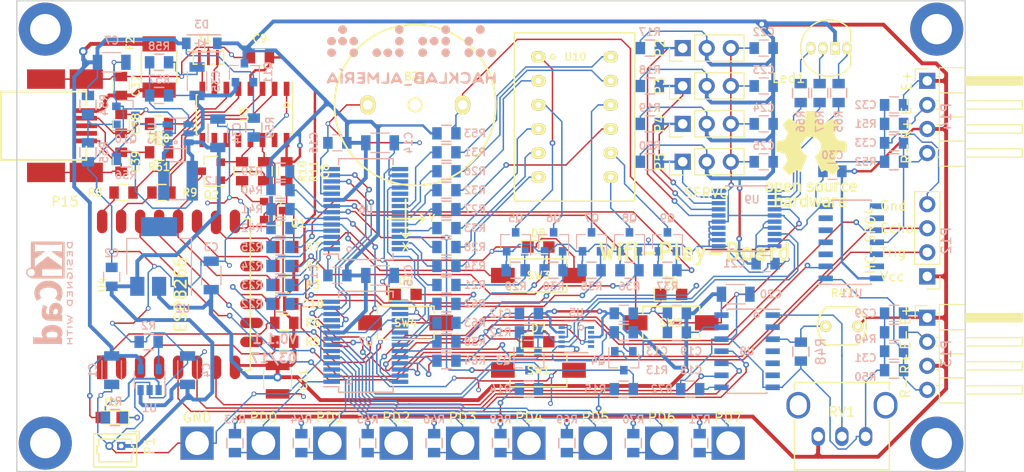
<source format=kicad_pcb>
(kicad_pcb (version 20171130) (host pcbnew "(5.1.12)-1")
  (title_block (title WifiPlayBoard) (date 2017-02-04) (rev V0.1) (company WifiPlayBoard) (comment 1 "Creada por Antonio Morales") (comment 2 "Web del proyecto ") (comment 3 "Documentación en https://github.com/AntonioMR/Wifi-Play-Board") (comment 4 "Wifi Play Board"))
  (layers (0 F.Cu signal) (31 B.Cu signal) (34 B.Paste user) (35 F.Paste user) (36 B.SilkS user) (37 F.SilkS user) (38 B.Mask user) (39 F.Mask user) (44 Edge.Cuts user))
  (net 0 "")
  (net 1 BUZZER)
  (net 2 GND)
  (net 3 VUSB)
  (net 4 VBATT)
  (net 5 +3V3)
  (net 6 +5V)
  (net 7 "Net-(C31-Pad1)")
  (net 8 "Net-(C33-Pad1)")
  (net 9 V5VBOOST)
  (net 10 "Net-(C37-Pad1)")
  (net 11 "Net-(C38-Pad1)")
  (net 12 "Net-(C39-Pad1)")
  (net 13 "Net-(D1-Pad1)")
  (net 14 PC0)
  (net 15 PC1)
  (net 16 PC2)
  (net 17 PC3)
  (net 18 "Net-(L2-Pad2)")
  (net 19 "Net-(Led1-Pad2)")
  (net 20 "Net-(Led1-Pad1)")
  (net 21 "Net-(Led1-Pad4)")
  (net 22 SERVO1)
  (net 23 SERVO2)
  (net 24 SERVO3)
  (net 25 SERVO4)
  (net 26 PD0)
  (net 27 PD1)
  (net 28 PD2)
  (net 29 PD3)
  (net 30 "Net-(P13-Pad2)")
  (net 31 "Net-(P14-Pad2)")
  (net 32 PD4)
  (net 33 PD5)
  (net 34 PD6)
  (net 35 PD7)
  (net 36 "Net-(Q1-Pad1)")
  (net 37 "Net-(Q1-Pad2)")
  (net 38 /Control/GPIO0)
  (net 39 "Net-(Q2-Pad2)")
  (net 40 "Net-(Q2-Pad1)")
  (net 41 SDA2)
  (net 42 SDA)
  (net 43 SCL)
  (net 44 SCL2)
  (net 45 "Net-(Q5-Pad1)")
  (net 46 "Net-(Q5-Pad3)")
  (net 47 "Net-(Q6-Pad1)")
  (net 48 "Net-(Q6-Pad3)")
  (net 49 "Net-(Q7-Pad3)")
  (net 50 "Net-(Q7-Pad1)")
  (net 51 "Net-(Q8-Pad1)")
  (net 52 "Net-(Q8-Pad3)")
  (net 53 "Net-(Q9-Pad3)")
  (net 54 "Net-(Q9-Pad1)")
  (net 55 "Net-(Q10-Pad3)")
  (net 56 "Net-(Q10-Pad1)")
  (net 57 "Net-(R1-Pad1)")
  (net 58 "Net-(R2-Pad1)")
  (net 59 /Control/GPIO2)
  (net 60 /Control/EN)
  (net 61 /Control/GPIO15)
  (net 62 /Control/TxD)
  (net 63 "Net-(R8-Pad2)")
  (net 64 "Net-(R9-Pad2)")
  (net 65 /Control/RxD)
  (net 66 PA7)
  (net 67 PB0)
  (net 68 PB1)
  (net 69 PB2)
  (net 70 PB3)
  (net 71 PA1)
  (net 72 "Net-(R26-Pad1)")
  (net 73 PA3)
  (net 74 "Net-(R27-Pad1)")
  (net 75 "Net-(R28-Pad1)")
  (net 76 PA5)
  (net 77 "Net-(R31-Pad1)")
  (net 78 PA0)
  (net 79 "Net-(R32-Pad1)")
  (net 80 PA2)
  (net 81 PA4)
  (net 82 "Net-(R33-Pad1)")
  (net 83 "Net-(R34-Pad1)")
  (net 84 PA6)
  (net 85 "Net-(R57-Pad2)")
  (net 86 /Control/USBD-)
  (net 87 /Control/USBD+)
  (net 88 LED_RED)
  (net 89 LED_GREEN)
  (net 90 LED_BLUE)
  (net 91 "Net-(U3-Pad11)")
  (net 92 "Net-(U3-Pad12)")
  (net 93 "Net-(U5-Pad2)")
  (net 94 "Net-(U6-Pad20)")
  (net 95 "Net-(U6-Pad19)")
  (net 96 ~RESET)
  (net 97 PB7)
  (net 98 PB6)
  (net 99 PB5)
  (net 100 PB4)
  (net 101 "Net-(U7-Pad19)")
  (net 102 "Net-(U7-Pad20)")
  (net 103 PC4)
  (net 104 PC5)
  (net 105 PC6)
  (net 106 PC7)
  (net 107 "Net-(P15-Pad4)")
  (net 108 "Net-(U4-Pad14)")
  (net 109 "Net-(U4-Pad13)")
  (net 110 "Net-(U4-Pad12)")
  (net 111 "Net-(U4-Pad11)")
  (net 112 "Net-(U4-Pad10)")
  (net 113 "Net-(U4-Pad9)")
  (net 114 MOSI)
  (net 115 MISO)
  (net 116 SCK)
  (net 117 /Control/GPIO16)
  (net 118 "Net-(U4-Pad2)")
  (net 119 "Net-(U8-Pad6)")
  (net 120 "Net-(U8-Pad5)")
  (net 121 CH2)
  (net 122 CH0)
  (net 123 "Net-(U3-Pad15)")
  (net 124 "Net-(U3-Pad10)")
  (net 125 "Net-(U3-Pad9)")
  (net 126 "Net-(U3-Pad8)")
  (net 127 "Net-(U3-Pad7)")
  (net 128 "Net-(D4-Pad2)")
  (net 129 "Net-(D5-Pad2)")
  (net 130 "Net-(D6-Pad2)")
  (net 131 "Net-(D7-Pad2)")
  (net 132 "Net-(R72-Pad1)")
  (net 133 "Net-(U5-Pad5)")
  (net 134 "Net-(U8-Pad4)")
  (net 135 "Net-(U8-Pad2)")
  (module TO_SOT_Packages_SMD:SOT-23-6 (layer B.Cu) (at 71 49)
    (fp_text reference U12 (at -2.7 0 90) (layer B.SilkS) (effects (font (size 0.8 0.8)) (justify mirror)))
    (fp_text value MCP1640)
    (pad 5 smd rect (at 1.1 0) (size 1.06 0.65) (layers B.Cu B.Paste B.Mask) (net 9 V5VBOOST))
    (pad 6 smd rect (at 1.1 0.95) (size 1.06 0.65) (layers B.Cu B.Paste B.Mask) (net 4 VBATT))
    (pad 4 smd rect (at 1.1 -0.95) (size 1.06 0.65) (layers B.Cu B.Paste B.Mask) (net 85 "Net-(R57-Pad2)"))
    (pad 3 smd rect (at -1.1 -0.95) (size 1.06 0.65) (layers B.Cu B.Paste B.Mask) (net 55 "Net-(Q10-Pad3)"))
    (pad 2 smd rect (at -1.1 0) (size 1.06 0.65) (layers B.Cu B.Paste B.Mask) (net 2 GND))
    (pad 1 smd rect (at -1.1 0.95) (size 1.06 0.65) (layers B.Cu B.Paste B.Mask) (net 18 "Net-(L2-Pad2)"))
  )
  (module Housings_SSOP:SSOP-28_5.3x10.2mm_Pitch0.65mm (layer B.Cu) (at 90.8 57)
    (fp_text reference U6 (at 0 0) (layer B.SilkS) (effects (font (size 0.8 0.8)) (justify mirror)))
    (fp_text value MCP23017)
    (pad 28 smd rect (at 3.6 4.225) (size 1.75 0.45) (layers B.Cu B.Paste B.Mask) (net 66 PA7))
    (pad 27 smd rect (at 3.6 3.575) (size 1.75 0.45) (layers B.Cu B.Paste B.Mask) (net 84 PA6))
    (pad 26 smd rect (at 3.6 2.925) (size 1.75 0.45) (layers B.Cu B.Paste B.Mask) (net 76 PA5))
    (pad 25 smd rect (at 3.6 2.275) (size 1.75 0.45) (layers B.Cu B.Paste B.Mask) (net 81 PA4))
    (pad 24 smd rect (at 3.6 1.625) (size 1.75 0.45) (layers B.Cu B.Paste B.Mask) (net 73 PA3))
    (pad 23 smd rect (at 3.6 0.975) (size 1.75 0.45) (layers B.Cu B.Paste B.Mask) (net 80 PA2))
    (pad 22 smd rect (at 3.6 0.325) (size 1.75 0.45) (layers B.Cu B.Paste B.Mask) (net 71 PA1))
    (pad 21 smd rect (at 3.6 -0.325) (size 1.75 0.45) (layers B.Cu B.Paste B.Mask) (net 78 PA0))
    (pad 20 smd rect (at 3.6 -0.975) (size 1.75 0.45) (layers B.Cu B.Paste B.Mask) (net 94 "Net-(U6-Pad20)"))
    (pad 19 smd rect (at 3.6 -1.625) (size 1.75 0.45) (layers B.Cu B.Paste B.Mask) (net 95 "Net-(U6-Pad19)"))
    (pad 18 smd rect (at 3.6 -2.275) (size 1.75 0.45) (layers B.Cu B.Paste B.Mask) (net 96 ~RESET))
    (pad 17 smd rect (at 3.6 -2.925) (size 1.75 0.45) (layers B.Cu B.Paste B.Mask) (net 2 GND))
    (pad 16 smd rect (at 3.6 -3.575) (size 1.75 0.45) (layers B.Cu B.Paste B.Mask) (net 2 GND))
    (pad 15 smd rect (at 3.6 -4.225) (size 1.75 0.45) (layers B.Cu B.Paste B.Mask) (net 2 GND))
    (pad 14 smd rect (at -3.6 -4.225) (size 1.75 0.45) (layers B.Cu B.Paste B.Mask))
    (pad 13 smd rect (at -3.6 -3.575) (size 1.75 0.45) (layers B.Cu B.Paste B.Mask) (net 41 SDA2))
    (pad 12 smd rect (at -3.6 -2.925) (size 1.75 0.45) (layers B.Cu B.Paste B.Mask) (net 44 SCL2))
    (pad 11 smd rect (at -3.6 -2.275) (size 1.75 0.45) (layers B.Cu B.Paste B.Mask))
    (pad 10 smd rect (at -3.6 -1.625) (size 1.75 0.45) (layers B.Cu B.Paste B.Mask) (net 2 GND))
    (pad 9 smd rect (at -3.6 -0.975) (size 1.75 0.45) (layers B.Cu B.Paste B.Mask) (net 6 +5V))
    (pad 8 smd rect (at -3.6 -0.325) (size 1.75 0.45) (layers B.Cu B.Paste B.Mask) (net 97 PB7))
    (pad 7 smd rect (at -3.6 0.325) (size 1.75 0.45) (layers B.Cu B.Paste B.Mask) (net 98 PB6))
    (pad 6 smd rect (at -3.6 0.975) (size 1.75 0.45) (layers B.Cu B.Paste B.Mask) (net 99 PB5))
    (pad 5 smd rect (at -3.6 1.625) (size 1.75 0.45) (layers B.Cu B.Paste B.Mask) (net 100 PB4))
    (pad 4 smd rect (at -3.6 2.275) (size 1.75 0.45) (layers B.Cu B.Paste B.Mask) (net 70 PB3))
    (pad 3 smd rect (at -3.6 2.925) (size 1.75 0.45) (layers B.Cu B.Paste B.Mask) (net 69 PB2))
    (pad 2 smd rect (at -3.6 3.575) (size 1.75 0.45) (layers B.Cu B.Paste B.Mask) (net 68 PB1))
    (pad 1 smd rect (at -3.6 4.225) (size 1.75 0.45) (layers B.Cu B.Paste B.Mask) (net 67 PB0))
  )
  (module Housings_SSOP:SSOP-28_5.3x10.2mm_Pitch0.65mm (layer B.Cu) (at 90.8 71)
    (fp_text reference U7 (at 0 0) (layer B.SilkS) (effects (font (size 0.8 0.8)) (justify mirror)))
    (fp_text value MCP23017)
    (pad 1 smd rect (at -3.6 4.225) (size 1.75 0.45) (layers B.Cu B.Paste B.Mask) (net 26 PD0))
    (pad 2 smd rect (at -3.6 3.575) (size 1.75 0.45) (layers B.Cu B.Paste B.Mask) (net 27 PD1))
    (pad 3 smd rect (at -3.6 2.925) (size 1.75 0.45) (layers B.Cu B.Paste B.Mask) (net 28 PD2))
    (pad 4 smd rect (at -3.6 2.275) (size 1.75 0.45) (layers B.Cu B.Paste B.Mask) (net 29 PD3))
    (pad 5 smd rect (at -3.6 1.625) (size 1.75 0.45) (layers B.Cu B.Paste B.Mask) (net 32 PD4))
    (pad 6 smd rect (at -3.6 0.975) (size 1.75 0.45) (layers B.Cu B.Paste B.Mask) (net 33 PD5))
    (pad 7 smd rect (at -3.6 0.325) (size 1.75 0.45) (layers B.Cu B.Paste B.Mask) (net 34 PD6))
    (pad 8 smd rect (at -3.6 -0.325) (size 1.75 0.45) (layers B.Cu B.Paste B.Mask) (net 35 PD7))
    (pad 9 smd rect (at -3.6 -0.975) (size 1.75 0.45) (layers B.Cu B.Paste B.Mask) (net 6 +5V))
    (pad 10 smd rect (at -3.6 -1.625) (size 1.75 0.45) (layers B.Cu B.Paste B.Mask) (net 2 GND))
    (pad 11 smd rect (at -3.6 -2.275) (size 1.75 0.45) (layers B.Cu B.Paste B.Mask))
    (pad 12 smd rect (at -3.6 -2.925) (size 1.75 0.45) (layers B.Cu B.Paste B.Mask) (net 44 SCL2))
    (pad 13 smd rect (at -3.6 -3.575) (size 1.75 0.45) (layers B.Cu B.Paste B.Mask) (net 41 SDA2))
    (pad 14 smd rect (at -3.6 -4.225) (size 1.75 0.45) (layers B.Cu B.Paste B.Mask))
    (pad 15 smd rect (at 3.6 -4.225) (size 1.75 0.45) (layers B.Cu B.Paste B.Mask) (net 2 GND))
    (pad 16 smd rect (at 3.6 -3.575) (size 1.75 0.45) (layers B.Cu B.Paste B.Mask) (net 6 +5V))
    (pad 17 smd rect (at 3.6 -2.925) (size 1.75 0.45) (layers B.Cu B.Paste B.Mask) (net 2 GND))
    (pad 18 smd rect (at 3.6 -2.275) (size 1.75 0.45) (layers B.Cu B.Paste B.Mask) (net 96 ~RESET))
    (pad 19 smd rect (at 3.6 -1.625) (size 1.75 0.45) (layers B.Cu B.Paste B.Mask) (net 101 "Net-(U7-Pad19)"))
    (pad 20 smd rect (at 3.6 -0.975) (size 1.75 0.45) (layers B.Cu B.Paste B.Mask) (net 102 "Net-(U7-Pad20)"))
    (pad 21 smd rect (at 3.6 -0.325) (size 1.75 0.45) (layers B.Cu B.Paste B.Mask) (net 14 PC0))
    (pad 22 smd rect (at 3.6 0.325) (size 1.75 0.45) (layers B.Cu B.Paste B.Mask) (net 15 PC1))
    (pad 23 smd rect (at 3.6 0.975) (size 1.75 0.45) (layers B.Cu B.Paste B.Mask) (net 16 PC2))
    (pad 24 smd rect (at 3.6 1.625) (size 1.75 0.45) (layers B.Cu B.Paste B.Mask) (net 17 PC3))
    (pad 25 smd rect (at 3.6 2.275) (size 1.75 0.45) (layers B.Cu B.Paste B.Mask) (net 103 PC4))
    (pad 26 smd rect (at 3.6 2.925) (size 1.75 0.45) (layers B.Cu B.Paste B.Mask) (net 104 PC5))
    (pad 27 smd rect (at 3.6 3.575) (size 1.75 0.45) (layers B.Cu B.Paste B.Mask) (net 105 PC6))
    (pad 28 smd rect (at 3.6 4.225) (size 1.75 0.45) (layers B.Cu B.Paste B.Mask) (net 106 PC7))
  )
  (module Housings_DFN_QFN:DFN-10-1EP_3x3mm_Pitch0.5mm (layer B.Cu) (at 113 70.5 180)
    (fp_text reference U5 (at 0 2.575 180) (layer B.SilkS) (effects (font (size 0.8 0.8)) (justify mirror)))
    (fp_text value MMA7660FC)
    (pad 10 smd rect (at 1.55 1 180) (size 0.65 0.3) (layers B.Cu B.Paste B.Mask) (net 2 GND))
    (pad 9 smd rect (at 1.55 0.5 180) (size 0.65 0.3) (layers B.Cu B.Paste B.Mask) (net 5 +3V3))
    (pad 8 smd rect (at 1.55 0 180) (size 0.65 0.3) (layers B.Cu B.Paste B.Mask) (net 2 GND))
    (pad 7 smd rect (at 1.55 -0.5 180) (size 0.65 0.3) (layers B.Cu B.Paste B.Mask) (net 42 SDA))
    (pad 6 smd rect (at 1.55 -1 180) (size 0.65 0.3) (layers B.Cu B.Paste B.Mask) (net 43 SCL))
    (pad 5 smd rect (at -1.55 -1 180) (size 0.65 0.3) (layers B.Cu B.Paste B.Mask) (net 133 "Net-(U5-Pad5)"))
    (pad 4 smd rect (at -1.55 -0.5 180) (size 0.65 0.3) (layers B.Cu B.Paste B.Mask) (net 2 GND))
    (pad 3 smd rect (at -1.55 0 180) (size 0.65 0.3) (layers B.Cu B.Paste B.Mask) (net 5 +3V3))
    (pad 2 smd rect (at -1.55 0.5 180) (size 0.65 0.3) (layers B.Cu B.Paste B.Mask) (net 93 "Net-(U5-Pad2)"))
    (pad 1 smd rect (at -1.55 1 180) (size 0.65 0.3) (layers B.Cu B.Paste B.Mask) (net 2 GND))
  )
  (module Housings_SOIC:SOIC-14_3.9x8.7mm_Pitch1.27mm (layer B.Cu) (at 131 72 180)
    (fp_text reference U8 (at 0 0) (layer B.SilkS) (effects (font (size 0.8 0.8)) (justify mirror)))
    (fp_text value MCP3204)
    (pad 14 smd rect (at 2.7 3.81 180) (size 1.5 0.6) (layers B.Cu B.Paste B.Mask) (net 5 +3V3))
    (pad 13 smd rect (at 2.7 2.54 180) (size 1.5 0.6) (layers B.Cu B.Paste B.Mask) (net 5 +3V3))
    (pad 12 smd rect (at 2.7 1.27 180) (size 1.5 0.6) (layers B.Cu B.Paste B.Mask) (net 2 GND))
    (pad 11 smd rect (at 2.7 0 180) (size 1.5 0.6) (layers B.Cu B.Paste B.Mask) (net 116 SCK))
    (pad 10 smd rect (at 2.7 -1.27 180) (size 1.5 0.6) (layers B.Cu B.Paste B.Mask) (net 115 MISO))
    (pad 9 smd rect (at 2.7 -2.54 180) (size 1.5 0.6) (layers B.Cu B.Paste B.Mask) (net 114 MOSI))
    (pad 8 smd rect (at 2.7 -3.81 180) (size 1.5 0.6) (layers B.Cu B.Paste B.Mask) (net 132 "Net-(R72-Pad1)"))
    (pad 7 smd rect (at -2.7 -3.81 180) (size 1.5 0.6) (layers B.Cu B.Paste B.Mask) (net 2 GND))
    (pad 6 smd rect (at -2.7 -2.54 180) (size 1.5 0.6) (layers B.Cu B.Paste B.Mask) (net 119 "Net-(U8-Pad6)"))
    (pad 5 smd rect (at -2.7 -1.27 180) (size 1.5 0.6) (layers B.Cu B.Paste B.Mask) (net 120 "Net-(U8-Pad5)"))
    (pad 4 smd rect (at -2.7 0 180) (size 1.5 0.6) (layers B.Cu B.Paste B.Mask) (net 134 "Net-(U8-Pad4)"))
    (pad 3 smd rect (at -2.7 1.27 180) (size 1.5 0.6) (layers B.Cu B.Paste B.Mask) (net 121 CH2))
    (pad 2 smd rect (at -2.7 2.54 180) (size 1.5 0.6) (layers B.Cu B.Paste B.Mask) (net 135 "Net-(U8-Pad2)"))
    (pad 1 smd rect (at -2.7 3.81 180) (size 1.5 0.6) (layers B.Cu B.Paste B.Mask) (net 122 CH0))
  )
  (module Leds:Matriz_Led_7X5 (layer F.Cu) (at 109 40.92 270)
    (fp_text reference U10 (at -0.02 -3.9) (layer F.SilkS) (effects (font (size 0.8 0.8))))
    (fp_text value Matriz_5x7_Anodo_Filas)
    (pad 1 thru_hole oval (at 0 0 270) (size 1.2 1.524) (drill 0.6) (layers *.Cu *.Mask F.SilkS) (net 46 "Net-(Q5-Pad3)"))
    (pad 2 thru_hole oval (at 2.54 0 270) (size 1.2 1.524) (drill 0.6) (layers *.Cu *.Mask F.SilkS) (net 79 "Net-(R32-Pad1)"))
    (pad 3 thru_hole oval (at 5.08 0 270) (size 1.2 1.524) (drill 0.6) (layers *.Cu *.Mask F.SilkS) (net 48 "Net-(Q6-Pad3)"))
    (pad 4 thru_hole oval (at 7.62 0 270) (size 1.2 1.524) (drill 0.6) (layers *.Cu *.Mask F.SilkS) (net 82 "Net-(R33-Pad1)"))
    (pad 5 thru_hole oval (at 10.16 0 270) (size 1.2 1.524) (drill 0.6) (layers *.Cu *.Mask F.SilkS) (net 75 "Net-(R28-Pad1)"))
    (pad 6 thru_hole oval (at 12.7 0 270) (size 1.2 1.524) (drill 0.6) (layers *.Cu *.Mask F.SilkS) (net 83 "Net-(R34-Pad1)"))
    (pad 12 thru_hole oval (at 0 -7.62 270) (size 1.2 1.524) (drill 0.6) (layers *.Cu *.Mask F.SilkS) (net 77 "Net-(R31-Pad1)"))
    (pad 11 thru_hole oval (at 2.54 -7.62 270) (size 1.2 1.524) (drill 0.6) (layers *.Cu *.Mask F.SilkS) (net 72 "Net-(R26-Pad1)"))
    (pad 10 thru_hole oval (at 5.08 -7.62 270) (size 1.2 1.524) (drill 0.6) (layers *.Cu *.Mask F.SilkS) (net 49 "Net-(Q7-Pad3)"))
    (pad 9 thru_hole oval (at 7.62 -7.62 270) (size 1.2 1.524) (drill 0.6) (layers *.Cu *.Mask F.SilkS) (net 74 "Net-(R27-Pad1)"))
    (pad 8 thru_hole oval (at 10.16 -7.62 270) (size 1.2 1.524) (drill 0.6) (layers *.Cu *.Mask F.SilkS) (net 53 "Net-(Q9-Pad3)"))
    (pad 7 thru_hole oval (at 12.7 -7.62 270) (size 1.2 1.524) (drill 0.6) (layers *.Cu *.Mask F.SilkS) (net 52 "Net-(Q8-Pad3)"))
  )
  (module Housings_SOIC:SOIC-16_3.9x9.9mm_Pitch1.27mm (layer F.Cu) (at 78 47 270)
    (fp_text reference U3 (at 0 0 270) (layer F.SilkS) (effects (font (size 0.8 0.8))))
    (fp_text value CH340G)
    (pad 16 smd rect (at 2.7 -4.445 270) (size 1.5 0.6) (layers F.Cu F.Paste F.Mask) (net 6 +5V))
    (pad 15 smd rect (at 2.7 -3.175 270) (size 1.5 0.6) (layers F.Cu F.Paste F.Mask) (net 123 "Net-(U3-Pad15)"))
    (pad 14 smd rect (at 2.7 -1.905 270) (size 1.5 0.6) (layers F.Cu F.Paste F.Mask) (net 37 "Net-(Q1-Pad2)"))
    (pad 13 smd rect (at 2.7 -0.635 270) (size 1.5 0.6) (layers F.Cu F.Paste F.Mask) (net 39 "Net-(Q2-Pad2)"))
    (pad 12 smd rect (at 2.7 0.635 270) (size 1.5 0.6) (layers F.Cu F.Paste F.Mask) (net 92 "Net-(U3-Pad12)"))
    (pad 11 smd rect (at 2.7 1.905 270) (size 1.5 0.6) (layers F.Cu F.Paste F.Mask) (net 91 "Net-(U3-Pad11)"))
    (pad 10 smd rect (at 2.7 3.175 270) (size 1.5 0.6) (layers F.Cu F.Paste F.Mask) (net 124 "Net-(U3-Pad10)"))
    (pad 9 smd rect (at 2.7 4.445 270) (size 1.5 0.6) (layers F.Cu F.Paste F.Mask) (net 125 "Net-(U3-Pad9)"))
    (pad 8 smd rect (at -2.7 4.445 270) (size 1.5 0.6) (layers F.Cu F.Paste F.Mask) (net 126 "Net-(U3-Pad8)"))
    (pad 7 smd rect (at -2.7 3.175 270) (size 1.5 0.6) (layers F.Cu F.Paste F.Mask) (net 127 "Net-(U3-Pad7)"))
    (pad 6 smd rect (at -2.7 1.905 270) (size 1.5 0.6) (layers F.Cu F.Paste F.Mask) (net 86 /Control/USBD-))
    (pad 5 smd rect (at -2.7 0.635 270) (size 1.5 0.6) (layers F.Cu F.Paste F.Mask) (net 87 /Control/USBD+))
    (pad 4 smd rect (at -2.7 -0.635 270) (size 1.5 0.6) (layers F.Cu F.Paste F.Mask) (net 5 +3V3))
    (pad 3 smd rect (at -2.7 -1.905 270) (size 1.5 0.6) (layers F.Cu F.Paste F.Mask) (net 63 "Net-(R8-Pad2)"))
    (pad 2 smd rect (at -2.7 -3.175 270) (size 1.5 0.6) (layers F.Cu F.Paste F.Mask) (net 64 "Net-(R9-Pad2)"))
    (pad 1 smd rect (at -2.7 -4.445 270) (size 1.5 0.6) (layers F.Cu F.Paste F.Mask) (net 2 GND))
  )
  (module Vias:Gnd-Via (layer F.Cu) (at 68.51 63.04)
    (fp_text reference Gnd-Via_39 hide)
    (fp_text value VAL** hide)
    (pad 1 thru_hole circle (at 0 0) (size 0.5 0.5) (drill 0.3) (layers *.Cu) (net 2 GND))
  )
  (module Vias:Gnd-Via (layer F.Cu) (at 62.86 76.66)
    (fp_text reference Gnd-Via_38 hide)
    (fp_text value VAL** hide)
    (pad 1 thru_hole circle (at 0 0) (size 0.5 0.5) (drill 0.3) (layers *.Cu) (net 2 GND))
  )
  (module Vias:Gnd-Via (layer F.Cu) (at 73.79 72.05)
    (fp_text reference Gnd-Via_37 hide)
    (fp_text value VAL** hide)
    (pad 1 thru_hole circle (at 0 0) (size 0.5 0.5) (drill 0.3) (layers *.Cu) (net 2 GND))
  )
  (module Vias:Gnd-Via (layer F.Cu) (at 125.03 61.69)
    (fp_text reference Gnd-Via_36 hide)
    (fp_text value VAL** hide)
    (pad 1 thru_hole circle (at 0 0) (size 0.5 0.5) (drill 0.3) (layers *.Cu) (net 2 GND))
  )
  (module Vias:Gnd-Via (layer F.Cu) (at 120.6 60.25)
    (fp_text reference Gnd-Via_35 hide)
    (fp_text value VAL** hide)
    (pad 1 thru_hole circle (at 0 0) (size 0.5 0.5) (drill 0.3) (layers *.Cu) (net 2 GND))
  )
  (module Vias:Gnd-Via (layer F.Cu) (at 104.09 61.45)
    (fp_text reference Gnd-Via_34 hide)
    (fp_text value VAL** hide)
    (pad 1 thru_hole circle (at 0 0) (size 0.5 0.5) (drill 0.3) (layers *.Cu) (net 2 GND))
  )
  (module Vias:Gnd-Via (layer F.Cu) (at 135.23 62.31)
    (fp_text reference Gnd-Via_33 hide)
    (fp_text value VAL** hide)
    (pad 1 thru_hole circle (at 0 0) (size 0.5 0.5) (drill 0.3) (layers *.Cu) (net 2 GND))
  )
  (module Vias:Gnd-Via (layer F.Cu) (at 129.89 65.99)
    (fp_text reference Gnd-Via_32 hide)
    (fp_text value VAL** hide)
    (pad 1 thru_hole circle (at 0 0) (size 0.5 0.5) (drill 0.3) (layers *.Cu) (net 2 GND))
  )
  (module Vias:Gnd-Via (layer F.Cu) (at 84.23 76.79)
    (fp_text reference Gnd-Via_31 hide)
    (fp_text value VAL** hide)
    (pad 1 thru_hole circle (at 0 0) (size 0.5 0.5) (drill 0.3) (layers *.Cu) (net 2 GND))
  )
  (module Vias:Gnd-Via (layer F.Cu) (at 64 61.48)
    (fp_text reference Gnd-Via_30 hide)
    (fp_text value VAL** hide)
    (pad 1 thru_hole circle (at 0 0) (size 0.5 0.5) (drill 0.3) (layers *.Cu) (net 2 GND))
  )
  (module logos:KiCad-Logo_11mmx5mm (layer B.Cu) (at 57.01 65.87 270)
    (fp_text reference G***_3)
    (fp_text value "KiCad Logo" hide)
    (fp_text user "DESIGNED WITH" (at 0 -2.6 270) (layer B.SilkS) (effects (font (size 0.5 0.97) (thickness 0.125)) (justify mirror)))
  )
  (module Vias:Gnd-Via (layer F.Cu) (at 86.88 62.08)
    (fp_text reference Gnd-Via_29 hide)
    (fp_text value VAL** hide)
    (pad 1 thru_hole circle (at 0 0) (size 0.5 0.5) (drill 0.3) (layers *.Cu) (net 2 GND))
  )
  (module Vias:Gnd-Via (layer F.Cu) (at 96.47 49.99)
    (fp_text reference Gnd-Via_28 hide)
    (fp_text value VAL** hide)
    (pad 1 thru_hole circle (at 0 0) (size 0.5 0.5) (drill 0.3) (layers *.Cu) (net 2 GND))
  )
  (module logos:logo_HackLabAl (layer B.Cu) (at 95.42 40.67 180)
    (fp_text reference G***_2 hide)
    (fp_text value LOGO hide)
  )
  (module logos:osh-logo (layer F.Cu) (at 137.74 51.72)
    (fp_text reference G*** hide)
    (fp_text value LOGO hide)
  )
  (module Vias:Gnd-Via (layer F.Cu) (at 62.41 55.1)
    (fp_text reference Gnd-Via_27 hide)
    (fp_text value VAL** hide)
    (pad 1 thru_hole circle (at 0 0) (size 0.5 0.5) (drill 0.3) (layers *.Cu) (net 2 GND))
  )
  (module Vias:Gnd-Via (layer F.Cu) (at 76.64 40.7)
    (fp_text reference Gnd-Via_26 hide)
    (fp_text value VAL** hide)
    (pad 1 thru_hole circle (at 0 0) (size 0.5 0.5) (drill 0.3) (layers *.Cu) (net 2 GND))
  )
  (module Vias:Gnd-Via (layer F.Cu) (at 82.44 47.09)
    (fp_text reference Gnd-Via_25 hide)
    (fp_text value VAL** hide)
    (pad 1 thru_hole circle (at 0 0) (size 0.5 0.5) (drill 0.3) (layers *.Cu) (net 2 GND))
  )
  (module Vias:Gnd-Via (layer F.Cu) (at 71.39 43)
    (fp_text reference Gnd-Via_24 hide)
    (fp_text value VAL** hide)
    (pad 1 thru_hole circle (at 0 0) (size 0.5 0.5) (drill 0.3) (layers *.Cu) (net 2 GND))
  )
  (module Vias:Gnd-Via (layer F.Cu) (at 64.25 41.51)
    (fp_text reference Gnd-Via_23 hide)
    (fp_text value VAL** hide)
    (pad 1 thru_hole circle (at 0 0) (size 0.5 0.5) (drill 0.3) (layers *.Cu) (net 2 GND))
  )
  (module Vias:Gnd-Via (layer F.Cu) (at 67.62 46.51)
    (fp_text reference Gnd-Via_22 hide)
    (fp_text value VAL** hide)
    (pad 1 thru_hole circle (at 0 0) (size 0.5 0.5) (drill 0.3) (layers *.Cu) (net 2 GND))
  )
  (module Vias:Gnd-Via (layer F.Cu) (at 64.08 69.04)
    (fp_text reference Gnd-Via_21 hide)
    (fp_text value VAL** hide)
    (pad 1 thru_hole circle (at 0 0) (size 0.5 0.5) (drill 0.3) (layers *.Cu) (net 2 GND))
  )
  (module Vias:Gnd-Via (layer F.Cu) (at 67.85 67.48)
    (fp_text reference Gnd-Via_20 hide)
    (fp_text value VAL** hide)
    (pad 1 thru_hole circle (at 0 0) (size 0.5 0.5) (drill 0.3) (layers *.Cu) (net 2 GND))
  )
  (module Vias:Gnd-Via (layer F.Cu) (at 78.39 57.87)
    (fp_text reference Gnd-Via_19 hide)
    (fp_text value VAL** hide)
    (pad 1 thru_hole circle (at 0 0) (size 0.5 0.5) (drill 0.3) (layers *.Cu) (net 2 GND))
  )
  (module Vias:Gnd-Via (layer F.Cu) (at 79 76.5)
    (fp_text reference Gnd-Via_18 hide)
    (fp_text value VAL** hide)
    (pad 1 thru_hole circle (at 0 0) (size 0.5 0.5) (drill 0.3) (layers *.Cu) (net 2 GND))
  )
  (module Vias:Gnd-Via (layer F.Cu) (at 92.54 64.65)
    (fp_text reference Gnd-Via_17 hide)
    (fp_text value VAL** hide)
    (pad 1 thru_hole circle (at 0 0) (size 0.5 0.5) (drill 0.3) (layers *.Cu) (net 2 GND))
  )
  (module Vias:Gnd-Via (layer F.Cu) (at 92.33 71.01)
    (fp_text reference Gnd-Via_16 hide)
    (fp_text value VAL** hide)
    (pad 1 thru_hole circle (at 0 0) (size 0.5 0.5) (drill 0.3) (layers *.Cu) (net 2 GND))
  )
  (module Vias:Gnd-Via (layer F.Cu) (at 103.45 69.92)
    (fp_text reference Gnd-Via_15 hide)
    (fp_text value VAL** hide)
    (pad 1 thru_hole circle (at 0 0) (size 0.5 0.5) (drill 0.3) (layers *.Cu) (net 2 GND))
  )
  (module Vias:Gnd-Via (layer F.Cu) (at 92.56 62.39)
    (fp_text reference Gnd-Via_14 hide)
    (fp_text value VAL** hide)
    (pad 1 thru_hole circle (at 0 0) (size 0.5 0.5) (drill 0.3) (layers *.Cu) (net 2 GND))
  )
  (module Vias:Gnd-Via (layer F.Cu) (at 96.16 67.9)
    (fp_text reference Gnd-Via_13 hide)
    (fp_text value VAL** hide)
    (pad 1 thru_hole circle (at 0 0) (size 0.5 0.5) (drill 0.3) (layers *.Cu) (net 2 GND))
  )
  (module Vias:Gnd-Via (layer F.Cu) (at 110.37 74.61)
    (fp_text reference Gnd-Via_12 hide)
    (fp_text value VAL** hide)
    (pad 1 thru_hole circle (at 0 0) (size 0.5 0.5) (drill 0.3) (layers *.Cu) (net 2 GND))
  )
  (module Vias:Gnd-Via (layer F.Cu) (at 110.27 77.51)
    (fp_text reference Gnd-Via_11 hide)
    (fp_text value VAL** hide)
    (pad 1 thru_hole circle (at 0 0) (size 0.5 0.5) (drill 0.3) (layers *.Cu) (net 2 GND))
  )
  (module Vias:Gnd-Via (layer F.Cu) (at 102.69 76.08)
    (fp_text reference Gnd-Via_10 hide)
    (fp_text value VAL** hide)
    (pad 1 thru_hole circle (at 0 0) (size 0.5 0.5) (drill 0.3) (layers *.Cu) (net 2 GND))
  )
  (module Vias:Gnd-Via (layer F.Cu) (at 100.12 74.83)
    (fp_text reference Gnd-Via_9 hide)
    (fp_text value VAL** hide)
    (pad 1 thru_hole circle (at 0 0) (size 0.5 0.5) (drill 0.3) (layers *.Cu) (net 2 GND))
  )
  (module Vias:Gnd-Via (layer F.Cu) (at 112.23 69.48)
    (fp_text reference Gnd-Via_8 hide)
    (fp_text value VAL** hide)
    (pad 1 thru_hole circle (at 0 0) (size 0.5 0.5) (drill 0.3) (layers *.Cu) (net 2 GND))
  )
  (module Vias:Gnd-Via (layer F.Cu) (at 113.62 71.07)
    (fp_text reference Gnd-Via_7 hide)
    (fp_text value VAL** hide)
    (pad 1 thru_hole circle (at 0 0) (size 0.5 0.5) (drill 0.3) (layers *.Cu) (net 2 GND))
  )
  (module Vias:Gnd-Via (layer F.Cu) (at 121.09 67.6)
    (fp_text reference Gnd-Via_6 hide)
    (fp_text value VAL** hide)
    (pad 1 thru_hole circle (at 0 0) (size 0.5 0.5) (drill 0.3) (layers *.Cu) (net 2 GND))
  )
  (module Vias:Gnd-Via (layer F.Cu) (at 74.11 56.35)
    (fp_text reference Gnd-Via_5 hide)
    (fp_text value VAL** hide)
    (pad 1 thru_hole circle (at 0 0) (size 0.5 0.5) (drill 0.3) (layers *.Cu) (net 2 GND))
  )
  (module Vias:Gnd-Via (layer F.Cu) (at 76.42 62.94)
    (fp_text reference Gnd-Via_4 hide)
    (fp_text value VAL** hide)
    (pad 1 thru_hole circle (at 0 0) (size 0.5 0.5) (drill 0.3) (layers *.Cu) (net 2 GND))
  )
  (module Vias:Gnd-Via (layer F.Cu) (at 77.59 56.16)
    (fp_text reference Gnd-Via_3 hide)
    (fp_text value VAL** hide)
    (pad 1 thru_hole circle (at 0 0) (size 0.5 0.5) (drill 0.3) (layers *.Cu) (net 2 GND))
  )
  (module Vias:Gnd-Via (layer F.Cu) (at 76.42 55.79)
    (fp_text reference Gnd-Via_2 hide)
    (fp_text value VAL** hide)
    (pad 1 thru_hole circle (at 0 0) (size 0.5 0.5) (drill 0.3) (layers *.Cu) (net 2 GND))
  )
  (module Vias:Gnd-Via (layer F.Cu) (at 86.8 47.98)
    (fp_text reference Gnd-Via hide)
    (fp_text value VAL** hide)
    (pad 1 thru_hole circle (at 0 0) (size 0.5 0.5) (drill 0.3) (layers *.Cu) (net 2 GND))
  )
  (module esp:ESP-12E (layer F.Cu) (at 63 73 90)
    (fp_text reference U4 (at 8 0 90) (layer F.SilkS) (effects (font (size 0.8 0.8))))
    (fp_text value ESP8266)
    (pad 22 smd oval (at 14 0 90) (size 2.5 1.1) (drill (offset 0.7 0)) (layers F.Cu F.Paste F.Mask) (net 62 /Control/TxD))
    (pad 21 smd oval (at 14 2 90) (size 2.5 1.1) (drill (offset 0.7 0)) (layers F.Cu F.Paste F.Mask) (net 65 /Control/RxD))
    (pad 20 smd oval (at 14 4 90) (size 2.5 1.1) (drill (offset 0.7 0)) (layers F.Cu F.Paste F.Mask) (net 43 SCL))
    (pad 19 smd oval (at 14 6 90) (size 2.5 1.1) (drill (offset 0.7 0)) (layers F.Cu F.Paste F.Mask) (net 42 SDA))
    (pad 18 smd oval (at 14 8 90) (size 2.5 1.1) (drill (offset 0.7 0)) (layers F.Cu F.Paste F.Mask) (net 38 /Control/GPIO0))
    (pad 17 smd oval (at 14 10 90) (size 2.5 1.1) (drill (offset 0.7 0)) (layers F.Cu F.Paste F.Mask) (net 59 /Control/GPIO2))
    (pad 16 smd oval (at 14 12 90) (size 2.5 1.1) (drill (offset 0.6 0)) (layers F.Cu F.Paste F.Mask) (net 61 /Control/GPIO15))
    (pad 15 smd oval (at 14 14 90) (size 2.5 1.1) (drill (offset 0.7 0)) (layers F.Cu F.Paste F.Mask) (net 2 GND))
    (pad 14 smd oval (at 11.99 15.75 180) (size 2.4 1.1) (layers F.Cu F.Paste F.Mask) (net 108 "Net-(U4-Pad14)"))
    (pad 13 smd oval (at 9.99 15.75 180) (size 2.4 1.1) (layers F.Cu F.Paste F.Mask) (net 109 "Net-(U4-Pad13)"))
    (pad 12 smd oval (at 7.99 15.75 180) (size 2.4 1.1) (layers F.Cu F.Paste F.Mask) (net 110 "Net-(U4-Pad12)"))
    (pad 11 smd oval (at 5.99 15.75 180) (size 2.4 1.1) (layers F.Cu F.Paste F.Mask) (net 111 "Net-(U4-Pad11)"))
    (pad 10 smd oval (at 3.99 15.75 180) (size 2.4 1.1) (layers F.Cu F.Paste F.Mask) (net 112 "Net-(U4-Pad10)"))
    (pad 9 smd oval (at 1.99 15.75 180) (size 2.4 1.1) (layers F.Cu F.Paste F.Mask) (net 113 "Net-(U4-Pad9)"))
    (pad 8 smd oval (at 0 14 90) (size 2.5 1.1) (drill (offset -0.7 0)) (layers F.Cu F.Paste F.Mask) (net 5 +3V3))
    (pad 7 smd oval (at 0 12 90) (size 2.5 1.1) (drill (offset -0.7 0)) (layers F.Cu F.Paste F.Mask) (net 114 MOSI))
    (pad 6 smd oval (at 0 10 90) (size 2.5 1.1) (drill (offset -0.7 0)) (layers F.Cu F.Paste F.Mask) (net 115 MISO))
    (pad 5 smd oval (at 0 8 90) (size 2.5 1.1) (drill (offset -0.7 0)) (layers F.Cu F.Paste F.Mask) (net 116 SCK))
    (pad 4 smd oval (at 0 6 90) (size 2.5 1.1) (drill (offset -0.7 0)) (layers F.Cu F.Paste F.Mask) (net 117 /Control/GPIO16))
    (pad 3 smd oval (at 0 4 90) (size 2.5 1.1) (drill (offset -0.7 0)) (layers F.Cu F.Paste F.Mask) (net 60 /Control/EN))
    (pad 2 smd oval (at 0 2 90) (size 2.5 1.1) (drill (offset -0.7 0)) (layers F.Cu F.Paste F.Mask) (net 118 "Net-(U4-Pad2)"))
    (pad 1 smd rect (at 0 0 90) (size 2.5 1.1) (drill (offset -0.7 0)) (layers F.Cu F.Paste F.Mask) (net 96 ~RESET))
  )
  (module Mounting_Holes:MountingHole_3.2mm_M3_DIN965_Pad (layer F.Cu) (at 151 81.7)
    (fp_text reference REF**_4)
    (fp_text value MountingHole_3.2mm_M3_DIN965_Pad)
    (pad 1 thru_hole circle (at 0 0) (size 5.6 5.6) (drill 3.2) (layers *.Cu))
  )
  (module Mounting_Holes:MountingHole_3.2mm_M3_DIN965_Pad (layer F.Cu) (at 151 38)
    (fp_text reference REF**_3)
    (fp_text value MountingHole_3.2mm_M3_DIN965_Pad)
    (pad 1 thru_hole circle (at 0 0) (size 5.6 5.6) (drill 3.2) (layers *.Cu))
  )
  (module Mounting_Holes:MountingHole_3.2mm_M3_DIN965_Pad (layer F.Cu) (at 57 38)
    (fp_text reference REF**_2)
    (fp_text value MountingHole_3.2mm_M3_DIN965_Pad)
    (pad 1 thru_hole circle (at 0 0) (size 5.6 5.6) (drill 3.2) (layers *.Cu))
  )
  (module Mounting_Holes:MountingHole_3.2mm_M3_DIN965_Pad (layer F.Cu) (at 57 81.7)
    (fp_text reference REF**)
    (fp_text value MountingHole_3.2mm_M3_DIN965_Pad)
    (pad 1 thru_hole circle (at 0 0) (size 5.6 5.6) (drill 3.2) (layers *.Cu))
  )
  (module Buzzer:LOUDITY_LD-BZPN-1705 (layer F.Cu) (at 96 46 180)
    (fp_text reference BZ1 (at 0 3 180) (layer F.SilkS) (effects (font (size 0.8 0.8))))
    (fp_text value Buzzer)
    (pad 1 thru_hole oval (at -5 0 180) (size 1.6 2) (drill 1) (layers *.Cu *.Mask F.SilkS) (net 1 BUZZER))
    (pad 2 thru_hole oval (at 5 0 180) (size 1.6 2) (drill 1) (layers *.Cu *.Mask F.SilkS) (net 2 GND))
  )
  (module Capacitors_SMD:C_1206 (layer B.Cu) (at 64 74 270)
    (fp_text reference C1 (at 0 2 270) (layer B.SilkS) (effects (font (size 0.8 0.8)) (justify mirror)))
    (fp_text value 4u7)
    (pad 2 smd rect (at 1.5 0 270) (size 1 1.6) (layers B.Cu B.Paste B.Mask) (net 2 GND))
    (pad 1 smd rect (at -1.5 0 270) (size 1 1.6) (layers B.Cu B.Paste B.Mask) (net 3 VUSB))
  )
  (module Capacitors_SMD:C_0805 (layer B.Cu) (at 64 64.15 90)
    (fp_text reference C2 (at 2.5 0 180) (layer B.SilkS) (effects (font (size 0.8 0.8)) (justify mirror)))
    (fp_text value 100n)
    (pad 2 smd rect (at 1 0 90) (size 1 1.25) (layers B.Cu B.Paste B.Mask) (net 2 GND))
    (pad 1 smd rect (at -1 0 90) (size 1 1.25) (layers B.Cu B.Paste B.Mask) (net 4 VBATT))
  )
  (module Capacitors_SMD:C_1206 (layer B.Cu) (at 74.5 64 90)
    (fp_text reference C3 (at 3 0 180) (layer B.SilkS) (effects (font (size 0.8 0.8)) (justify mirror)))
    (fp_text value 10u)
    (pad 1 smd rect (at -1.5 0 90) (size 1 1.6) (layers B.Cu B.Paste B.Mask) (net 5 +3V3))
    (pad 2 smd rect (at 1.5 0 90) (size 1 1.6) (layers B.Cu B.Paste B.Mask) (net 2 GND))
  )
  (module Capacitors_SMD:C_1206 (layer B.Cu) (at 72 74 90)
    (fp_text reference C4 (at 0 2 90) (layer B.SilkS) (effects (font (size 0.8 0.8)) (justify mirror)))
    (fp_text value 4u7)
    (pad 1 smd rect (at -1.5 0 90) (size 1 1.6) (layers B.Cu B.Paste B.Mask) (net 4 VBATT))
    (pad 2 smd rect (at 1.5 0 90) (size 1 1.6) (layers B.Cu B.Paste B.Mask) (net 2 GND))
  )
  (module Capacitors_SMD:C_1206 (layer B.Cu) (at 64 41.5)
    (fp_text reference C7 (at 0 -2.3) (layer B.SilkS) (effects (font (size 0.8 0.8)) (justify mirror)))
    (fp_text value 10u)
    (pad 2 smd rect (at 1.5 0) (size 1 1.6) (layers B.Cu B.Paste B.Mask) (net 2 GND))
    (pad 1 smd rect (at -1.5 0) (size 1 1.6) (layers B.Cu B.Paste B.Mask) (net 3 VUSB))
  )
  (module Capacitors_SMD:C_0805 (layer F.Cu) (at 82.45 53 270)
    (fp_text reference C8 (at 0 -4.05 270) (layer F.SilkS) (effects (font (size 0.8 0.8))))
    (fp_text value 100n)
    (pad 2 smd rect (at 1 0 270) (size 1 1.25) (layers F.Cu F.Paste F.Mask) (net 2 GND))
    (pad 1 smd rect (at -1 0 270) (size 1 1.25) (layers F.Cu F.Paste F.Mask) (net 6 +5V))
  )
  (module Capacitors_SMD:C_0805 (layer F.Cu) (at 79.63 40.99 180)
    (fp_text reference C9 (at 0 2 180) (layer F.SilkS) (effects (font (size 0.8 0.8))))
    (fp_text value 100n)
    (pad 1 smd rect (at -1 0 180) (size 1 1.25) (layers F.Cu F.Paste F.Mask) (net 5 +3V3))
    (pad 2 smd rect (at 1 0 180) (size 1 1.25) (layers F.Cu F.Paste F.Mask) (net 2 GND))
  )
  (module Capacitors_SMD:C_0805 (layer F.Cu) (at 82.2 67)
    (fp_text reference C10 (at 3 0) (layer F.SilkS) (effects (font (size 0.8 0.8))))
    (fp_text value 0.47n)
    (pad 1 smd rect (at -1 0) (size 1 1.25) (layers F.Cu F.Paste F.Mask) (net 96 ~RESET))
    (pad 2 smd rect (at 1 0) (size 1 1.25) (layers F.Cu F.Paste F.Mask) (net 2 GND))
  )
  (module Capacitors_SMD:C_1210 (layer F.Cu) (at 81.5 75 270)
    (fp_text reference C11 (at 0 -2.7 270) (layer F.SilkS) (effects (font (size 0.8 0.8))))
    (fp_text value 100u)
    (pad 2 smd rect (at 1.5 0 270) (size 1 2.5) (layers F.Cu F.Paste F.Mask) (net 2 GND))
    (pad 1 smd rect (at -1.5 0 270) (size 1 2.5) (layers F.Cu F.Paste F.Mask) (net 5 +3V3))
  )
  (module Capacitors_SMD:C_0805 (layer B.Cu) (at 108 68 180)
    (fp_text reference C12 (at 3 0 180) (layer B.SilkS) (effects (font (size 0.8 0.8)) (justify mirror)))
    (fp_text value 100n)
    (pad 1 smd rect (at -1 0 180) (size 1 1.25) (layers B.Cu B.Paste B.Mask) (net 5 +3V3))
    (pad 2 smd rect (at 1 0 180) (size 1 1.25) (layers B.Cu B.Paste B.Mask) (net 2 GND))
  )
  (module Capacitors_SMD:C_0805 (layer B.Cu) (at 118 68)
    (fp_text reference C13 (at 3.5 4) (layer B.SilkS) (effects (font (size 0.8 0.8)) (justify mirror)))
    (fp_text value 100n)
    (pad 1 smd rect (at -1 0) (size 1 1.25) (layers B.Cu B.Paste B.Mask) (net 5 +3V3))
    (pad 2 smd rect (at 1 0) (size 1 1.25) (layers B.Cu B.Paste B.Mask) (net 2 GND))
  )
  (module Capacitors_SMD:C_1206 (layer B.Cu) (at 92.3 50)
    (fp_text reference C14 (at 3 0 90) (layer B.SilkS) (effects (font (size 0.8 0.8)) (justify mirror)))
    (fp_text value 4u7)
    (pad 2 smd rect (at 1.5 0) (size 1 1.6) (layers B.Cu B.Paste B.Mask) (net 2 GND))
    (pad 1 smd rect (at -1.5 0) (size 1 1.6) (layers B.Cu B.Paste B.Mask) (net 6 +5V))
  )
  (module Capacitors_SMD:C_1206 (layer B.Cu) (at 92.3 64)
    (fp_text reference C15 (at 3 0 90) (layer B.SilkS) (effects (font (size 0.8 0.8)) (justify mirror)))
    (fp_text value 4u7)
    (pad 1 smd rect (at -1.5 0) (size 1 1.6) (layers B.Cu B.Paste B.Mask) (net 6 +5V))
    (pad 2 smd rect (at 1.5 0) (size 1 1.6) (layers B.Cu B.Paste B.Mask) (net 2 GND))
  )
  (module Capacitors_SMD:C_0805 (layer B.Cu) (at 87.8 50 180)
    (fp_text reference C16 (at 2.5 0 270) (layer B.SilkS) (effects (font (size 0.8 0.8)) (justify mirror)))
    (fp_text value 100n)
    (pad 2 smd rect (at 1 0 180) (size 1 1.25) (layers B.Cu B.Paste B.Mask) (net 2 GND))
    (pad 1 smd rect (at -1 0 180) (size 1 1.25) (layers B.Cu B.Paste B.Mask) (net 6 +5V))
  )
  (module Capacitors_SMD:C_0805 (layer B.Cu) (at 87.8 64 180)
    (fp_text reference C17 (at 2.5 0 270) (layer B.SilkS) (effects (font (size 0.8 0.8)) (justify mirror)))
    (fp_text value 100n)
    (pad 2 smd rect (at 1 0 180) (size 1 1.25) (layers B.Cu B.Paste B.Mask) (net 2 GND))
    (pad 1 smd rect (at -1 0 180) (size 1 1.25) (layers B.Cu B.Paste B.Mask) (net 6 +5V))
  )
  (module Capacitors_SMD:C_0805 (layer B.Cu) (at 123.6 70 180)
    (fp_text reference C18 (at -1.5 -4 180) (layer B.SilkS) (effects (font (size 0.8 0.8)) (justify mirror)))
    (fp_text value 100n)
    (pad 2 smd rect (at 1 0 180) (size 1 1.25) (layers B.Cu B.Paste B.Mask) (net 2 GND))
    (pad 1 smd rect (at -1 0 180) (size 1 1.25) (layers B.Cu B.Paste B.Mask) (net 5 +3V3))
  )
  (module Capacitors_SMD:C_0805 (layer B.Cu) (at 123.6 68 180)
    (fp_text reference C19 (at -1.5 -4 180) (layer B.SilkS) (effects (font (size 0.8 0.8)) (justify mirror)))
    (fp_text value 100n)
    (pad 1 smd rect (at -1 0 180) (size 1 1.25) (layers B.Cu B.Paste B.Mask) (net 5 +3V3))
    (pad 2 smd rect (at 1 0 180) (size 1 1.25) (layers B.Cu B.Paste B.Mask) (net 2 GND))
  )
  (module Capacitors_SMD:C_1206 (layer B.Cu) (at 129.8 65.98)
    (fp_text reference C20 (at 3.71 0 180) (layer B.SilkS) (effects (font (size 0.8 0.8)) (justify mirror)))
    (fp_text value 4u7)
    (pad 1 smd rect (at -1.5 0) (size 1 1.6) (layers B.Cu B.Paste B.Mask) (net 5 +3V3))
    (pad 2 smd rect (at 1.5 0) (size 1 1.6) (layers B.Cu B.Paste B.Mask) (net 2 GND))
  )
  (module Capacitors_SMD:C_0805 (layer B.Cu) (at 132.952 62.7495)
    (fp_text reference C21 (at -3.311854 -0.00948 180) (layer B.SilkS) (effects (font (size 0.8 0.8)) (justify mirror)))
    (fp_text value 100n)
    (pad 1 smd rect (at -1 0) (size 1 1.25) (layers B.Cu B.Paste B.Mask) (net 6 +5V))
    (pad 2 smd rect (at 1 0) (size 1 1.25) (layers B.Cu B.Paste B.Mask) (net 2 GND))
  )
  (module Capacitors_SMD:C_0805 (layer B.Cu) (at 132.75 40 180)
    (fp_text reference C22 (at 0 1.7 180) (layer B.SilkS) (effects (font (size 0.8 0.8)) (justify mirror)))
    (fp_text value 1u)
    (pad 2 smd rect (at 1 0 180) (size 1 1.25) (layers B.Cu B.Paste B.Mask) (net 2 GND))
    (pad 1 smd rect (at -1 0 180) (size 1 1.25) (layers B.Cu B.Paste B.Mask) (net 6 +5V))
  )
  (module Capacitors_SMD:C_0805 (layer B.Cu) (at 132.75 44 180)
    (fp_text reference C23 (at 0 1.7 180) (layer B.SilkS) (effects (font (size 0.8 0.8)) (justify mirror)))
    (fp_text value 1u)
    (pad 1 smd rect (at -1 0 180) (size 1 1.25) (layers B.Cu B.Paste B.Mask) (net 6 +5V))
    (pad 2 smd rect (at 1 0 180) (size 1 1.25) (layers B.Cu B.Paste B.Mask) (net 2 GND))
  )
  (module Capacitors_SMD:C_0805 (layer B.Cu) (at 132.75 48 180)
    (fp_text reference C24 (at 0 1.7 180) (layer B.SilkS) (effects (font (size 0.8 0.8)) (justify mirror)))
    (fp_text value 1u)
    (pad 2 smd rect (at 1 0 180) (size 1 1.25) (layers B.Cu B.Paste B.Mask) (net 2 GND))
    (pad 1 smd rect (at -1 0 180) (size 1 1.25) (layers B.Cu B.Paste B.Mask) (net 6 +5V))
  )
  (module Capacitors_SMD:C_0805 (layer B.Cu) (at 132.75 52 180)
    (fp_text reference C25 (at 0 1.7 180) (layer B.SilkS) (effects (font (size 0.8 0.8)) (justify mirror)))
    (fp_text value 1u)
    (pad 1 smd rect (at -1 0 180) (size 1 1.25) (layers B.Cu B.Paste B.Mask) (net 6 +5V))
    (pad 2 smd rect (at 1 0 180) (size 1 1.25) (layers B.Cu B.Paste B.Mask) (net 2 GND))
  )
  (module Capacitors_SMD:C_0805 (layer B.Cu) (at 146.5 68 180)
    (fp_text reference C29 (at 3 0 180) (layer B.SilkS) (effects (font (size 0.8 0.8)) (justify mirror)))
    (fp_text value 100n)
    (pad 2 smd rect (at 1 0 180) (size 1 1.25) (layers B.Cu B.Paste B.Mask) (net 2 GND))
    (pad 1 smd rect (at -1 0 180) (size 1 1.25) (layers B.Cu B.Paste B.Mask) (net 6 +5V))
  )
  (module Capacitors_SMD:C_0805 (layer B.Cu) (at 140 53 180)
    (fp_text reference C30 (at 0 1.7 180) (layer B.SilkS) (effects (font (size 0.8 0.8)) (justify mirror)))
    (fp_text value 100n)
    (pad 2 smd rect (at 1 0 180) (size 1 1.25) (layers B.Cu B.Paste B.Mask) (net 2 GND))
    (pad 1 smd rect (at -1 0 180) (size 1 1.25) (layers B.Cu B.Paste B.Mask) (net 6 +5V))
  )
  (module Capacitors_SMD:C_0805 (layer B.Cu) (at 146.5 72 180)
    (fp_text reference C31 (at 3.02 -0.71 180) (layer B.SilkS) (effects (font (size 0.8 0.8)) (justify mirror)))
    (fp_text value 10n)
    (pad 1 smd rect (at -1 0 180) (size 1 1.25) (layers B.Cu B.Paste B.Mask) (net 7 "Net-(C31-Pad1)"))
    (pad 2 smd rect (at 1 0 180) (size 1 1.25) (layers B.Cu B.Paste B.Mask) (net 2 GND))
  )
  (module Capacitors_SMD:C_0805 (layer B.Cu) (at 146.5 46 180)
    (fp_text reference C32 (at 3 0 180) (layer B.SilkS) (effects (font (size 0.8 0.8)) (justify mirror)))
    (fp_text value 100n)
    (pad 1 smd rect (at -1 0 180) (size 1 1.25) (layers B.Cu B.Paste B.Mask) (net 6 +5V))
    (pad 2 smd rect (at 1 0 180) (size 1 1.25) (layers B.Cu B.Paste B.Mask) (net 2 GND))
  )
  (module Capacitors_SMD:C_0805 (layer B.Cu) (at 146.5 50 180)
    (fp_text reference C33 (at 3 0 180) (layer B.SilkS) (effects (font (size 0.8 0.8)) (justify mirror)))
    (fp_text value 10n)
    (pad 1 smd rect (at -1 0 180) (size 1 1.25) (layers B.Cu B.Paste B.Mask) (net 8 "Net-(C33-Pad1)"))
    (pad 2 smd rect (at 1 0 180) (size 1 1.25) (layers B.Cu B.Paste B.Mask) (net 2 GND))
  )
  (module Capacitors_SMD:C_1206 (layer B.Cu) (at 75.19 48.99 90)
    (fp_text reference C34 (at 0 2 90) (layer B.SilkS) (effects (font (size 0.8 0.8)) (justify mirror)))
    (fp_text value 4u7)
    (pad 2 smd rect (at 1.5 0 90) (size 1 1.6) (layers B.Cu B.Paste B.Mask) (net 2 GND))
    (pad 1 smd rect (at -1.5 0 90) (size 1 1.6) (layers B.Cu B.Paste B.Mask) (net 4 VBATT))
  )
  (module Capacitors_SMD:C_1206 (layer B.Cu) (at 73 43.5 90)
    (fp_text reference C35 (at 0 2 90) (layer B.SilkS) (effects (font (size 0.8 0.8)) (justify mirror)))
    (fp_text value 10u)
    (pad 1 smd rect (at -1.5 0 90) (size 1 1.6) (layers B.Cu B.Paste B.Mask) (net 9 V5VBOOST))
    (pad 2 smd rect (at 1.5 0 90) (size 1 1.6) (layers B.Cu B.Paste B.Mask) (net 2 GND))
  )
  (module Capacitors_SMD:C_0805 (layer F.Cu) (at 65 44 90)
    (fp_text reference C37 (at 0 1.55 90) (layer F.SilkS) (effects (font (size 0.8 0.8))))
    (fp_text value 10n)
    (pad 1 smd rect (at -1 0 90) (size 1 1.25) (layers F.Cu F.Paste F.Mask) (net 10 "Net-(C37-Pad1)"))
    (pad 2 smd rect (at 1 0 90) (size 1 1.25) (layers F.Cu F.Paste F.Mask) (net 2 GND))
  )
  (module Capacitors_SMD:C_0805 (layer F.Cu) (at 65 48 90)
    (fp_text reference C38 (at 0 1.55 90) (layer F.SilkS) (effects (font (size 0.8 0.8))))
    (fp_text value 0,047n)
    (pad 2 smd rect (at 1 0 90) (size 1 1.25) (layers F.Cu F.Paste F.Mask) (net 2 GND))
    (pad 1 smd rect (at -1 0 90) (size 1 1.25) (layers F.Cu F.Paste F.Mask) (net 11 "Net-(C38-Pad1)"))
  )
  (module Capacitors_SMD:C_0805 (layer F.Cu) (at 65 52 270)
    (fp_text reference C39 (at 0 -1.55 270) (layer F.SilkS) (effects (font (size 0.8 0.8))))
    (fp_text value 0,047n)
    (pad 2 smd rect (at 1 0 270) (size 1 1.25) (layers F.Cu F.Paste F.Mask) (net 2 GND))
    (pad 1 smd rect (at -1 0 270) (size 1 1.25) (layers F.Cu F.Paste F.Mask) (net 12 "Net-(C39-Pad1)"))
  )
  (module LEDs:LED_0805 (layer F.Cu) (at 64 79 180)
    (fp_text reference D1 (at 0 1.6 180) (layer F.SilkS) (effects (font (size 0.8 0.8))))
    (fp_text value LED)
    (pad 1 smd rect (at -1.1 0) (size 1.2 1.2) (layers F.Cu F.Paste F.Mask) (net 13 "Net-(D1-Pad1)"))
    (pad 2 smd rect (at 1.1 0) (size 1.2 1.2) (layers F.Cu F.Paste F.Mask) (net 3 VUSB))
  )
  (module LEDs:LED_0805 (layer F.Cu) (at 95 66)
    (fp_text reference D4 (at 0 -1.45) (layer F.SilkS) (effects (font (size 0.8 0.8))))
    (fp_text value LED)
    (pad 1 smd rect (at -1.1 0 180) (size 1.2 1.2) (layers F.Cu F.Paste F.Mask) (net 2 GND))
    (pad 2 smd rect (at 1.1 0 180) (size 1.2 1.2) (layers F.Cu F.Paste F.Mask) (net 128 "Net-(D4-Pad2)"))
  )
  (module LEDs:LED_0805 (layer F.Cu) (at 109 61)
    (fp_text reference D5 (at 0 -1.45) (layer F.SilkS) (effects (font (size 0.8 0.8))))
    (fp_text value LED)
    (pad 2 smd rect (at 1.1 0 180) (size 1.2 1.2) (layers F.Cu F.Paste F.Mask) (net 129 "Net-(D5-Pad2)"))
    (pad 1 smd rect (at -1.1 0 180) (size 1.2 1.2) (layers F.Cu F.Paste F.Mask) (net 2 GND))
  )
  (module LEDs:LED_0805 (layer F.Cu) (at 123 66)
    (fp_text reference D6 (at 0 -1.45) (layer F.SilkS) (effects (font (size 0.8 0.8))))
    (fp_text value LED)
    (pad 1 smd rect (at -1.1 0 180) (size 1.2 1.2) (layers F.Cu F.Paste F.Mask) (net 2 GND))
    (pad 2 smd rect (at 1.1 0 180) (size 1.2 1.2) (layers F.Cu F.Paste F.Mask) (net 130 "Net-(D6-Pad2)"))
  )
  (module LEDs:LED_0805 (layer F.Cu) (at 109 71)
    (fp_text reference D7 (at 0 -1.45) (layer F.SilkS) (effects (font (size 0.8 0.8))))
    (fp_text value LED)
    (pad 2 smd rect (at 1.1 0 180) (size 1.2 1.2) (layers F.Cu F.Paste F.Mask) (net 131 "Net-(D7-Pad2)"))
    (pad 1 smd rect (at -1.1 0 180) (size 1.2 1.2) (layers F.Cu F.Paste F.Mask) (net 2 GND))
  )
  (module Magneticos:BOURNS_SRN4012T (layer B.Cu) (at 71 54 180)
    (fp_text reference L2 (at -3.5 0 180) (layer B.SilkS) (effects (font (size 0.8 0.8)) (justify mirror)))
    (fp_text value 4u7)
    (pad 1 smd roundrect (at -1.5 0 180) (size 1.2 4.2) (layers B.Cu B.Paste B.Mask) (roundrect_rratio 0.05) (net 4 VBATT))
    (pad 2 smd roundrect (at 1.5 0 180) (size 1.2 4.2) (layers B.Cu B.Paste B.Mask) (roundrect_rratio 0.05) (net 18 "Net-(L2-Pad2)"))
  )
  (module Leds:LED_RGB_5mm_G_B_COM_R_Anodo_comun (layer F.Cu) (at 139.635 40)
    (fp_text reference Led1 (at -4.255 3.16) (layer F.SilkS))
    (fp_text value Led_RGB)
    (pad 2 thru_hole oval (at -0.635 0) (size 0.9 1.3) (drill 0.6) (layers *.Cu *.Mask F.SilkS) (net 19 "Net-(Led1-Pad2)"))
    (pad 3 thru_hole rect (at 0.635 0) (size 0.9 1.3) (drill 0.6) (layers *.Cu *.Mask F.SilkS) (net 6 +5V))
    (pad 1 thru_hole oval (at -1.905 0) (size 0.9 1.3) (drill 0.6) (layers *.Cu *.Mask F.SilkS) (net 20 "Net-(Led1-Pad1)"))
    (pad 4 thru_hole oval (at 1.905 0) (size 0.9 1.3) (drill 0.6) (layers *.Cu *.Mask F.SilkS) (net 21 "Net-(Led1-Pad4)"))
  )
  (module Pin_Headers:Pin_Header_Straight_1x03_Pitch2.54mm (layer F.Cu) (at 124.21 40 90)
    (fp_text reference P2 (at 0 -2.39 90) (layer F.SilkS))
    (fp_text value CONN_01X03)
    (pad 1 thru_hole rect (at 0 0 90) (size 1.7 1.7) (drill 1) (layers *.Cu *.Mask) (net 22 SERVO1))
    (pad 2 thru_hole oval (at 0 2.54 90) (size 1.7 1.7) (drill 1) (layers *.Cu *.Mask) (net 6 +5V))
    (pad 3 thru_hole oval (at 0 5.08 90) (size 1.7 1.7) (drill 1) (layers *.Cu *.Mask) (net 2 GND))
  )
  (module Pin_Headers:Pin_Header_Straight_1x03_Pitch2.54mm (layer F.Cu) (at 124.21 44 90)
    (fp_text reference P3 (at 0 -2.39 90) (layer F.SilkS))
    (fp_text value CONN_01X03)
    (pad 3 thru_hole oval (at 0 5.08 90) (size 1.7 1.7) (drill 1) (layers *.Cu *.Mask) (net 2 GND))
    (pad 2 thru_hole oval (at 0 2.54 90) (size 1.7 1.7) (drill 1) (layers *.Cu *.Mask) (net 6 +5V))
    (pad 1 thru_hole rect (at 0 0 90) (size 1.7 1.7) (drill 1) (layers *.Cu *.Mask) (net 23 SERVO2))
  )
  (module Pin_Headers:Pin_Header_Straight_1x03_Pitch2.54mm (layer F.Cu) (at 124.21 48 90)
    (fp_text reference P4 (at 0 -2.39 90) (layer F.SilkS))
    (fp_text value CONN_01X03)
    (pad 1 thru_hole rect (at 0 0 90) (size 1.7 1.7) (drill 1) (layers *.Cu *.Mask) (net 24 SERVO3))
    (pad 2 thru_hole oval (at 0 2.54 90) (size 1.7 1.7) (drill 1) (layers *.Cu *.Mask) (net 6 +5V))
    (pad 3 thru_hole oval (at 0 5.08 90) (size 1.7 1.7) (drill 1) (layers *.Cu *.Mask) (net 2 GND))
  )
  (module Pin_Headers:Pin_Header_Straight_1x03_Pitch2.54mm (layer F.Cu) (at 124.21 52 90)
    (fp_text reference P5 (at 0 -2.39 90) (layer F.SilkS))
    (fp_text value CONN_01X03)
    (pad 3 thru_hole oval (at 0 5.08 90) (size 1.7 1.7) (drill 1) (layers *.Cu *.Mask) (net 2 GND))
    (pad 2 thru_hole oval (at 0 2.54 90) (size 1.7 1.7) (drill 1) (layers *.Cu *.Mask) (net 6 +5V))
    (pad 1 thru_hole rect (at 0 0 90) (size 1.7 1.7) (drill 1) (layers *.Cu *.Mask) (net 25 SERVO4))
  )
  (module Conectores:Pad_Conector_Cocodrilo (layer F.Cu) (at 80 81.7)
    (fp_text reference P6)
    (fp_text value CONN_01X01)
    (pad 1 thru_hole rect (at 0 0) (size 3.5 3.5) (drill 2.5) (layers *.Cu *.Mask) (net 26 PD0))
  )
  (module Conectores:Pad_Conector_Cocodrilo (layer F.Cu) (at 87 81.7)
    (fp_text reference P7)
    (fp_text value CONN_01X01)
    (pad 1 thru_hole rect (at 0 0) (size 3.5 3.5) (drill 2.5) (layers *.Cu *.Mask) (net 27 PD1))
  )
  (module Conectores:Pad_Conector_Cocodrilo (layer F.Cu) (at 94 81.7)
    (fp_text reference P8)
    (fp_text value CONN_01X01)
    (pad 1 thru_hole rect (at 0 0) (size 3.5 3.5) (drill 2.5) (layers *.Cu *.Mask) (net 28 PD2))
  )
  (module Conectores:Pad_Conector_Cocodrilo (layer F.Cu) (at 101 81.7)
    (fp_text reference P9)
    (fp_text value CONN_01X01)
    (pad 1 thru_hole rect (at 0 0) (size 3.5 3.5) (drill 2.5) (layers *.Cu *.Mask) (net 29 PD3))
  )
  (module Conectores:Pad_Conector_Cocodrilo (layer F.Cu) (at 73 81.7)
    (fp_text reference P10)
    (fp_text value CONN_01X01)
    (pad 1 thru_hole rect (at 0 0) (size 3.5 3.5) (drill 2.5) (layers *.Cu *.Mask) (net 2 GND))
  )
  (module Pin_Headers:Pin_Header_Angled_1x04_Pitch2.54mm (layer F.Cu) (at 150 68.46)
    (fp_text reference P13 (at 2 3.79 90) (layer B.SilkS) (effects (justify mirror)))
    (fp_text value CONN_01X04)
    (pad 1 thru_hole rect (at 0 0) (size 1.7 1.7) (drill 1) (layers *.Cu *.Mask) (net 6 +5V))
    (pad 2 thru_hole oval (at 0 2.54) (size 1.7 1.7) (drill 1) (layers *.Cu *.Mask) (net 30 "Net-(P13-Pad2)"))
    (pad 3 thru_hole oval (at 0 5.08) (size 1.7 1.7) (drill 1) (layers *.Cu *.Mask) (net 6 +5V))
    (pad 4 thru_hole oval (at 0 7.62) (size 1.7 1.7) (drill 1) (layers *.Cu *.Mask) (net 7 "Net-(C31-Pad1)"))
  )
  (module Pin_Headers:Pin_Header_Angled_1x04_Pitch2.54mm (layer F.Cu) (at 150 43.46)
    (fp_text reference P14 (at 2 3.78 90) (layer B.SilkS) (effects (justify mirror)))
    (fp_text value CONN_01X04)
    (pad 4 thru_hole oval (at 0 7.62) (size 1.7 1.7) (drill 1) (layers *.Cu *.Mask) (net 8 "Net-(C33-Pad1)"))
    (pad 3 thru_hole oval (at 0 5.08) (size 1.7 1.7) (drill 1) (layers *.Cu *.Mask) (net 6 +5V))
    (pad 2 thru_hole oval (at 0 2.54) (size 1.7 1.7) (drill 1) (layers *.Cu *.Mask) (net 31 "Net-(P14-Pad2)"))
    (pad 1 thru_hole rect (at 0 0) (size 1.7 1.7) (drill 1) (layers *.Cu *.Mask) (net 6 +5V))
  )
  (module Conectores:Pad_Conector_Cocodrilo (layer F.Cu) (at 108 81.7)
    (fp_text reference P16)
    (fp_text value CONN_01X01)
    (pad 1 thru_hole rect (at 0 0) (size 3.5 3.5) (drill 2.5) (layers *.Cu *.Mask) (net 32 PD4))
  )
  (module Conectores:Pad_Conector_Cocodrilo (layer F.Cu) (at 115 81.7)
    (fp_text reference P17)
    (fp_text value CONN_01X01)
    (pad 1 thru_hole rect (at 0 0) (size 3.5 3.5) (drill 2.5) (layers *.Cu *.Mask) (net 33 PD5))
  )
  (module Conectores:Pad_Conector_Cocodrilo (layer F.Cu) (at 122 81.7)
    (fp_text reference P18)
    (fp_text value CONN_01X01)
    (pad 1 thru_hole rect (at 0 0) (size 3.5 3.5) (drill 2.5) (layers *.Cu *.Mask) (net 34 PD6))
  )
  (module Conectores:Pad_Conector_Cocodrilo (layer F.Cu) (at 129 81.7)
    (fp_text reference P19)
    (fp_text value CONN_01X01)
    (pad 1 thru_hole rect (at 0 0) (size 3.5 3.5) (drill 2.5) (layers *.Cu *.Mask) (net 35 PD7))
  )
  (module TO_SOT_Packages_SMD:SOT-23 (layer F.Cu) (at 81.075 57.15)
    (fp_text reference Q1 (at 2.625 1.37) (layer F.SilkS) (effects (font (size 0.8 0.8))))
    (fp_text value SMBT3904)
    (pad 1 smd rect (at -1 -0.95) (size 0.9 0.8) (layers F.Cu F.Paste F.Mask) (net 36 "Net-(Q1-Pad1)"))
    (pad 2 smd rect (at -1 0.95) (size 0.9 0.8) (layers F.Cu F.Paste F.Mask) (net 37 "Net-(Q1-Pad2)"))
    (pad 3 smd rect (at 1 0) (size 0.9 0.8) (layers F.Cu F.Paste F.Mask) (net 96 ~RESET))
  )
  (module TO_SOT_Packages_SMD:SOT-23 (layer F.Cu) (at 74.5 53 180)
    (fp_text reference Q2 (at 0 -2.5 180) (layer F.SilkS) (effects (font (size 0.8 0.8))))
    (fp_text value SMBT3904)
    (pad 3 smd rect (at 1 0 180) (size 0.9 0.8) (layers F.Cu F.Paste F.Mask) (net 38 /Control/GPIO0))
    (pad 2 smd rect (at -1 0.95 180) (size 0.9 0.8) (layers F.Cu F.Paste F.Mask) (net 39 "Net-(Q2-Pad2)"))
    (pad 1 smd rect (at -1 -0.95 180) (size 0.9 0.8) (layers F.Cu F.Paste F.Mask) (net 40 "Net-(Q2-Pad1)"))
  )
  (module TO_SOT_Packages_SMD:SOT-23 (layer B.Cu) (at 108 73 270)
    (fp_text reference Q3 (at 0 2.7) (layer B.SilkS) (effects (font (size 0.8 0.8)) (justify mirror)))
    (fp_text value BSS138)
    (pad 3 smd rect (at 1 0 270) (size 0.9 0.8) (layers B.Cu B.Paste B.Mask) (net 41 SDA2))
    (pad 2 smd rect (at -1 -0.95 270) (size 0.9 0.8) (layers B.Cu B.Paste B.Mask) (net 42 SDA))
    (pad 1 smd rect (at -1 0.95 270) (size 0.9 0.8) (layers B.Cu B.Paste B.Mask) (net 5 +3V3))
  )
  (module TO_SOT_Packages_SMD:SOT-23 (layer B.Cu) (at 118 73 270)
    (fp_text reference Q4 (at 0 2.7) (layer B.SilkS) (effects (font (size 0.8 0.8)) (justify mirror)))
    (fp_text value BSS138)
    (pad 1 smd rect (at -1 0.95 270) (size 0.9 0.8) (layers B.Cu B.Paste B.Mask) (net 5 +3V3))
    (pad 2 smd rect (at -1 -0.95 270) (size 0.9 0.8) (layers B.Cu B.Paste B.Mask) (net 43 SCL))
    (pad 3 smd rect (at 1 0 270) (size 0.9 0.8) (layers B.Cu B.Paste B.Mask) (net 44 SCL2))
  )
  (module TO_SOT_Packages_SMD:SOT-23 (layer B.Cu) (at 106.6 60.45 90)
    (fp_text reference Q5 (at 2.5 0 180) (layer B.SilkS) (effects (font (size 0.8 0.8)) (justify mirror)))
    (fp_text value SMBT3904)
    (pad 1 smd rect (at -1 0.95 90) (size 0.9 0.8) (layers B.Cu B.Paste B.Mask) (net 45 "Net-(Q5-Pad1)"))
    (pad 2 smd rect (at -1 -0.95 90) (size 0.9 0.8) (layers B.Cu B.Paste B.Mask) (net 2 GND))
    (pad 3 smd rect (at 1 0 90) (size 0.9 0.8) (layers B.Cu B.Paste B.Mask) (net 46 "Net-(Q5-Pad3)"))
  )
  (module TO_SOT_Packages_SMD:SOT-23 (layer B.Cu) (at 110.6 60.45 90)
    (fp_text reference Q6 (at 2.5 0 180) (layer B.SilkS) (effects (font (size 0.8 0.8)) (justify mirror)))
    (fp_text value SMBT3904)
    (pad 1 smd rect (at -1 0.95 90) (size 0.9 0.8) (layers B.Cu B.Paste B.Mask) (net 47 "Net-(Q6-Pad1)"))
    (pad 2 smd rect (at -1 -0.95 90) (size 0.9 0.8) (layers B.Cu B.Paste B.Mask) (net 2 GND))
    (pad 3 smd rect (at 1 0 90) (size 0.9 0.8) (layers B.Cu B.Paste B.Mask) (net 48 "Net-(Q6-Pad3)"))
  )
  (module TO_SOT_Packages_SMD:SOT-23 (layer B.Cu) (at 114.6 60.45 90)
    (fp_text reference Q7 (at 2.5 0 180) (layer B.SilkS) (effects (font (size 0.8 0.8)) (justify mirror)))
    (fp_text value SMBT3904)
    (pad 3 smd rect (at 1 0 90) (size 0.9 0.8) (layers B.Cu B.Paste B.Mask) (net 49 "Net-(Q7-Pad3)"))
    (pad 2 smd rect (at -1 -0.95 90) (size 0.9 0.8) (layers B.Cu B.Paste B.Mask) (net 2 GND))
    (pad 1 smd rect (at -1 0.95 90) (size 0.9 0.8) (layers B.Cu B.Paste B.Mask) (net 50 "Net-(Q7-Pad1)"))
  )
  (module TO_SOT_Packages_SMD:SOT-23 (layer B.Cu) (at 118.6 60.45 90)
    (fp_text reference Q8 (at 2.5 0 180) (layer B.SilkS) (effects (font (size 0.8 0.8)) (justify mirror)))
    (fp_text value SMBT3904)
    (pad 1 smd rect (at -1 0.95 90) (size 0.9 0.8) (layers B.Cu B.Paste B.Mask) (net 51 "Net-(Q8-Pad1)"))
    (pad 2 smd rect (at -1 -0.95 90) (size 0.9 0.8) (layers B.Cu B.Paste B.Mask) (net 2 GND))
    (pad 3 smd rect (at 1 0 90) (size 0.9 0.8) (layers B.Cu B.Paste B.Mask) (net 52 "Net-(Q8-Pad3)"))
  )
  (module TO_SOT_Packages_SMD:SOT-23 (layer B.Cu) (at 122.6 60.45 90)
    (fp_text reference Q9 (at 2.5 0 180) (layer B.SilkS) (effects (font (size 0.8 0.8)) (justify mirror)))
    (fp_text value SMBT3904)
    (pad 3 smd rect (at 1 0 90) (size 0.9 0.8) (layers B.Cu B.Paste B.Mask) (net 53 "Net-(Q9-Pad3)"))
    (pad 2 smd rect (at -1 -0.95 90) (size 0.9 0.8) (layers B.Cu B.Paste B.Mask) (net 2 GND))
    (pad 1 smd rect (at -1 0.95 90) (size 0.9 0.8) (layers B.Cu B.Paste B.Mask) (net 54 "Net-(Q9-Pad1)"))
  )
  (module TO_SOT_Packages_SMD:SOT-23 (layer B.Cu) (at 65.5 47.1)
    (fp_text reference Q10 (at 0 2.5) (layer B.SilkS) (effects (font (size 0.8 0.8)) (justify mirror)))
    (fp_text value BC849)
    (pad 3 smd rect (at 1 0) (size 0.9 0.8) (layers B.Cu B.Paste B.Mask) (net 55 "Net-(Q10-Pad3)"))
    (pad 2 smd rect (at -1 -0.95) (size 0.9 0.8) (layers B.Cu B.Paste B.Mask) (net 2 GND))
    (pad 1 smd rect (at -1 0.95) (size 0.9 0.8) (layers B.Cu B.Paste B.Mask) (net 56 "Net-(Q10-Pad1)"))
  )
  (module TO_SOT_Packages_SMD:SOT-23 (layer B.Cu) (at 78 42.6 90)
    (fp_text reference Q11 (at 0 2.5 90) (layer B.SilkS) (effects (font (size 0.8 0.8)) (justify mirror)))
    (fp_text value NX2301P)
    (pad 3 smd rect (at 1 0 90) (size 0.9 0.8) (layers B.Cu B.Paste B.Mask) (net 6 +5V))
    (pad 2 smd rect (at -1 -0.95 90) (size 0.9 0.8) (layers B.Cu B.Paste B.Mask) (net 9 V5VBOOST))
    (pad 1 smd rect (at -1 0.95 90) (size 0.9 0.8) (layers B.Cu B.Paste B.Mask) (net 3 VUSB))
  )
  (module Resistencias:R_0805 (layer B.Cu) (at 64.34 79)
    (fp_text reference R1 (at 0 -1.7) (layer B.SilkS) (effects (font (size 0.8 0.8)) (justify mirror)))
    (fp_text value 470)
    (pad 2 smd rect (at 1 0) (size 1 1.3) (layers B.Cu B.Paste B.Mask) (net 13 "Net-(D1-Pad1)"))
    (pad 1 smd rect (at -1 0) (size 1 1.3) (layers B.Cu B.Paste B.Mask) (net 57 "Net-(R1-Pad1)"))
  )
  (module Resistencias:R_0805 (layer B.Cu) (at 67.9 71 180)
    (fp_text reference R2 (at 0 1.7 180) (layer B.SilkS) (effects (font (size 0.8 0.8)) (justify mirror)))
    (fp_text value 470)
    (pad 1 smd rect (at -1 0 180) (size 1 1.3) (layers B.Cu B.Paste B.Mask) (net 58 "Net-(R2-Pad1)"))
    (pad 2 smd rect (at 1 0 180) (size 1 1.3) (layers B.Cu B.Paste B.Mask) (net 2 GND))
  )
  (module Resistencias:R_0805 (layer F.Cu) (at 82.2 65)
    (fp_text reference R3 (at 3 0) (layer F.SilkS) (effects (font (size 0.8 0.8))))
    (fp_text value 10K)
    (pad 2 smd rect (at 1 0) (size 1 1.3) (layers F.Cu F.Paste F.Mask) (net 5 +3V3))
    (pad 1 smd rect (at -1 0) (size 1 1.3) (layers F.Cu F.Paste F.Mask) (net 38 /Control/GPIO0))
  )
  (module Resistencias:R_0805 (layer F.Cu) (at 82.2 63)
    (fp_text reference R4 (at 3 0) (layer F.SilkS) (effects (font (size 0.8 0.8))))
    (fp_text value 10K)
    (pad 1 smd rect (at -1 0) (size 1 1.3) (layers F.Cu F.Paste F.Mask) (net 59 /Control/GPIO2))
    (pad 2 smd rect (at 1 0) (size 1 1.3) (layers F.Cu F.Paste F.Mask) (net 5 +3V3))
  )
  (module Resistencias:R_0805 (layer F.Cu) (at 82.2 71)
    (fp_text reference R5 (at 3 0) (layer F.SilkS) (effects (font (size 0.8 0.8))))
    (fp_text value 10K)
    (pad 2 smd rect (at 1 0) (size 1 1.3) (layers F.Cu F.Paste F.Mask) (net 5 +3V3))
    (pad 1 smd rect (at -1 0) (size 1 1.3) (layers F.Cu F.Paste F.Mask) (net 60 /Control/EN))
  )
  (module Resistencias:R_0805 (layer F.Cu) (at 82.2 69)
    (fp_text reference R6 (at 3 0) (layer F.SilkS) (effects (font (size 0.8 0.8))))
    (fp_text value 10K)
    (pad 1 smd rect (at -1 0) (size 1 1.3) (layers F.Cu F.Paste F.Mask) (net 96 ~RESET))
    (pad 2 smd rect (at 1 0) (size 1 1.3) (layers F.Cu F.Paste F.Mask) (net 5 +3V3))
  )
  (module Resistencias:R_0805 (layer F.Cu) (at 82.2 61)
    (fp_text reference R7 (at 3 0) (layer F.SilkS) (effects (font (size 0.8 0.8))))
    (fp_text value 10K)
    (pad 2 smd rect (at 1 0) (size 1 1.3) (layers F.Cu F.Paste F.Mask) (net 2 GND))
    (pad 1 smd rect (at -1 0) (size 1 1.3) (layers F.Cu F.Paste F.Mask) (net 61 /Control/GPIO15))
  )
  (module Resistencias:R_0805 (layer F.Cu) (at 65.25 55.25)
    (fp_text reference R8 (at -3 0) (layer F.SilkS) (effects (font (size 0.8 0.8))))
    (fp_text value 470)
    (pad 1 smd rect (at -1 0) (size 1 1.3) (layers F.Cu F.Paste F.Mask) (net 62 /Control/TxD))
    (pad 2 smd rect (at 1 0) (size 1 1.3) (layers F.Cu F.Paste F.Mask) (net 63 "Net-(R8-Pad2)"))
  )
  (module Resistencias:R_0805 (layer F.Cu) (at 69.25 55.25)
    (fp_text reference R9 (at 3 0) (layer F.SilkS) (effects (font (size 0.8 0.8))))
    (fp_text value 470)
    (pad 2 smd rect (at 1 0) (size 1 1.3) (layers F.Cu F.Paste F.Mask) (net 64 "Net-(R9-Pad2)"))
    (pad 1 smd rect (at -1 0) (size 1 1.3) (layers F.Cu F.Paste F.Mask) (net 65 /Control/RxD))
  )
  (module Resistencias:R_0805 (layer F.Cu) (at 77.75 53 90)
    (fp_text reference R10 (at 0 6.35 90) (layer F.SilkS) (effects (font (size 0.8 0.8))))
    (fp_text value 10K)
    (pad 2 smd rect (at 1 0 90) (size 1 1.3) (layers F.Cu F.Paste F.Mask) (net 39 "Net-(Q2-Pad2)"))
    (pad 1 smd rect (at -1 0 90) (size 1 1.3) (layers F.Cu F.Paste F.Mask) (net 36 "Net-(Q1-Pad1)"))
  )
  (module Resistencias:R_0805 (layer F.Cu) (at 80.075 53 90)
    (fp_text reference R11 (at 0 5.225 90) (layer F.SilkS) (effects (font (size 0.8 0.8))))
    (fp_text value 10K)
    (pad 2 smd rect (at 1 0 90) (size 1 1.3) (layers F.Cu F.Paste F.Mask) (net 37 "Net-(Q1-Pad2)"))
    (pad 1 smd rect (at -1 0 90) (size 1 1.3) (layers F.Cu F.Paste F.Mask) (net 40 "Net-(Q2-Pad1)"))
  )
  (module Resistencias:R_0805 (layer B.Cu) (at 108 70)
    (fp_text reference R12 (at -3 0) (layer B.SilkS) (effects (font (size 0.8 0.8)) (justify mirror)))
    (fp_text value 4K7)
    (pad 1 smd rect (at -1 0) (size 1 1.3) (layers B.Cu B.Paste B.Mask) (net 5 +3V3))
    (pad 2 smd rect (at 1 0) (size 1 1.3) (layers B.Cu B.Paste B.Mask) (net 42 SDA))
  )
  (module Resistencias:R_0805 (layer B.Cu) (at 118 70 180)
    (fp_text reference R13 (at -3.5 -4 180) (layer B.SilkS) (effects (font (size 0.8 0.8)) (justify mirror)))
    (fp_text value 4K7)
    (pad 2 smd rect (at 1 0 180) (size 1 1.3) (layers B.Cu B.Paste B.Mask) (net 43 SCL))
    (pad 1 smd rect (at -1 0 180) (size 1 1.3) (layers B.Cu B.Paste B.Mask) (net 5 +3V3))
  )
  (module Resistencias:R_0805 (layer B.Cu) (at 108 76)
    (fp_text reference R14 (at -3 0) (layer B.SilkS) (effects (font (size 0.8 0.8)) (justify mirror)))
    (fp_text value 4K7)
    (pad 1 smd rect (at -1 0) (size 1 1.3) (layers B.Cu B.Paste B.Mask) (net 6 +5V))
    (pad 2 smd rect (at 1 0) (size 1 1.3) (layers B.Cu B.Paste B.Mask) (net 41 SDA2))
  )
  (module Resistencias:R_0805 (layer B.Cu) (at 118 76)
    (fp_text reference R15 (at -3 0) (layer B.SilkS) (effects (font (size 0.8 0.8)) (justify mirror)))
    (fp_text value 4K7)
    (pad 2 smd rect (at 1 0) (size 1 1.3) (layers B.Cu B.Paste B.Mask) (net 44 SCL2))
    (pad 1 smd rect (at -1 0) (size 1 1.3) (layers B.Cu B.Paste B.Mask) (net 6 +5V))
  )
  (module Resistencias:R_0805 (layer B.Cu) (at 120.75 40)
    (fp_text reference R17 (at 0 -1.7) (layer B.SilkS) (effects (font (size 0.8 0.8)) (justify mirror)))
    (fp_text value 10K)
    (pad 1 smd rect (at -1 0) (size 1 1.3) (layers B.Cu B.Paste B.Mask) (net 6 +5V))
    (pad 2 smd rect (at 1 0) (size 1 1.3) (layers B.Cu B.Paste B.Mask) (net 22 SERVO1))
  )
  (module Resistencias:R_0805 (layer B.Cu) (at 120.75 44)
    (fp_text reference R18 (at 0 -1.7) (layer B.SilkS) (effects (font (size 0.8 0.8)) (justify mirror)))
    (fp_text value 10K)
    (pad 2 smd rect (at 1 0) (size 1 1.3) (layers B.Cu B.Paste B.Mask) (net 23 SERVO2))
    (pad 1 smd rect (at -1 0) (size 1 1.3) (layers B.Cu B.Paste B.Mask) (net 6 +5V))
  )
  (module Resistencias:R_0805 (layer B.Cu) (at 120.75 48)
    (fp_text reference R19 (at 0 -1.7) (layer B.SilkS) (effects (font (size 0.8 0.8)) (justify mirror)))
    (fp_text value 10K)
    (pad 1 smd rect (at -1 0) (size 1 1.3) (layers B.Cu B.Paste B.Mask) (net 6 +5V))
    (pad 2 smd rect (at 1 0) (size 1 1.3) (layers B.Cu B.Paste B.Mask) (net 24 SERVO3))
  )
  (module Resistencias:R_0805 (layer B.Cu) (at 120.75 52)
    (fp_text reference R20 (at 0 -1.7) (layer B.SilkS) (effects (font (size 0.8 0.8)) (justify mirror)))
    (fp_text value 10K)
    (pad 2 smd rect (at 1 0) (size 1 1.3) (layers B.Cu B.Paste B.Mask) (net 25 SERVO4))
    (pad 1 smd rect (at -1 0) (size 1 1.3) (layers B.Cu B.Paste B.Mask) (net 6 +5V))
  )
  (module Resistencias:R_0805 (layer B.Cu) (at 99.3 65 180)
    (fp_text reference R21 (at -3 0 180) (layer B.SilkS) (effects (font (size 0.8 0.8)) (justify mirror)))
    (fp_text value 1K)
    (pad 2 smd rect (at 1 0 180) (size 1 1.3) (layers B.Cu B.Paste B.Mask) (net 66 PA7))
    (pad 1 smd rect (at -1 0 180) (size 1 1.3) (layers B.Cu B.Paste B.Mask) (net 45 "Net-(Q5-Pad1)"))
  )
  (module Resistencias:R_0805 (layer B.Cu) (at 81.8 67 180)
    (fp_text reference R22 (at 3 0 180) (layer B.SilkS) (effects (font (size 0.8 0.8)) (justify mirror)))
    (fp_text value 1K)
    (pad 2 smd rect (at 1 0 180) (size 1 1.3) (layers B.Cu B.Paste B.Mask) (net 67 PB0))
    (pad 1 smd rect (at -1 0 180) (size 1 1.3) (layers B.Cu B.Paste B.Mask) (net 47 "Net-(Q6-Pad1)"))
  )
  (module Resistencias:R_0805 (layer B.Cu) (at 81.8 65 180)
    (fp_text reference R23 (at 3 0 180) (layer B.SilkS) (effects (font (size 0.8 0.8)) (justify mirror)))
    (fp_text value 1K)
    (pad 1 smd rect (at -1 0 180) (size 1 1.3) (layers B.Cu B.Paste B.Mask) (net 50 "Net-(Q7-Pad1)"))
    (pad 2 smd rect (at 1 0 180) (size 1 1.3) (layers B.Cu B.Paste B.Mask) (net 68 PB1))
  )
  (module Resistencias:R_0805 (layer B.Cu) (at 81.8 63 180)
    (fp_text reference R24 (at 3 0 180) (layer B.SilkS) (effects (font (size 0.8 0.8)) (justify mirror)))
    (fp_text value 1K)
    (pad 2 smd rect (at 1 0 180) (size 1 1.3) (layers B.Cu B.Paste B.Mask) (net 69 PB2))
    (pad 1 smd rect (at -1 0 180) (size 1 1.3) (layers B.Cu B.Paste B.Mask) (net 51 "Net-(Q8-Pad1)"))
  )
  (module Resistencias:R_0805 (layer B.Cu) (at 81.8 61 180)
    (fp_text reference R25 (at 3 0 180) (layer B.SilkS) (effects (font (size 0.8 0.8)) (justify mirror)))
    (fp_text value 1K)
    (pad 1 smd rect (at -1 0 180) (size 1 1.3) (layers B.Cu B.Paste B.Mask) (net 54 "Net-(Q9-Pad1)"))
    (pad 2 smd rect (at 1 0 180) (size 1 1.3) (layers B.Cu B.Paste B.Mask) (net 70 PB3))
  )
  (module Resistencias:R_0805 (layer B.Cu) (at 99.3 53 180)
    (fp_text reference R26 (at -3 0 180) (layer B.SilkS) (effects (font (size 0.8 0.8)) (justify mirror)))
    (fp_text value 120)
    (pad 2 smd rect (at 1 0 180) (size 1 1.3) (layers B.Cu B.Paste B.Mask) (net 71 PA1))
    (pad 1 smd rect (at -1 0 180) (size 1 1.3) (layers B.Cu B.Paste B.Mask) (net 72 "Net-(R26-Pad1)"))
  )
  (module Resistencias:R_0805 (layer B.Cu) (at 99.3 57 180)
    (fp_text reference R27 (at -3 0 180) (layer B.SilkS) (effects (font (size 0.8 0.8)) (justify mirror)))
    (fp_text value 120)
    (pad 2 smd rect (at 1 0 180) (size 1 1.3) (layers B.Cu B.Paste B.Mask) (net 73 PA3))
    (pad 1 smd rect (at -1 0 180) (size 1 1.3) (layers B.Cu B.Paste B.Mask) (net 74 "Net-(R27-Pad1)"))
  )
  (module Resistencias:R_0805 (layer B.Cu) (at 99.3 61 180)
    (fp_text reference R28 (at -3 0 180) (layer B.SilkS) (effects (font (size 0.8 0.8)) (justify mirror)))
    (fp_text value 120)
    (pad 1 smd rect (at -1 0 180) (size 1 1.3) (layers B.Cu B.Paste B.Mask) (net 75 "Net-(R28-Pad1)"))
    (pad 2 smd rect (at 1 0 180) (size 1 1.3) (layers B.Cu B.Paste B.Mask) (net 76 PA5))
  )
  (module Resistencias:R_0805 (layer B.Cu) (at 106.6 63.45 180)
    (fp_text reference R29 (at 0 -1.7 180) (layer B.SilkS) (effects (font (size 0.8 0.8)) (justify mirror)))
    (fp_text value 47K)
    (pad 2 smd rect (at 1 0 180) (size 1 1.3) (layers B.Cu B.Paste B.Mask) (net 2 GND))
    (pad 1 smd rect (at -1 0 180) (size 1 1.3) (layers B.Cu B.Paste B.Mask) (net 45 "Net-(Q5-Pad1)"))
  )
  (module Resistencias:R_0805 (layer B.Cu) (at 110.6 63.45 180)
    (fp_text reference R30 (at 0 -1.7 180) (layer B.SilkS) (effects (font (size 0.8 0.8)) (justify mirror)))
    (fp_text value 47K)
    (pad 1 smd rect (at -1 0 180) (size 1 1.3) (layers B.Cu B.Paste B.Mask) (net 47 "Net-(Q6-Pad1)"))
    (pad 2 smd rect (at 1 0 180) (size 1 1.3) (layers B.Cu B.Paste B.Mask) (net 2 GND))
  )
  (module Resistencias:R_0805 (layer B.Cu) (at 99.3 51 180)
    (fp_text reference R31 (at -3 0 180) (layer B.SilkS) (effects (font (size 0.8 0.8)) (justify mirror)))
    (fp_text value 120)
    (pad 1 smd rect (at -1 0 180) (size 1 1.3) (layers B.Cu B.Paste B.Mask) (net 77 "Net-(R31-Pad1)"))
    (pad 2 smd rect (at 1 0 180) (size 1 1.3) (layers B.Cu B.Paste B.Mask) (net 78 PA0))
  )
  (module Resistencias:R_0805 (layer B.Cu) (at 99.3 55 180)
    (fp_text reference R32 (at -3 0 180) (layer B.SilkS) (effects (font (size 0.8 0.8)) (justify mirror)))
    (fp_text value 120)
    (pad 1 smd rect (at -1 0 180) (size 1 1.3) (layers B.Cu B.Paste B.Mask) (net 79 "Net-(R32-Pad1)"))
    (pad 2 smd rect (at 1 0 180) (size 1 1.3) (layers B.Cu B.Paste B.Mask) (net 80 PA2))
  )
  (module Resistencias:R_0805 (layer B.Cu) (at 99.3 59 180)
    (fp_text reference R33 (at -3 0 180) (layer B.SilkS) (effects (font (size 0.8 0.8)) (justify mirror)))
    (fp_text value 120)
    (pad 2 smd rect (at 1 0 180) (size 1 1.3) (layers B.Cu B.Paste B.Mask) (net 81 PA4))
    (pad 1 smd rect (at -1 0 180) (size 1 1.3) (layers B.Cu B.Paste B.Mask) (net 82 "Net-(R33-Pad1)"))
  )
  (module Resistencias:R_0805 (layer B.Cu) (at 99.3 63 180)
    (fp_text reference R34 (at -3 0 180) (layer B.SilkS) (effects (font (size 0.8 0.8)) (justify mirror)))
    (fp_text value 120)
    (pad 1 smd rect (at -1 0 180) (size 1 1.3) (layers B.Cu B.Paste B.Mask) (net 83 "Net-(R34-Pad1)"))
    (pad 2 smd rect (at 1 0 180) (size 1 1.3) (layers B.Cu B.Paste B.Mask) (net 84 PA6))
  )
  (module Resistencias:R_0805 (layer B.Cu) (at 114.6 63.45 180)
    (fp_text reference R35 (at 0 -1.7 180) (layer B.SilkS) (effects (font (size 0.8 0.8)) (justify mirror)))
    (fp_text value 47K)
    (pad 1 smd rect (at -1 0 180) (size 1 1.3) (layers B.Cu B.Paste B.Mask) (net 50 "Net-(Q7-Pad1)"))
    (pad 2 smd rect (at 1 0 180) (size 1 1.3) (layers B.Cu B.Paste B.Mask) (net 2 GND))
  )
  (module Resistencias:R_0805 (layer B.Cu) (at 118.6 63.45 180)
    (fp_text reference R36 (at 0 -1.7 180) (layer B.SilkS) (effects (font (size 0.8 0.8)) (justify mirror)))
    (fp_text value 47K)
    (pad 2 smd rect (at 1 0 180) (size 1 1.3) (layers B.Cu B.Paste B.Mask) (net 2 GND))
    (pad 1 smd rect (at -1 0 180) (size 1 1.3) (layers B.Cu B.Paste B.Mask) (net 51 "Net-(Q8-Pad1)"))
  )
  (module Resistencias:R_0805 (layer B.Cu) (at 122.6 63.45 180)
    (fp_text reference R37 (at 0 -1.7 180) (layer B.SilkS) (effects (font (size 0.8 0.8)) (justify mirror)))
    (fp_text value 47K)
    (pad 2 smd rect (at 1 0 180) (size 1 1.3) (layers B.Cu B.Paste B.Mask) (net 2 GND))
    (pad 1 smd rect (at -1 0 180) (size 1 1.3) (layers B.Cu B.Paste B.Mask) (net 54 "Net-(Q9-Pad1)"))
  )
  (module Resistencias:R_0805 (layer B.Cu) (at 99.3 71)
    (fp_text reference R38 (at 3 0) (layer B.SilkS) (effects (font (size 0.8 0.8)) (justify mirror)))
    (fp_text value 220)
    (pad 2 smd rect (at 1 0) (size 1 1.3) (layers B.Cu B.Paste B.Mask) (net 130 "Net-(D6-Pad2)"))
    (pad 1 smd rect (at -1 0) (size 1 1.3) (layers B.Cu B.Paste B.Mask) (net 16 PC2))
  )
  (module Resistencias:R_0805 (layer B.Cu) (at 81.8 53)
    (fp_text reference R39 (at -3 0) (layer B.SilkS) (effects (font (size 0.8 0.8)) (justify mirror)))
    (fp_text value 10K)
    (pad 1 smd rect (at -1 0) (size 1 1.3) (layers B.Cu B.Paste B.Mask) (net 6 +5V))
    (pad 2 smd rect (at 1 0) (size 1 1.3) (layers B.Cu B.Paste B.Mask) (net 97 PB7))
  )
  (module Resistencias:R_0805 (layer B.Cu) (at 81.8 55)
    (fp_text reference R40 (at -3 0) (layer B.SilkS) (effects (font (size 0.8 0.8)) (justify mirror)))
    (fp_text value 10K)
    (pad 1 smd rect (at -1 0) (size 1 1.3) (layers B.Cu B.Paste B.Mask) (net 6 +5V))
    (pad 2 smd rect (at 1 0) (size 1 1.3) (layers B.Cu B.Paste B.Mask) (net 98 PB6))
  )
  (module Resistencias:R_0805 (layer B.Cu) (at 81.8 57)
    (fp_text reference R41 (at -3 0) (layer B.SilkS) (effects (font (size 0.8 0.8)) (justify mirror)))
    (fp_text value 10K)
    (pad 2 smd rect (at 1 0) (size 1 1.3) (layers B.Cu B.Paste B.Mask) (net 99 PB5))
    (pad 1 smd rect (at -1 0) (size 1 1.3) (layers B.Cu B.Paste B.Mask) (net 6 +5V))
  )
  (module Resistencias:R_0805 (layer B.Cu) (at 81.8 59)
    (fp_text reference R42 (at -3 0) (layer B.SilkS) (effects (font (size 0.8 0.8)) (justify mirror)))
    (fp_text value 10K)
    (pad 1 smd rect (at -1 0) (size 1 1.3) (layers B.Cu B.Paste B.Mask) (net 6 +5V))
    (pad 2 smd rect (at 1 0) (size 1 1.3) (layers B.Cu B.Paste B.Mask) (net 100 PB4))
  )
  (module Resistencias:R_0805 (layer B.Cu) (at 77 81.7 270)
    (fp_text reference R43 (at -2.5 0) (layer B.SilkS) (effects (font (size 0.8 0.8)) (justify mirror)))
    (fp_text value 10M)
    (pad 2 smd rect (at 1 0 270) (size 1 1.3) (layers B.Cu B.Paste B.Mask) (net 26 PD0))
    (pad 1 smd rect (at -1 0 270) (size 1 1.3) (layers B.Cu B.Paste B.Mask) (net 6 +5V))
  )
  (module Resistencias:R_0805 (layer B.Cu) (at 84 81.7 270)
    (fp_text reference R44 (at -2.5 0) (layer B.SilkS) (effects (font (size 0.8 0.8)) (justify mirror)))
    (fp_text value 10M)
    (pad 1 smd rect (at -1 0 270) (size 1 1.3) (layers B.Cu B.Paste B.Mask) (net 6 +5V))
    (pad 2 smd rect (at 1 0 270) (size 1 1.3) (layers B.Cu B.Paste B.Mask) (net 27 PD1))
  )
  (module Resistencias:R_0805 (layer B.Cu) (at 91 81.7 270)
    (fp_text reference R45 (at -2.5 0) (layer B.SilkS) (effects (font (size 0.8 0.8)) (justify mirror)))
    (fp_text value 10M)
    (pad 2 smd rect (at 1 0 270) (size 1 1.3) (layers B.Cu B.Paste B.Mask) (net 28 PD2))
    (pad 1 smd rect (at -1 0 270) (size 1 1.3) (layers B.Cu B.Paste B.Mask) (net 6 +5V))
  )
  (module Resistencias:R_0805 (layer B.Cu) (at 98 81.7 270)
    (fp_text reference R46 (at -2.5 0) (layer B.SilkS) (effects (font (size 0.8 0.8)) (justify mirror)))
    (fp_text value 10M)
    (pad 1 smd rect (at -1 0 270) (size 1 1.3) (layers B.Cu B.Paste B.Mask) (net 6 +5V))
    (pad 2 smd rect (at 1 0 270) (size 1 1.3) (layers B.Cu B.Paste B.Mask) (net 29 PD3))
  )
  (module Resistencias:R_0805 (layer B.Cu) (at 146.5 70 180)
    (fp_text reference R49 (at 3.02 -0.71 180) (layer B.SilkS) (effects (font (size 0.8 0.8)) (justify mirror)))
    (fp_text value 220R)
    (pad 2 smd rect (at 1 0 180) (size 1 1.3) (layers B.Cu B.Paste B.Mask) (net 2 GND))
    (pad 1 smd rect (at -1 0 180) (size 1 1.3) (layers B.Cu B.Paste B.Mask) (net 30 "Net-(P13-Pad2)"))
  )
  (module Resistencias:R_0805 (layer B.Cu) (at 146.5 74 180)
    (fp_text reference R50 (at 3.02 -0.71 180) (layer B.SilkS) (effects (font (size 0.8 0.8)) (justify mirror)))
    (fp_text value 47K)
    (pad 1 smd rect (at -1 0 180) (size 1 1.3) (layers B.Cu B.Paste B.Mask) (net 7 "Net-(C31-Pad1)"))
    (pad 2 smd rect (at 1 0 180) (size 1 1.3) (layers B.Cu B.Paste B.Mask) (net 2 GND))
  )
  (module Resistencias:R_0805 (layer B.Cu) (at 146.5 48 180)
    (fp_text reference R51 (at 3 0 180) (layer B.SilkS) (effects (font (size 0.8 0.8)) (justify mirror)))
    (fp_text value 220R)
    (pad 1 smd rect (at -1 0 180) (size 1 1.3) (layers B.Cu B.Paste B.Mask) (net 31 "Net-(P14-Pad2)"))
    (pad 2 smd rect (at 1 0 180) (size 1 1.3) (layers B.Cu B.Paste B.Mask) (net 2 GND))
  )
  (module Resistencias:R_0805 (layer B.Cu) (at 146.5 52 180)
    (fp_text reference R52 (at 3 0 180) (layer B.SilkS) (effects (font (size 0.8 0.8)) (justify mirror)))
    (fp_text value 47K)
    (pad 2 smd rect (at 1 0 180) (size 1 1.3) (layers B.Cu B.Paste B.Mask) (net 2 GND))
    (pad 1 smd rect (at -1 0 180) (size 1 1.3) (layers B.Cu B.Paste B.Mask) (net 8 "Net-(C33-Pad1)"))
  )
  (module Resistencias:R_0805 (layer B.Cu) (at 99.3 49)
    (fp_text reference R53 (at 3 0) (layer B.SilkS) (effects (font (size 0.8 0.8)) (justify mirror)))
    (fp_text value 10K)
    (pad 1 smd rect (at -1 0) (size 1 1.3) (layers B.Cu B.Paste B.Mask) (net 6 +5V))
    (pad 2 smd rect (at 1 0) (size 1 1.3) (layers B.Cu B.Paste B.Mask) (net 1 BUZZER))
  )
  (module Resistencias:R_0805 (layer B.Cu) (at 61.5 46 90)
    (fp_text reference R54 (at 0 1.7 90) (layer B.SilkS) (effects (font (size 0.8 0.8)) (justify mirror)))
    (fp_text value 1K)
    (pad 2 smd rect (at 1 0 90) (size 1 1.3) (layers B.Cu B.Paste B.Mask) (net 3 VUSB))
    (pad 1 smd rect (at -1 0 90) (size 1 1.3) (layers B.Cu B.Paste B.Mask) (net 56 "Net-(Q10-Pad1)"))
  )
  (module Resistencias:R_0805 (layer B.Cu) (at 61.5 51 270)
    (fp_text reference R55 (at 0 -1.7 270) (layer B.SilkS) (effects (font (size 0.8 0.8)) (justify mirror)))
    (fp_text value 47K)
    (pad 2 smd rect (at 1 0 270) (size 1 1.3) (layers B.Cu B.Paste B.Mask) (net 2 GND))
    (pad 1 smd rect (at -1 0 270) (size 1 1.3) (layers B.Cu B.Paste B.Mask) (net 56 "Net-(Q10-Pad1)"))
  )
  (module Resistencias:R_0805 (layer B.Cu) (at 65.5 51.7)
    (fp_text reference R56 (at 0 1.7) (layer B.SilkS) (effects (font (size 0.8 0.8)) (justify mirror)))
    (fp_text value 10K)
    (pad 1 smd rect (at -1 0) (size 1 1.3) (layers B.Cu B.Paste B.Mask) (net 55 "Net-(Q10-Pad3)"))
    (pad 2 smd rect (at 1 0) (size 1 1.3) (layers B.Cu B.Paste B.Mask) (net 4 VBATT))
  )
  (module Resistencias:R_0805 (layer B.Cu) (at 69 45 180)
    (fp_text reference R57 (at 0 1.7 180) (layer B.SilkS) (effects (font (size 0.8 0.8)) (justify mirror)))
    (fp_text value 976K)
    (pad 1 smd rect (at -1 0 180) (size 1 1.3) (layers B.Cu B.Paste B.Mask) (net 9 V5VBOOST))
    (pad 2 smd rect (at 1 0 180) (size 1 1.3) (layers B.Cu B.Paste B.Mask) (net 85 "Net-(R57-Pad2)"))
  )
  (module Resistencias:R_0805 (layer B.Cu) (at 69 41.5)
    (fp_text reference R58 (at 0 -1.7) (layer B.SilkS) (effects (font (size 0.8 0.8)) (justify mirror)))
    (fp_text value 309K)
    (pad 2 smd rect (at 1 0) (size 1 1.3) (layers B.Cu B.Paste B.Mask) (net 2 GND))
    (pad 1 smd rect (at -1 0) (size 1 1.3) (layers B.Cu B.Paste B.Mask) (net 85 "Net-(R57-Pad2)"))
  )
  (module Resistencias:R_0805 (layer B.Cu) (at 78.99 48.39 90)
    (fp_text reference R59 (at 0 1.7 90) (layer B.SilkS) (effects (font (size 0.8 0.8)) (justify mirror)))
    (fp_text value 10K)
    (pad 2 smd rect (at 1 0 90) (size 1 1.3) (layers B.Cu B.Paste B.Mask) (net 3 VUSB))
    (pad 1 smd rect (at -1 0 90) (size 1 1.3) (layers B.Cu B.Paste B.Mask) (net 2 GND))
  )
  (module Resistencias:R_0805 (layer F.Cu) (at 69 48 180)
    (fp_text reference R60 (at 0.01 -1.55 180) (layer F.SilkS) (effects (font (size 0.8 0.8))))
    (fp_text value 22R)
    (pad 1 smd rect (at -1 0 180) (size 1 1.3) (layers F.Cu F.Paste F.Mask) (net 86 /Control/USBD-))
    (pad 2 smd rect (at 1 0 180) (size 1 1.3) (layers F.Cu F.Paste F.Mask) (net 11 "Net-(C38-Pad1)"))
  )
  (module Resistencias:R_0805 (layer F.Cu) (at 69 51 180)
    (fp_text reference R61 (at 0 -1.55 180) (layer F.SilkS) (effects (font (size 0.8 0.8))))
    (fp_text value 22R)
    (pad 2 smd rect (at 1 0 180) (size 1 1.3) (layers F.Cu F.Paste F.Mask) (net 12 "Net-(C39-Pad1)"))
    (pad 1 smd rect (at -1 0 180) (size 1 1.3) (layers F.Cu F.Paste F.Mask) (net 87 /Control/USBD+))
  )
  (module Resistencias:R_0805 (layer B.Cu) (at 99.3 67)
    (fp_text reference R62 (at 3 0) (layer B.SilkS) (effects (font (size 0.8 0.8)) (justify mirror)))
    (fp_text value 220)
    (pad 1 smd rect (at -1 0) (size 1 1.3) (layers B.Cu B.Paste B.Mask) (net 14 PC0))
    (pad 2 smd rect (at 1 0) (size 1 1.3) (layers B.Cu B.Paste B.Mask) (net 128 "Net-(D4-Pad2)"))
  )
  (module Resistencias:R_0805 (layer B.Cu) (at 99.3 69)
    (fp_text reference R63 (at 3 0) (layer B.SilkS) (effects (font (size 0.8 0.8)) (justify mirror)))
    (fp_text value 220)
    (pad 2 smd rect (at 1 0) (size 1 1.3) (layers B.Cu B.Paste B.Mask) (net 129 "Net-(D5-Pad2)"))
    (pad 1 smd rect (at -1 0) (size 1 1.3) (layers B.Cu B.Paste B.Mask) (net 15 PC1))
  )
  (module Resistencias:R_0805 (layer B.Cu) (at 99.3 73)
    (fp_text reference R64 (at 3 0) (layer B.SilkS) (effects (font (size 0.8 0.8)) (justify mirror)))
    (fp_text value 220)
    (pad 1 smd rect (at -1 0) (size 1 1.3) (layers B.Cu B.Paste B.Mask) (net 17 PC3))
    (pad 2 smd rect (at 1 0) (size 1 1.3) (layers B.Cu B.Paste B.Mask) (net 131 "Net-(D7-Pad2)"))
  )
  (module Resistencias:R_0805 (layer B.Cu) (at 140.65 44.75 270)
    (fp_text reference R65 (at 3 0 270) (layer B.SilkS) (effects (font (size 0.8 0.8)) (justify mirror)))
    (fp_text value 120)
    (pad 2 smd rect (at 1 0 270) (size 1 1.3) (layers B.Cu B.Paste B.Mask) (net 88 LED_RED))
    (pad 1 smd rect (at -1 0 270) (size 1 1.3) (layers B.Cu B.Paste B.Mask) (net 21 "Net-(Led1-Pad4)"))
  )
  (module Resistencias:R_0805 (layer B.Cu) (at 136.65 44.75 270)
    (fp_text reference R66 (at 3 0 270) (layer B.SilkS) (effects (font (size 0.8 0.8)) (justify mirror)))
    (fp_text value 120)
    (pad 1 smd rect (at -1 0 270) (size 1 1.3) (layers B.Cu B.Paste B.Mask) (net 20 "Net-(Led1-Pad1)"))
    (pad 2 smd rect (at 1 0 270) (size 1 1.3) (layers B.Cu B.Paste B.Mask) (net 89 LED_GREEN))
  )
  (module Resistencias:R_0805 (layer B.Cu) (at 138.65 44.75 270)
    (fp_text reference R67 (at 3 0 270) (layer B.SilkS) (effects (font (size 0.8 0.8)) (justify mirror)))
    (fp_text value 120)
    (pad 1 smd rect (at -1 0 270) (size 1 1.3) (layers B.Cu B.Paste B.Mask) (net 19 "Net-(Led1-Pad2)"))
    (pad 2 smd rect (at 1 0 270) (size 1 1.3) (layers B.Cu B.Paste B.Mask) (net 90 LED_BLUE))
  )
  (module Resistencias:R_0805 (layer B.Cu) (at 105 81.7 270)
    (fp_text reference R68 (at -2.5 0) (layer B.SilkS) (effects (font (size 0.8 0.8)) (justify mirror)))
    (fp_text value 10M)
    (pad 2 smd rect (at 1 0 270) (size 1 1.3) (layers B.Cu B.Paste B.Mask) (net 32 PD4))
    (pad 1 smd rect (at -1 0 270) (size 1 1.3) (layers B.Cu B.Paste B.Mask) (net 6 +5V))
  )
  (module Resistencias:R_0805 (layer B.Cu) (at 112 81.7 270)
    (fp_text reference R69 (at -2.5 0) (layer B.SilkS) (effects (font (size 0.8 0.8)) (justify mirror)))
    (fp_text value 10M)
    (pad 1 smd rect (at -1 0 270) (size 1 1.3) (layers B.Cu B.Paste B.Mask) (net 6 +5V))
    (pad 2 smd rect (at 1 0 270) (size 1 1.3) (layers B.Cu B.Paste B.Mask) (net 33 PD5))
  )
  (module Resistencias:R_0805 (layer B.Cu) (at 119 81.7 270)
    (fp_text reference R70 (at -2.5 0) (layer B.SilkS) (effects (font (size 0.8 0.8)) (justify mirror)))
    (fp_text value 10M)
    (pad 2 smd rect (at 1 0 270) (size 1 1.3) (layers B.Cu B.Paste B.Mask) (net 34 PD6))
    (pad 1 smd rect (at -1 0 270) (size 1 1.3) (layers B.Cu B.Paste B.Mask) (net 6 +5V))
  )
  (module Resistencias:R_0805 (layer B.Cu) (at 126 81.7 270)
    (fp_text reference R71 (at -2.5 0) (layer B.SilkS) (effects (font (size 0.8 0.8)) (justify mirror)))
    (fp_text value 10M)
    (pad 1 smd rect (at -1 0 270) (size 1 1.3) (layers B.Cu B.Paste B.Mask) (net 6 +5V))
    (pad 2 smd rect (at 1 0 270) (size 1 1.3) (layers B.Cu B.Paste B.Mask) (net 35 PD7))
  )
  (module Potenciometros:ALP_RK09K111 (layer F.Cu) (at 141 81)
    (fp_text reference RV1 (at 0 -2.6) (layer F.SilkS))
    (fp_text value POT)
    (pad 2 thru_hole oval (at 0 0) (size 1.4 2) (drill 1) (layers *.Cu *.Mask) (net 122 CH0))
    (pad 1 thru_hole oval (at -2.5 0) (size 1.4 2) (drill 1) (layers *.Cu *.Mask) (net 6 +5V))
    (pad 3 thru_hole oval (at 2.5 0) (size 1.4 2) (drill 1) (layers *.Cu *.Mask) (net 2 GND))
    (pad 0 thru_hole oval (at -4.6 -3.3) (size 2.5 2.8) (drill oval 1.8 2.1) (layers *.Cu *.Mask))
    (pad 0 thru_hole oval (at 4.6 -3.3) (size 2.5 2.8) (drill oval 1.8 2.1) (layers *.Cu *.Mask))
  )
  (module Relays_and_Contacts:CANAL_ELECTRONIC_DTSM-31N-B (layer F.Cu) (at 109 74 180)
    (fp_text reference SW1 (at 0 0 180) (layer F.SilkS) (effects (font (size 0.8 0.8))))
    (fp_text value Pulsador_2p)
    (pad 1 smd rect (at -3.75 0 180) (size 2.5 1.6) (layers F.Cu F.Paste F.Mask) (net 2 GND))
    (pad 2 smd rect (at 3.75 0 180) (size 2.5 1.6) (layers F.Cu F.Paste F.Mask) (net 98 PB6))
  )
  (module Relays_and_Contacts:CANAL_ELECTRONIC_DTSM-31N-B (layer F.Cu) (at 123 69 180)
    (fp_text reference SW2 (at 0 0 180) (layer F.SilkS) (effects (font (size 0.8 0.8))))
    (fp_text value Pulsador_2p)
    (pad 2 smd rect (at 3.75 0 180) (size 2.5 1.6) (layers F.Cu F.Paste F.Mask) (net 97 PB7))
    (pad 1 smd rect (at -3.75 0 180) (size 2.5 1.6) (layers F.Cu F.Paste F.Mask) (net 2 GND))
  )
  (module Relays_and_Contacts:CANAL_ELECTRONIC_DTSM-31N-B (layer F.Cu) (at 109 64 180)
    (fp_text reference SW3 (at 0 0 180) (layer F.SilkS) (effects (font (size 0.8 0.8))))
    (fp_text value Pulsador_2p)
    (pad 1 smd rect (at -3.75 0 180) (size 2.5 1.6) (layers F.Cu F.Paste F.Mask) (net 2 GND))
    (pad 2 smd rect (at 3.75 0 180) (size 2.5 1.6) (layers F.Cu F.Paste F.Mask) (net 100 PB4))
  )
  (module Relays_and_Contacts:CANAL_ELECTRONIC_DTSM-31N-B (layer F.Cu) (at 95 69 180)
    (fp_text reference SW4 (at 0 0 180) (layer F.SilkS) (effects (font (size 0.8 0.8))))
    (fp_text value Pulsador_2p)
    (pad 2 smd rect (at 3.75 0 180) (size 2.5 1.6) (layers F.Cu F.Paste F.Mask) (net 99 PB5))
    (pad 1 smd rect (at -3.75 0 180) (size 2.5 1.6) (layers F.Cu F.Paste F.Mask) (net 2 GND))
  )
  (module TO_SOT_Packages_SMD:SOT-23-5 (layer B.Cu) (at 68 75 90)
    (fp_text reference U1 (at -3 0 180) (layer B.SilkS) (effects (font (size 0.8 0.8)) (justify mirror)))
    (fp_text value MCP73831T)
    (pad 5 smd rect (at 1.1 0.95 90) (size 1.06 0.65) (layers B.Cu B.Paste B.Mask) (net 58 "Net-(R2-Pad1)"))
    (pad 4 smd rect (at 1.1 -0.95 90) (size 1.06 0.65) (layers B.Cu B.Paste B.Mask) (net 3 VUSB))
    (pad 3 smd rect (at -1.1 -0.95 90) (size 1.06 0.65) (layers B.Cu B.Paste B.Mask) (net 4 VBATT))
    (pad 2 smd rect (at -1.1 0 90) (size 1.06 0.65) (layers B.Cu B.Paste B.Mask) (net 2 GND))
    (pad 1 smd rect (at -1.1 0.95 90) (size 1.06 0.65) (layers B.Cu B.Paste B.Mask) (net 57 "Net-(R1-Pad1)"))
  )
  (module TO_SOT_Packages_SMD:SOT-223 (layer B.Cu) (at 69 62 90)
    (fp_text reference U2 (at -5.5 2.5) (layer B.SilkS) (effects (font (size 0.8 0.8)) (justify mirror)))
    (fp_text value LD1117S33TR)
    (pad 1 smd rect (at -3.15 2.3 90) (size 2 1.5) (layers B.Cu B.Paste B.Mask) (net 2 GND))
    (pad 3 smd rect (at -3.15 -2.3 90) (size 2 1.5) (layers B.Cu B.Paste B.Mask) (net 4 VBATT))
    (pad 2 smd rect (at -3.15 0 90) (size 2 1.5) (layers B.Cu B.Paste B.Mask) (net 5 +3V3))
    (pad 4 smd rect (at 3.15 0 90) (size 2 3.8) (layers B.Cu B.Paste B.Mask))
  )
  (module Diodos:SOD-123 (layer B.Cu) (at 73.5 39.5 180)
    (fp_text reference D3 (at 0 2 180) (layer B.SilkS) (effects (font (size 0.8 0.8)) (justify mirror)))
    (fp_text value MBR0520)
    (pad 2 smd rect (at 1.635 0 180) (size 0.91 1.22) (layers B.Cu B.Paste B.Mask) (net 3 VUSB))
    (pad 1 smd rect (at -1.635 0 180) (size 0.91 1.22) (layers B.Cu B.Paste B.Mask) (net 6 +5V))
  )
  (module Resistencias:R_1812 (layer F.Cu) (at 69 42 270)
    (fp_text reference F2 (at -2.5 3.03 270) (layer F.SilkS) (effects (font (size 0.8 0.8))))
    (fp_text value F)
    (pad 1 smd rect (at -2.4384 0 270) (size 1.6 3.5) (layers F.Cu F.Paste F.Mask) (net 3 VUSB))
    (pad 2 smd rect (at 2.4384 0 270) (size 1.6 3.5) (layers F.Cu F.Paste F.Mask) (net 10 "Net-(C37-Pad1)"))
  )
  (module Conectores:usb_mini_molex_675031020 (layer F.Cu) (at 61.325 48.2)
    (fp_text reference P15 (at -2.25 8) (layer F.SilkS))
    (fp_text value USB_MINI)
    (pad 6 smd rect (at -4.25 4.925) (size 4 2.05) (layers F.Cu F.Paste F.Mask) (net 2 GND))
    (pad 6 smd rect (at -4.25 -4.925) (size 4 2.05) (layers F.Cu F.Paste F.Mask) (net 2 GND))
    (pad 6 smd rect (at 0 4.925) (size 3.5 2.05) (layers F.Cu F.Paste F.Mask) (net 2 GND))
    (pad 6 smd rect (at 0 -4.925) (size 3.5 2.05) (layers F.Cu F.Paste F.Mask) (net 2 GND))
    (pad "" np_thru_hole circle (at -2.325 -2.2) (size 1 1) (drill 1) (layers *.Cu *.Mask F.SilkS))
    (pad "" np_thru_hole circle (at -2.325 2.2) (size 1 1) (drill 1) (layers *.Cu *.Mask F.SilkS))
    (pad 5 smd rect (at 0 1.6) (size 2.25 0.5) (layers F.Cu F.Paste F.Mask) (net 2 GND))
    (pad 4 smd rect (at 0 0.8) (size 2.25 0.5) (layers F.Cu F.Paste F.Mask) (net 107 "Net-(P15-Pad4)"))
    (pad 1 smd rect (at 0 -1.6) (size 2.25 0.5) (layers F.Cu F.Paste F.Mask) (net 10 "Net-(C37-Pad1)"))
    (pad 2 smd rect (at 0 -0.8) (size 2.25 0.5) (layers F.Cu F.Paste F.Mask) (net 11 "Net-(C38-Pad1)"))
    (pad 3 smd rect (at 0 0) (size 2.25 0.5) (layers F.Cu F.Paste F.Mask) (net 12 "Net-(C39-Pad1)"))
  )
  (module Connectors_Molex:Molex_PicoBlade_53047-0210_02x1.25mm_Straight (layer F.Cu) (at 65 82 180)
    (fp_text reference P1 (at -3 0 270) (layer F.SilkS))
    (fp_text value CONN_01X02)
    (pad 2 thru_hole circle (at 1.25 0 180) (size 0.85 0.85) (drill 0.5) (layers *.Cu *.Mask) (net 2 GND))
    (pad 1 thru_hole rect (at 0 0 180) (size 0.85 0.85) (drill 0.5) (layers *.Cu *.Mask) (net 4 VBATT))
  )
  (module Socket_Strips:Socket_Strip_Straight_1x04_Pitch2.54mm (layer F.Cu) (at 150 64.1 180)
    (fp_text reference P12 (at -2 3.77 270) (layer B.SilkS) (effects (justify mirror)))
    (fp_text value CONN_01X04)
    (pad 4 thru_hole oval (at 0 7.62 180) (size 1.7 1.7) (drill 1) (layers *.Cu *.Mask) (net 2 GND))
    (pad 3 thru_hole oval (at 0 5.08 180) (size 1.7 1.7) (drill 1) (layers *.Cu *.Mask) (net 104 PC5))
    (pad 2 thru_hole oval (at 0 2.54 180) (size 1.7 1.7) (drill 1) (layers *.Cu *.Mask) (net 103 PC4))
    (pad 1 thru_hole rect (at 0 0 180) (size 1.7 1.7) (drill 1) (layers *.Cu *.Mask) (net 6 +5V))
  )
  (module Cristal:Murata_CSTCE_V_A (layer F.Cu) (at 74.2 41 180)
    (fp_text reference Y1 (at 0.4 2.1 180) (layer F.SilkS) (effects (font (size 0.8 0.8))))
    (fp_text value Cristal)
    (pad 1 smd rect (at -0.95 0 180) (size 0.3 1.6) (layers F.Cu F.Paste F.Mask) (net 127 "Net-(U3-Pad7)"))
    (pad 2 smd rect (at 0 0 180) (size 0.3 1.6) (layers F.Cu F.Paste F.Mask) (net 2 GND))
    (pad 3 smd rect (at 0.95 0 180) (size 0.3 1.6) (layers F.Cu F.Paste F.Mask) (net 126 "Net-(U3-Pad8)"))
  )
  (module Sensores:LDR_TOKEN_PGM5_Series (layer F.Cu) (at 140.98 69.36 180)
    (fp_text reference R47 (at 0 3.5 180) (layer F.SilkS) (effects (font (size 0.8 0.8))))
    (fp_text value LDR)
    (pad 1 thru_hole circle (at -1.7 0 180) (size 1.2 1.2) (drill 0.6) (layers *.Cu *.Mask F.SilkS) (net 6 +5V))
    (pad 2 thru_hole circle (at 1.7 0 180) (size 1.2 1.2) (drill 0.6) (layers *.Cu *.Mask F.SilkS) (net 121 CH2))
  )
  (module Resistencias:R_0805 (layer B.Cu) (at 136.67 72.04 90)
    (fp_text reference R48 (at 0 2.1 90) (layer B.SilkS) (effects (justify mirror)))
    (fp_text value 1K)
    (pad 1 smd rect (at -1 0 90) (size 1 1.3) (layers B.Cu B.Paste B.Mask) (net 2 GND))
    (pad 2 smd rect (at 1 0 90) (size 1 1.3) (layers B.Cu B.Paste B.Mask) (net 121 CH2))
  )
  (module Resistencias:R_0805 (layer B.Cu) (at 125 76 180)
    (fp_text reference R72 (at 3 0 180) (layer B.SilkS) (effects (font (size 0.8 0.8)) (justify mirror)))
    (fp_text value 47K)
    (pad 1 smd rect (at -1 0 180) (size 1 1.3) (layers B.Cu B.Paste B.Mask) (net 132 "Net-(R72-Pad1)"))
    (pad 2 smd rect (at 1 0 180) (size 1 1.3) (layers B.Cu B.Paste B.Mask) (net 2 GND))
  )
  (module Housings_SOIC:SOIC-14_3.9x8.7mm_Pitch1.27mm (layer B.Cu) (at 141.99 60.5)
    (fp_text reference U11 (at 0 5.375) (layer B.SilkS) (effects (font (size 0.8 0.8)) (justify mirror)))
    (fp_text value 40106)
    (pad 14 smd rect (at 2.7 3.81) (size 1.5 0.6) (layers B.Cu B.Paste B.Mask) (net 6 +5V))
    (pad 13 smd rect (at 2.7 2.54) (size 1.5 0.6) (layers B.Cu B.Paste B.Mask))
    (pad 12 smd rect (at 2.7 1.27) (size 1.5 0.6) (layers B.Cu B.Paste B.Mask))
    (pad 11 smd rect (at 2.7 0) (size 1.5 0.6) (layers B.Cu B.Paste B.Mask) (net 8 "Net-(C33-Pad1)"))
    (pad 10 smd rect (at 2.7 -1.27) (size 1.5 0.6) (layers B.Cu B.Paste B.Mask) (net 106 PC7))
    (pad 9 smd rect (at 2.7 -2.54) (size 1.5 0.6) (layers B.Cu B.Paste B.Mask))
    (pad 8 smd rect (at 2.7 -3.81) (size 1.5 0.6) (layers B.Cu B.Paste B.Mask))
    (pad 7 smd rect (at -2.7 -3.81) (size 1.5 0.6) (layers B.Cu B.Paste B.Mask) (net 2 GND))
    (pad 6 smd rect (at -2.7 -2.54) (size 1.5 0.6) (layers B.Cu B.Paste B.Mask))
    (pad 5 smd rect (at -2.7 -1.27) (size 1.5 0.6) (layers B.Cu B.Paste B.Mask))
    (pad 4 smd rect (at -2.7 0) (size 1.5 0.6) (layers B.Cu B.Paste B.Mask))
    (pad 3 smd rect (at -2.7 1.27) (size 1.5 0.6) (layers B.Cu B.Paste B.Mask))
    (pad 2 smd rect (at -2.7 2.54) (size 1.5 0.6) (layers B.Cu B.Paste B.Mask) (net 105 PC6))
    (pad 1 smd rect (at -2.7 3.81) (size 1.5 0.6) (layers B.Cu B.Paste B.Mask) (net 7 "Net-(C31-Pad1)"))
  )
  (module Housings_SSOP:TSSOP-20_4.4x6.5mm_Pitch0.65mm (layer B.Cu) (at 130.952 57.995)
    (fp_text reference U9 (at 0.568146 -2.005) (layer B.SilkS) (effects (font (size 0.8 0.8)) (justify mirror)))
    (fp_text value PCA9634)
    (pad 20 smd rect (at 2.95 2.925) (size 1.45 0.45) (layers B.Cu B.Paste B.Mask) (net 6 +5V))
    (pad 19 smd rect (at 2.95 2.275) (size 1.45 0.45) (layers B.Cu B.Paste B.Mask) (net 42 SDA))
    (pad 18 smd rect (at 2.95 1.625) (size 1.45 0.45) (layers B.Cu B.Paste B.Mask) (net 43 SCL))
    (pad 17 smd rect (at 2.95 0.975) (size 1.45 0.45) (layers B.Cu B.Paste B.Mask) (net 6 +5V))
    (pad 16 smd rect (at 2.95 0.325) (size 1.45 0.45) (layers B.Cu B.Paste B.Mask) (net 6 +5V))
    (pad 15 smd rect (at 2.95 -0.325) (size 1.45 0.45) (layers B.Cu B.Paste B.Mask) (net 2 GND))
    (pad 14 smd rect (at 2.95 -0.975) (size 1.45 0.45) (layers B.Cu B.Paste B.Mask) (net 1 BUZZER))
    (pad 13 smd rect (at 2.95 -1.625) (size 1.45 0.45) (layers B.Cu B.Paste B.Mask) (net 88 LED_RED))
    (pad 12 smd rect (at 2.95 -2.275) (size 1.45 0.45) (layers B.Cu B.Paste B.Mask) (net 90 LED_BLUE))
    (pad 11 smd rect (at 2.95 -2.925) (size 1.45 0.45) (layers B.Cu B.Paste B.Mask) (net 89 LED_GREEN))
    (pad 10 smd rect (at -2.95 -2.925) (size 1.45 0.45) (layers B.Cu B.Paste B.Mask) (net 2 GND))
    (pad 9 smd rect (at -2.95 -2.275) (size 1.45 0.45) (layers B.Cu B.Paste B.Mask) (net 25 SERVO4))
    (pad 8 smd rect (at -2.95 -1.625) (size 1.45 0.45) (layers B.Cu B.Paste B.Mask) (net 24 SERVO3))
    (pad 7 smd rect (at -2.95 -0.975) (size 1.45 0.45) (layers B.Cu B.Paste B.Mask) (net 23 SERVO2))
    (pad 6 smd rect (at -2.95 -0.325) (size 1.45 0.45) (layers B.Cu B.Paste B.Mask) (net 22 SERVO1))
    (pad 5 smd rect (at -2.95 0.325) (size 1.45 0.45) (layers B.Cu B.Paste B.Mask) (net 2 GND))
    (pad 4 smd rect (at -2.95 0.975) (size 1.45 0.45) (layers B.Cu B.Paste B.Mask) (net 2 GND))
    (pad 3 smd rect (at -2.95 1.625) (size 1.45 0.45) (layers B.Cu B.Paste B.Mask) (net 2 GND))
    (pad 2 smd rect (at -2.95 2.275) (size 1.45 0.45) (layers B.Cu B.Paste B.Mask) (net 2 GND))
    (pad 1 smd rect (at -2.95 2.925) (size 1.45 0.45) (layers B.Cu B.Paste B.Mask) (net 2 GND))
  )
  (gr_text ESP8266 (at 71.26 66.03 90) (layer F.SilkS) (effects (font (size 1.2 1.2) (thickness 0.2))))
  (gr_text X (at 95 61) (layer F.SilkS) (effects (font (size 0.8 0.8))))
  (gr_text Y (at 97.75 58) (layer F.SilkS) (effects (font (size 0.8 0.8))))
  (gr_text HC-SR04 (at 144 60.3 90) (layer F.SilkS) (effects (font (size 1 1))))
  (gr_text PD7 (at 129 79) (layer F.SilkS) (effects (font (size 1 1))))
  (gr_text PD6 (at 122 79) (layer F.SilkS) (effects (font (size 1 1))))
  (gr_text PD5 (at 115 79) (layer F.SilkS) (effects (font (size 1 1))))
  (gr_text PD4 (at 108 79) (layer F.SilkS) (effects (font (size 1 1))))
  (gr_text PD3 (at 101 79) (layer F.SilkS) (effects (font (size 1 1))))
  (gr_text PD2 (at 94 79) (layer F.SilkS) (effects (font (size 1 1))))
  (gr_text PD1 (at 87 79) (layer F.SilkS) (effects (font (size 1 1))))
  (gr_text PD0 (at 80 79) (layer F.SilkS) (effects (font (size 1 1))))
  (gr_text GND (at 73 79) (layer F.SilkS) (effects (font (size 1 1))))
  (gr_text Vcc (at 146.31 64.12) (layer F.SilkS) (effects (font (size 1 1))))
  (gr_text Trig (at 146.405238 61.57) (layer F.SilkS) (effects (font (size 1 1))))
  (gr_text Echo (at 146.81 59.03) (layer F.SilkS) (effects (font (size 1 1))))
  (gr_text Gnd (at 146.429048 56.65) (layer F.SilkS) (effects (font (size 1 1))))
  (gr_text E+ (at 147.72 68.2 90) (layer F.SilkS) (effects (font (size 1 1))))
  (gr_text E- (at 147.71 70.77 90) (layer F.SilkS) (effects (font (size 1 1))))
  (gr_text R- (at 147.7 75.86 90) (layer F.SilkS) (effects (font (size 1 1))))
  (gr_text R+ (at 147.71 73.28 90) (layer F.SilkS) (effects (font (size 1 1))))
  (gr_text R- (at 147.81 51.11 90) (layer F.SilkS) (effects (font (size 1 1))))
  (gr_text R+ (at 147.82 48.53 90) (layer F.SilkS) (effects (font (size 1 1))))
  (gr_text E- (at 147.82 46.02 90) (layer F.SilkS) (effects (font (size 1 1))))
  (gr_text E+ (at 147.83 43.45 90) (layer F.SilkS) (effects (font (size 1 1))))
  (gr_text SERVO (at 126.73 55.29) (layer F.SilkS) (effects (font (size 1 1))))
  (gr_text 03/17 (at 81.09 72.73) (layer B.SilkS) (effects (font (size 1 1) (thickness 0.2)) (justify mirror)))
  (gr_text V0.1.1 (at 81.19 70.69) (layer B.SilkS) (effects (font (size 1 1) (thickness 0.2)) (justify mirror)))
  (gr_text Wifi-Play-Board (at 125.48 61.52) (layer F.SilkS) (effects (font (size 1.7 1.6) (thickness 0.3))))
  (gr_line (start 95 60) (end 94.5 59.5) (layer F.SilkS) (width 0.2))
  (gr_line (start 95 60) (end 95.5 59.5) (layer F.SilkS) (width 0.2))
  (gr_line (start 96.5 58.5) (end 96.5 58.5) (layer F.SilkS) (width 0.2))
  (gr_line (start 97 58) (end 96.5 58.5) (layer F.SilkS) (width 0.2))
  (gr_line (start 97 58) (end 96.5 57.5) (layer F.SilkS) (width 0.2))
  (gr_line (start 93 58) (end 97 58) (layer F.SilkS) (width 0.2))
  (gr_line (start 95 56) (end 95 60) (layer F.SilkS) (width 0.2))
  (gr_line (start 54 84.7) (end 54 35) (layer Edge.Cuts) (width 0.15))
  (gr_line (start 154 84.7) (end 54 84.7) (layer Edge.Cuts) (width 0.15))
  (gr_line (start 154 35) (end 154 84.7) (layer Edge.Cuts) (width 0.15))
  (gr_line (start 54 35) (end 154 35) (layer Edge.Cuts) (width 0.15))
  (segment (start 100.3 48.045) (end 99.94 48.405) (width 0.1524) (layer B.Cu) (net 1))
  (segment (start 99.94 48.405) (end 99.94 48.94) (width 0.1524) (layer B.Cu) (net 1))
  (segment (start 100.3 48.045) (end 100.3 47.09) (width 0.1524) (layer B.Cu) (net 1))
  (segment (start 100.3 47.09) (end 101 46.39) (width 0.1524) (layer B.Cu) (net 1))
  (segment (start 101 46.39) (end 101 46.2) (width 0.1524) (layer B.Cu) (net 1))
  (segment (start 100.3 49) (end 100.3 48.045) (width 0.1524) (layer B.Cu) (net 1))
  (segment (start 123.5 58.35) (end 118.7 53.55) (width 0.1524) (layer F.Cu) (net 1))
  (segment (start 118.7 53.55) (end 118.7 40.06) (width 0.1524) (layer F.Cu) (net 1))
  (segment (start 118.7 40.06) (end 117.72 39.08) (width 0.1524) (layer F.Cu) (net 1))
  (segment (start 117.72 39.08) (end 106.768 39.08) (width 0.1524) (layer F.Cu) (net 1))
  (segment (start 106.768 39.08) (end 101 44.8476) (width 0.1524) (layer F.Cu) (net 1))
  (segment (start 101 44.8476) (end 101 46) (width 0.1524) (layer F.Cu) (net 1))
  (segment (start 123.64 58.49) (end 123.5 58.35) (width 0.1524) (layer F.Cu) (net 1))
  (segment (start 123.5 58.35) (end 123.64 58.49) (width 0.1524) (layer F.Cu) (net 1))
  (segment (start 101 46.2) (end 101 46) (width 0.1524) (layer B.Cu) (net 1))
  (segment (start 101 46.2) (end 101 46) (width 0.1524) (layer B.Cu) (net 1))
  (segment (start 100 49) (end 99.94 48.94) (width 0.1524) (layer B.Cu) (net 1))
  (segment (start 123.64 58.49) (end 126.41 61.26) (width 0.1524) (layer F.Cu) (net 1))
  (segment (start 126.41 61.26) (end 133.75 61.26) (width 0.1524) (layer F.Cu) (net 1))
  (segment (start 133.75 61.26) (end 136.48 58.53) (width 0.1524) (layer F.Cu) (net 1))
  (segment (start 133.902 57.02) (end 135.51 57.02) (width 0.1524) (layer B.Cu) (net 1))
  (segment (start 135.51 57.02) (end 136.48 57.99) (width 0.1524) (layer B.Cu) (net 1))
  (segment (start 136.48 57.99) (end 136.48 58.53) (width 0.1524) (layer B.Cu) (net 1))
  (via (at 136.48 58.53) (size 0.6) (layers F.Cu B.Cu) (net 1))
  (segment (start 87.2 69.375) (end 86.0455 69.375) (width 0.1524) (layer B.Cu) (net 2))
  (segment (start 79 76.5) (end 82.4997 76.5) (width 0.1524) (layer B.Cu) (net 2))
  (segment (start 82.4997 76.5) (end 86.0455 72.9542) (width 0.1524) (layer B.Cu) (net 2))
  (segment (start 86.0455 72.9542) (end 86.0455 69.375) (width 0.1524) (layer B.Cu) (net 2))
  (segment (start 75.0295 81.7) (end 75.0295 80.4705) (width 0.1524) (layer B.Cu) (net 2))
  (segment (start 75.0295 80.4705) (end 79 76.5) (width 0.1524) (layer B.Cu) (net 2))
  (segment (start 92.56 62.39) (end 103.15 62.39) (width 0.1524) (layer F.Cu) (net 2))
  (segment (start 103.15 62.39) (end 104.09 61.45) (width 0.1524) (layer F.Cu) (net 2))
  (segment (start 86.88 62.08) (end 86.88 61.2894) (width 0.1524) (layer F.Cu) (net 2))
  (segment (start 86.88 61.2894) (end 88.6787 59.4907) (width 0.1524) (layer F.Cu) (net 2))
  (segment (start 88.6787 59.4907) (end 89.1424 59.4907) (width 0.1524) (layer F.Cu) (net 2))
  (segment (start 89.1424 59.4907) (end 92.0417 62.39) (width 0.1524) (layer F.Cu) (net 2))
  (segment (start 92.0417 62.39) (end 92.56 62.39) (width 0.1524) (layer F.Cu) (net 2))
  (segment (start 93.5171 53.425) (end 93.2455 53.6966) (width 0.1524) (layer B.Cu) (net 2))
  (segment (start 93.2455 53.6966) (end 93.2455 54.075) (width 0.1524) (layer B.Cu) (net 2))
  (segment (start 93.8228 53.425) (end 93.5171 53.425) (width 0.1524) (layer B.Cu) (net 2))
  (segment (start 93.5171 53.425) (end 93.2455 53.425) (width 0.1524) (layer B.Cu) (net 2))
  (segment (start 94.4 54.075) (end 93.2455 54.075) (width 0.1524) (layer B.Cu) (net 2))
  (segment (start 94.4 53.425) (end 93.8228 53.425) (width 0.1524) (layer B.Cu) (net 2))
  (segment (start 93.5171 52.775) (end 93.2455 53.0466) (width 0.1524) (layer B.Cu) (net 2))
  (segment (start 93.2455 53.0466) (end 93.2455 53.425) (width 0.1524) (layer B.Cu) (net 2))
  (segment (start 93.8228 52.775) (end 93.5171 52.775) (width 0.1524) (layer B.Cu) (net 2))
  (segment (start 93.5171 52.775) (end 93.2455 52.775) (width 0.1524) (layer B.Cu) (net 2))
  (segment (start 94.4 52.775) (end 93.8228 52.775) (width 0.1524) (layer B.Cu) (net 2))
  (segment (start 86.8 47.98) (end 88.81 49.99) (width 0.1524) (layer F.Cu) (net 2))
  (segment (start 88.81 49.99) (end 96.47 49.99) (width 0.1524) (layer F.Cu) (net 2))
  (segment (start 87.2 69.375) (end 88.3545 69.375) (width 0.1524) (layer B.Cu) (net 2))
  (segment (start 88.6899 68.6445) (end 87.3761 67.3307) (width 0.1524) (layer F.Cu) (net 2))
  (segment (start 87.3761 67.3307) (end 84.3102 67.3307) (width 0.1524) (layer F.Cu) (net 2))
  (segment (start 84.3102 67.3307) (end 83.9795 67) (width 0.1524) (layer F.Cu) (net 2))
  (segment (start 88.3545 69.375) (end 88.3545 68.9799) (width 0.1524) (layer B.Cu) (net 2))
  (segment (start 88.3545 68.9799) (end 88.6899 68.6445) (width 0.1524) (layer B.Cu) (net 2))
  (segment (start 92.7411 62.39) (end 92.7411 53.2794) (width 0.1524) (layer B.Cu) (net 2))
  (segment (start 92.7411 53.2794) (end 93.2455 52.775) (width 0.1524) (layer B.Cu) (net 2))
  (segment (start 93.0205 64) (end 93.0205 62.6694) (width 0.1524) (layer B.Cu) (net 2))
  (segment (start 93.0205 62.6694) (end 92.7411 62.39) (width 0.1524) (layer B.Cu) (net 2))
  (segment (start 92.56 62.39) (end 92.7411 62.39) (width 0.1524) (layer B.Cu) (net 2))
  (segment (start 96.0725 67.9) (end 96.0725 67.293) (width 0.1524) (layer B.Cu) (net 2))
  (segment (start 96.0725 67.293) (end 95.5545 66.775) (width 0.1524) (layer B.Cu) (net 2))
  (segment (start 94.4 68.075) (end 95.8975 68.075) (width 0.1524) (layer B.Cu) (net 2))
  (segment (start 95.8975 68.075) (end 96.0725 67.9) (width 0.1524) (layer B.Cu) (net 2))
  (segment (start 96.16 67.9) (end 96.0725 67.9) (width 0.1524) (layer B.Cu) (net 2))
  (segment (start 94.4 66.775) (end 95.5545 66.775) (width 0.1524) (layer B.Cu) (net 2))
  (segment (start 112.23 69.48) (end 111.9809 69.2309) (width 0.1524) (layer F.Cu) (net 2))
  (segment (start 111.9809 69.2309) (end 104.1391 69.2309) (width 0.1524) (layer F.Cu) (net 2))
  (segment (start 104.1391 69.2309) (end 103.45 69.92) (width 0.1524) (layer F.Cu) (net 2))
  (segment (start 113.62 71.07) (end 112.23 69.68) (width 0.1524) (layer F.Cu) (net 2))
  (segment (start 112.23 69.68) (end 112.23 69.48) (width 0.1524) (layer F.Cu) (net 2))
  (segment (start 111.45 70.5) (end 112.0545 70.5) (width 0.1524) (layer B.Cu) (net 2))
  (segment (start 112.0545 70.5) (end 112.0545 69.6555) (width 0.1524) (layer B.Cu) (net 2))
  (segment (start 112.0545 69.6555) (end 112.23 69.48) (width 0.1524) (layer B.Cu) (net 2))
  (segment (start 114.55 69.5) (end 113.9455 69.5) (width 0.1524) (layer B.Cu) (net 2))
  (segment (start 113.9455 69.5) (end 113.9455 70.7445) (width 0.1524) (layer B.Cu) (net 2))
  (segment (start 113.9455 70.7445) (end 113.62 71.07) (width 0.1524) (layer B.Cu) (net 2))
  (segment (start 129.89 65.99) (end 131.55 65.99) (width 0.1524) (layer F.Cu) (net 2))
  (segment (start 131.55 65.99) (end 135.23 62.31) (width 0.1524) (layer F.Cu) (net 2))
  (segment (start 128.2795 69) (end 128.2795 67.6005) (width 0.1524) (layer F.Cu) (net 2))
  (segment (start 128.2795 67.6005) (end 129.89 65.99) (width 0.1524) (layer F.Cu) (net 2))
  (segment (start 132.6705 75.81) (end 132.6705 74.071) (width 0.1524) (layer B.Cu) (net 2))
  (segment (start 132.6705 74.071) (end 129.3295 70.73) (width 0.1524) (layer B.Cu) (net 2))
  (segment (start 133.7 75.81) (end 132.6705 75.81) (width 0.1524) (layer B.Cu) (net 2))
  (segment (start 129.89 65.99) (end 129.89 70.1695) (width 0.1524) (layer B.Cu) (net 2))
  (segment (start 129.89 70.1695) (end 129.3295 70.73) (width 0.1524) (layer B.Cu) (net 2))
  (segment (start 134.1258 75.81) (end 133.7 75.81) (width 0.1524) (layer B.Cu) (net 2))
  (segment (start 134.1258 75.81) (end 134.7295 75.81) (width 0.1524) (layer B.Cu) (net 2))
  (segment (start 64.5 46.15) (end 65.2295 46.15) (width 0.1524) (layer B.Cu) (net 2))
  (segment (start 65.2296 46.42) (end 65.2295 46.4199) (width 0.1524) (layer B.Cu) (net 2))
  (segment (start 65.2295 46.4199) (end 65.2295 46.15) (width 0.1524) (layer B.Cu) (net 2))
  (segment (start 61.5 52.3897) (end 65.2296 48.6601) (width 0.1524) (layer B.Cu) (net 2))
  (segment (start 65.2296 48.6601) (end 65.2296 46.42) (width 0.1524) (layer B.Cu) (net 2))
  (segment (start 65.2296 46.42) (end 67.53 46.42) (width 0.1524) (layer B.Cu) (net 2))
  (segment (start 67.53 46.42) (end 67.62 46.51) (width 0.1524) (layer B.Cu) (net 2))
  (segment (start 61.5 52.3897) (end 61.5 52.7795) (width 0.1524) (layer B.Cu) (net 2))
  (segment (start 61.5 52) (end 61.5 52.3897) (width 0.1524) (layer B.Cu) (net 2))
  (segment (start 82.44 47.09) (end 82.445 47.085) (width 0.1524) (layer F.Cu) (net 2))
  (segment (start 82.445 47.085) (end 82.445 44.3) (width 0.1524) (layer F.Cu) (net 2))
  (segment (start 68 76.1) (end 68 75.2905) (width 0.1524) (layer B.Cu) (net 2))
  (segment (start 63.75 82) (end 65.5782 80.1718) (width 0.1524) (layer B.Cu) (net 2))
  (segment (start 65.5782 80.1718) (end 66.3925 80.1718) (width 0.1524) (layer B.Cu) (net 2))
  (segment (start 66.3925 80.1718) (end 67.2818 79.2825) (width 0.1524) (layer B.Cu) (net 2))
  (segment (start 67.2818 79.2825) (end 67.2818 78.7458) (width 0.1524) (layer B.Cu) (net 2))
  (segment (start 67.2818 78.7458) (end 66.4454 77.9094) (width 0.1524) (layer B.Cu) (net 2))
  (segment (start 66.4454 77.9094) (end 66.4454 75.4222) (width 0.1524) (layer B.Cu) (net 2))
  (segment (start 66.4454 75.4222) (end 66.5771 75.2905) (width 0.1524) (layer B.Cu) (net 2))
  (segment (start 66.5771 75.2905) (end 68 75.2905) (width 0.1524) (layer B.Cu) (net 2))
  (segment (start 66.9 71) (end 67.6795 71) (width 0.1524) (layer B.Cu) (net 2))
  (segment (start 72 72.6948) (end 72 72.5125) (width 0.1524) (layer B.Cu) (net 2))
  (segment (start 72 72.5125) (end 69.5579 70.0704) (width 0.1524) (layer B.Cu) (net 2))
  (segment (start 69.5579 70.0704) (end 68.2193 70.0704) (width 0.1524) (layer B.Cu) (net 2))
  (segment (start 68.2193 70.0704) (end 67.6795 70.6102) (width 0.1524) (layer B.Cu) (net 2))
  (segment (start 67.6795 70.6102) (end 67.6795 71) (width 0.1524) (layer B.Cu) (net 2))
  (segment (start 72 72.6948) (end 72 72.8897) (width 0.1524) (layer B.Cu) (net 2))
  (segment (start 72 72.5) (end 72 72.6948) (width 0.1524) (layer B.Cu) (net 2))
  (segment (start 125.03 61.69) (end 125.03 61.5687) (width 0.1524) (layer B.Cu) (net 2))
  (segment (start 125.03 61.5687) (end 124.1818 60.7205) (width 0.1524) (layer B.Cu) (net 2))
  (segment (start 124.1818 60.7205) (end 121.65 60.7205) (width 0.1524) (layer B.Cu) (net 2))
  (segment (start 120.6 60.7204) (end 121.6499 60.7204) (width 0.1524) (layer B.Cu) (net 2))
  (segment (start 121.6499 60.7204) (end 121.65 60.7205) (width 0.1524) (layer B.Cu) (net 2))
  (segment (start 105.65 61.45) (end 106.3295 61.45) (width 0.1524) (layer B.Cu) (net 2))
  (segment (start 106.3295 61.45) (end 106.3295 61.3651) (width 0.1524) (layer B.Cu) (net 2))
  (segment (start 106.3295 61.3651) (end 106.9742 60.7204) (width 0.1524) (layer B.Cu) (net 2))
  (segment (start 106.9742 60.7204) (end 108.2409 60.7204) (width 0.1524) (layer B.Cu) (net 2))
  (segment (start 108.2409 60.7204) (end 108.9705 61.45) (width 0.1524) (layer B.Cu) (net 2))
  (segment (start 104.09 61.45) (end 105.65 61.45) (width 0.1524) (layer B.Cu) (net 2))
  (segment (start 109.65 61.45) (end 108.9705 61.45) (width 0.1524) (layer B.Cu) (net 2))
  (segment (start 133.952 62.7495) (end 133.1725 62.7495) (width 0.1524) (layer B.Cu) (net 2))
  (segment (start 133.1725 62.7495) (end 133.1725 63.1392) (width 0.1524) (layer B.Cu) (net 2))
  (segment (start 133.1725 63.1392) (end 132.6576 63.6541) (width 0.1524) (layer B.Cu) (net 2))
  (segment (start 132.6576 63.6541) (end 131.2361 63.6541) (width 0.1524) (layer B.Cu) (net 2))
  (segment (start 131.2361 63.6541) (end 129.0065 61.4245) (width 0.1524) (layer B.Cu) (net 2))
  (segment (start 129.0065 61.4245) (end 129.0065 60.92) (width 0.1524) (layer B.Cu) (net 2))
  (segment (start 133.952 62.7495) (end 134.7905 62.7495) (width 0.1524) (layer B.Cu) (net 2))
  (segment (start 134.7905 62.7495) (end 135.23 62.31) (width 0.1524) (layer B.Cu) (net 2))
  (segment (start 128.002 60.92) (end 129.0065 60.92) (width 0.1524) (layer B.Cu) (net 2))
  (segment (start 131.3 65.98) (end 129.9 65.98) (width 0.1524) (layer B.Cu) (net 2))
  (segment (start 129.9 65.98) (end 129.89 65.99) (width 0.1524) (layer B.Cu) (net 2))
  (segment (start 128.3 70.73) (end 129.3295 70.73) (width 0.1524) (layer B.Cu) (net 2))
  (segment (start 73 81.7) (end 70.9705 81.7) (width 0.1524) (layer F.Cu) (net 2))
  (segment (start 70.9705 81.7) (end 69.9659 82.7046) (width 0.1524) (layer F.Cu) (net 2))
  (segment (start 69.9659 82.7046) (end 64.4546 82.7046) (width 0.1524) (layer F.Cu) (net 2))
  (segment (start 64.4546 82.7046) (end 63.75 82) (width 0.1524) (layer F.Cu) (net 2))
  (segment (start 64 61.48) (end 66.95 61.48) (width 0.1524) (layer F.Cu) (net 2))
  (segment (start 66.95 61.48) (end 68.51 63.04) (width 0.1524) (layer F.Cu) (net 2))
  (segment (start 93.8 50) (end 94.5795 50) (width 0.1524) (layer B.Cu) (net 2))
  (segment (start 96.47 49.99) (end 94.5895 49.99) (width 0.1524) (layer B.Cu) (net 2))
  (segment (start 94.5895 49.99) (end 94.5795 50) (width 0.1524) (layer B.Cu) (net 2))
  (segment (start 62.41 55.1) (end 64 56.69) (width 0.1524) (layer B.Cu) (net 2))
  (segment (start 64 56.69) (end 64 61.48) (width 0.1524) (layer B.Cu) (net 2))
  (segment (start 61.5 52.7795) (end 62.41 53.6895) (width 0.1524) (layer B.Cu) (net 2))
  (segment (start 62.41 53.6895) (end 62.41 55.1) (width 0.1524) (layer B.Cu) (net 2))
  (segment (start 74.2 39.9205) (end 72.956 39.9205) (width 0.1524) (layer F.Cu) (net 2))
  (segment (start 72.956 39.9205) (end 71.39 41.4865) (width 0.1524) (layer F.Cu) (net 2))
  (segment (start 71.39 41.4865) (end 71.39 43) (width 0.1524) (layer F.Cu) (net 2))
  (segment (start 74.2 40.0094) (end 74.2 39.9205) (width 0.1524) (layer F.Cu) (net 2))
  (segment (start 74.2 41) (end 74.2 40.0094) (width 0.1524) (layer F.Cu) (net 2))
  (segment (start 76.42 48.6105) (end 76.42 55.79) (width 0.1524) (layer B.Cu) (net 2))
  (segment (start 75.19 48.2695) (end 76.079 48.2695) (width 0.1524) (layer B.Cu) (net 2))
  (segment (start 76.079 48.2695) (end 76.42 48.6105) (width 0.1524) (layer B.Cu) (net 2))
  (segment (start 76.42 48.6105) (end 78.99 48.6105) (width 0.1524) (layer B.Cu) (net 2))
  (segment (start 69.9 49) (end 70.7095 49) (width 0.1524) (layer B.Cu) (net 2))
  (segment (start 67.62 46.51) (end 67.8658 46.7558) (width 0.1524) (layer B.Cu) (net 2))
  (segment (start 67.8658 46.7558) (end 69.8852 46.7558) (width 0.1524) (layer B.Cu) (net 2))
  (segment (start 69.8852 46.7558) (end 70.7095 47.5801) (width 0.1524) (layer B.Cu) (net 2))
  (segment (start 70.7095 47.5801) (end 70.7095 49) (width 0.1524) (layer B.Cu) (net 2))
  (segment (start 65 43) (end 71.39 43) (width 0.1524) (layer F.Cu) (net 2))
  (segment (start 64.7739 43) (end 65 43) (width 0.1524) (layer F.Cu) (net 2))
  (segment (start 64.7739 43) (end 64.5478 43) (width 0.1524) (layer F.Cu) (net 2))
  (segment (start 64.08 69.04) (end 66.29 69.04) (width 0.1524) (layer F.Cu) (net 2))
  (segment (start 66.29 69.04) (end 67.85 67.48) (width 0.1524) (layer F.Cu) (net 2))
  (segment (start 67.85 67.48) (end 67.85 63.7) (width 0.1524) (layer B.Cu) (net 2))
  (segment (start 67.85 63.7) (end 68.51 63.04) (width 0.1524) (layer B.Cu) (net 2))
  (segment (start 78.39 57.87) (end 75.98 60.28) (width 0.1524) (layer B.Cu) (net 2))
  (segment (start 75.98 60.28) (end 75.98 62.5) (width 0.1524) (layer B.Cu) (net 2))
  (segment (start 77.59 56.16) (end 78.39 56.96) (width 0.1524) (layer B.Cu) (net 2))
  (segment (start 78.39 56.96) (end 78.39 57.87) (width 0.1524) (layer B.Cu) (net 2))
  (segment (start 75.98 62.5) (end 74.5 62.5) (width 0.1524) (layer B.Cu) (net 2))
  (segment (start 76.42 62.94) (end 75.98 62.5) (width 0.1524) (layer B.Cu) (net 2))
  (segment (start 79 76.5) (end 81.5 76.5) (width 0.1524) (layer F.Cu) (net 2))
  (segment (start 94.4 66.775) (end 93.2455 66.775) (width 0.1524) (layer B.Cu) (net 2))
  (segment (start 93.4103 64) (end 93.2455 64.1648) (width 0.1524) (layer B.Cu) (net 2))
  (segment (start 93.2455 64.1648) (end 93.2455 66.775) (width 0.1524) (layer B.Cu) (net 2))
  (segment (start 93.4103 64) (end 93.0205 64) (width 0.1524) (layer B.Cu) (net 2))
  (segment (start 93.8 64) (end 93.4103 64) (width 0.1524) (layer B.Cu) (net 2))
  (segment (start 92.33 71.01) (end 94.34 69) (width 0.1524) (layer F.Cu) (net 2))
  (segment (start 94.34 69) (end 97.2205 69) (width 0.1524) (layer F.Cu) (net 2))
  (segment (start 91.3288 72.6388) (end 92.33 71.6376) (width 0.1524) (layer F.Cu) (net 2))
  (segment (start 92.33 71.6376) (end 92.33 71.01) (width 0.1524) (layer F.Cu) (net 2))
  (segment (start 83.9795 67) (end 83.9795 69.5161) (width 0.1524) (layer F.Cu) (net 2))
  (segment (start 83.9795 69.5161) (end 87.6362 73.1728) (width 0.1524) (layer F.Cu) (net 2))
  (segment (start 87.6362 73.1728) (end 90.7948 73.1728) (width 0.1524) (layer F.Cu) (net 2))
  (segment (start 90.7948 73.1728) (end 91.3288 72.6388) (width 0.1524) (layer F.Cu) (net 2))
  (segment (start 102.9809 70.5519) (end 102.4237 71.1091) (width 0.1524) (layer F.Cu) (net 2))
  (segment (start 102.4237 71.1091) (end 96.1162 71.1091) (width 0.1524) (layer F.Cu) (net 2))
  (segment (start 96.1162 71.1091) (end 93.2135 74.0118) (width 0.1524) (layer F.Cu) (net 2))
  (segment (start 93.2135 74.0118) (end 92.7018 74.0118) (width 0.1524) (layer F.Cu) (net 2))
  (segment (start 92.7018 74.0118) (end 91.3288 72.6388) (width 0.1524) (layer F.Cu) (net 2))
  (segment (start 103.45 70.2516) (end 103.2812 70.2516) (width 0.1524) (layer F.Cu) (net 2))
  (segment (start 103.2812 70.2516) (end 102.9809 70.5519) (width 0.1524) (layer F.Cu) (net 2))
  (segment (start 100.12 74.83) (end 99.2204 75.7296) (width 0.1524) (layer B.Cu) (net 2))
  (segment (start 99.2204 75.7296) (end 93.3446 75.7296) (width 0.1524) (layer B.Cu) (net 2))
  (segment (start 93.3446 75.7296) (end 91.9586 74.3436) (width 0.1524) (layer B.Cu) (net 2))
  (segment (start 91.9586 74.3436) (end 91.9586 71.3814) (width 0.1524) (layer B.Cu) (net 2))
  (segment (start 91.9586 71.3814) (end 92.33 71.01) (width 0.1524) (layer B.Cu) (net 2))
  (segment (start 110.27 77.51) (end 110.37 77.41) (width 0.1524) (layer B.Cu) (net 2))
  (segment (start 110.37 77.41) (end 110.37 74.61) (width 0.1524) (layer B.Cu) (net 2))
  (segment (start 102.69 75.1334) (end 109.8466 75.1334) (width 0.1524) (layer F.Cu) (net 2))
  (segment (start 109.8466 75.1334) (end 110.37 74.61) (width 0.1524) (layer F.Cu) (net 2))
  (segment (start 100.12 74.83) (end 102.3866 74.83) (width 0.1524) (layer F.Cu) (net 2))
  (segment (start 102.3866 74.83) (end 102.69 75.1334) (width 0.1524) (layer F.Cu) (net 2))
  (segment (start 102.69 75.1334) (end 102.69 76.08) (width 0.1524) (layer F.Cu) (net 2))
  (segment (start 111.45 69.5) (end 112.0545 69.5) (width 0.1524) (layer B.Cu) (net 2))
  (segment (start 112.23 69.48) (end 112.0745 69.48) (width 0.1524) (layer B.Cu) (net 2))
  (segment (start 112.0745 69.48) (end 112.0545 69.5) (width 0.1524) (layer B.Cu) (net 2))
  (segment (start 114.55 71) (end 113.9455 71) (width 0.1524) (layer B.Cu) (net 2))
  (segment (start 113.62 71.07) (end 113.8755 71.07) (width 0.1524) (layer B.Cu) (net 2))
  (segment (start 113.8755 71.07) (end 113.9455 71) (width 0.1524) (layer B.Cu) (net 2))
  (segment (start 126.75 69) (end 128.2795 69) (width 0.1524) (layer F.Cu) (net 2))
  (segment (start 121.09 67.6) (end 122.49 69) (width 0.1524) (layer F.Cu) (net 2))
  (segment (start 122.49 69) (end 126.75 69) (width 0.1524) (layer F.Cu) (net 2))
  (segment (start 74.11 56.35) (end 75.86 56.35) (width 0.1524) (layer F.Cu) (net 2))
  (segment (start 75.86 56.35) (end 76.42 55.79) (width 0.1524) (layer F.Cu) (net 2))
  (segment (start 71.3 65.15) (end 72.3295 65.15) (width 0.1524) (layer B.Cu) (net 2))
  (segment (start 74.5 62.5) (end 73.4205 62.5) (width 0.1524) (layer B.Cu) (net 2))
  (segment (start 73.4205 62.5) (end 73.4205 64.059) (width 0.1524) (layer B.Cu) (net 2))
  (segment (start 73.4205 64.059) (end 72.3295 65.15) (width 0.1524) (layer B.Cu) (net 2))
  (segment (start 76.42 55.79) (end 77.22 55.79) (width 0.1524) (layer F.Cu) (net 2))
  (segment (start 77.22 55.79) (end 77.59 56.16) (width 0.1524) (layer F.Cu) (net 2))
  (segment (start 86.8 50) (end 86.8 50.9045) (width 0.1524) (layer B.Cu) (net 2))
  (segment (start 86.8 50.9045) (end 86.0455 51.659) (width 0.1524) (layer B.Cu) (net 2))
  (segment (start 86.0455 51.659) (end 86.0455 55.375) (width 0.1524) (layer B.Cu) (net 2))
  (segment (start 86.8 50) (end 86.8 47.98) (width 0.1524) (layer B.Cu) (net 2))
  (segment (start 87.2 55.375) (end 86.0455 55.375) (width 0.1524) (layer B.Cu) (net 2))
  (segment (start 78.39 58.8306) (end 78.39 57.87) (width 0.1524) (layer F.Cu) (net 2))
  (segment (start 77 59) (end 78.2206 59) (width 0.1524) (layer F.Cu) (net 2))
  (segment (start 78.2206 59) (end 78.39 58.8306) (width 0.1524) (layer F.Cu) (net 2))
  (segment (start 82.45 56.4134) (end 81.5401 56.4134) (width 0.1524) (layer F.Cu) (net 2))
  (segment (start 81.5401 56.4134) (end 81.3454 56.6081) (width 0.1524) (layer F.Cu) (net 2))
  (segment (start 81.3454 56.6081) (end 81.3454 58.0964) (width 0.1524) (layer F.Cu) (net 2))
  (segment (start 81.3454 58.0964) (end 80.6112 58.8306) (width 0.1524) (layer F.Cu) (net 2))
  (segment (start 80.6112 58.8306) (end 78.39 58.8306) (width 0.1524) (layer F.Cu) (net 2))
  (segment (start 91 46) (end 88.78 46) (width 0.1524) (layer F.Cu) (net 2))
  (segment (start 88.78 46) (end 86.8 47.98) (width 0.1524) (layer F.Cu) (net 2))
  (segment (start 64 75.5) (end 64 76.2795) (width 0.1524) (layer B.Cu) (net 2))
  (segment (start 64 76.2795) (end 63.2405 76.2795) (width 0.1524) (layer B.Cu) (net 2))
  (segment (start 63.2405 76.2795) (end 62.86 76.66) (width 0.1524) (layer B.Cu) (net 2))
  (segment (start 65.5 41.5) (end 64.26 41.5) (width 0.1524) (layer B.Cu) (net 2))
  (segment (start 64.26 41.5) (end 64.25 41.51) (width 0.1524) (layer B.Cu) (net 2))
  (segment (start 93.8 50) (end 93.8 51.0795) (width 0.1524) (layer B.Cu) (net 2))
  (segment (start 93.8 51.0795) (end 93.2455 51.634) (width 0.1524) (layer B.Cu) (net 2))
  (segment (start 93.2455 51.634) (end 93.2455 52.775) (width 0.1524) (layer B.Cu) (net 2))
  (segment (start 75.19 47.49) (end 75.19 48.2695) (width 0.1524) (layer B.Cu) (net 2))
  (segment (start 78.99 49.39) (end 78.99 48.6105) (width 0.1524) (layer B.Cu) (net 2))
  (segment (start 64 63.15) (end 64 61.48) (width 0.1524) (layer B.Cu) (net 2))
  (segment (start 83.2 61) (end 83.2 56.9758) (width 0.1524) (layer F.Cu) (net 2))
  (segment (start 83.2 56.9758) (end 82.6376 56.4134) (width 0.1524) (layer F.Cu) (net 2))
  (segment (start 82.6376 56.4134) (end 82.45 56.4134) (width 0.1524) (layer F.Cu) (net 2))
  (segment (start 82.45 56.4134) (end 82.45 54.7795) (width 0.1524) (layer F.Cu) (net 2))
  (segment (start 86.8 64) (end 86.8 62.16) (width 0.1524) (layer B.Cu) (net 2))
  (segment (start 86.8 62.16) (end 86.88 62.08) (width 0.1524) (layer B.Cu) (net 2))
  (segment (start 122.6 69.0955) (end 122.6 68) (width 0.1524) (layer B.Cu) (net 2))
  (segment (start 122.6 70) (end 122.6 69.0955) (width 0.1524) (layer B.Cu) (net 2))
  (segment (start 122.6 68) (end 121.49 68) (width 0.1524) (layer B.Cu) (net 2))
  (segment (start 121.49 68) (end 121.09 67.6) (width 0.1524) (layer B.Cu) (net 2))
  (segment (start 129.29 52) (end 129.29 53.1295) (width 0.1524) (layer F.Cu) (net 2))
  (segment (start 129.29 53.1295) (end 129.3235 53.163) (width 0.1524) (layer F.Cu) (net 2))
  (segment (start 129.3235 53.163) (end 129.3235 54.4664) (width 0.1524) (layer F.Cu) (net 2))
  (segment (start 129.29 52) (end 129.29 48) (width 0.1524) (layer F.Cu) (net 2))
  (segment (start 129.0065 55.07) (end 129.3235 54.753) (width 0.1524) (layer B.Cu) (net 2))
  (segment (start 129.3235 54.753) (end 129.3235 54.4664) (width 0.1524) (layer B.Cu) (net 2))
  (segment (start 129.29 44) (end 129.29 40) (width 0.1524) (layer F.Cu) (net 2))
  (segment (start 129.29 48) (end 129.29 44) (width 0.1524) (layer F.Cu) (net 2))
  (segment (start 143.5 81) (end 142.5205 81) (width 0.1524) (layer B.Cu) (net 2))
  (segment (start 142.5205 81) (end 142.5205 81.2449) (width 0.1524) (layer B.Cu) (net 2))
  (segment (start 142.5205 81.2449) (end 141.4419 82.3235) (width 0.1524) (layer B.Cu) (net 2))
  (segment (start 141.4419 82.3235) (end 140.6106 82.3235) (width 0.1524) (layer B.Cu) (net 2))
  (segment (start 140.6106 82.3235) (end 139.75 81.4629) (width 0.1524) (layer B.Cu) (net 2))
  (segment (start 139.75 81.4629) (end 139.75 76.8995) (width 0.1524) (layer B.Cu) (net 2))
  (segment (start 139.75 76.8995) (end 136.67 73.8195) (width 0.1524) (layer B.Cu) (net 2))
  (segment (start 143.5 81) (end 143.5 75.2205) (width 0.1524) (layer B.Cu) (net 2))
  (segment (start 143.5 75.2205) (end 144.7205 74) (width 0.1524) (layer B.Cu) (net 2))
  (segment (start 133.902 57.67) (end 134.9065 57.67) (width 0.1524) (layer B.Cu) (net 2))
  (segment (start 138.7753 56.69) (end 137.3282 58.1371) (width 0.1524) (layer B.Cu) (net 2))
  (segment (start 137.3282 58.1371) (end 137.3282 58.5643) (width 0.1524) (layer B.Cu) (net 2))
  (segment (start 137.3282 58.5643) (end 136.7186 59.1739) (width 0.1524) (layer B.Cu) (net 2))
  (segment (start 136.7186 59.1739) (end 136.3 59.1739) (width 0.1524) (layer B.Cu) (net 2))
  (segment (start 136.3 59.1739) (end 134.9065 57.7804) (width 0.1524) (layer B.Cu) (net 2))
  (segment (start 134.9065 57.7804) (end 134.9065 57.67) (width 0.1524) (layer B.Cu) (net 2))
  (segment (start 138.7753 56.69) (end 138.2605 56.69) (width 0.1524) (layer B.Cu) (net 2))
  (segment (start 139.29 56.69) (end 138.7753 56.69) (width 0.1524) (layer B.Cu) (net 2))
  (segment (start 65 47) (end 67.13 47) (width 0.1524) (layer F.Cu) (net 2))
  (segment (start 67.13 47) (end 67.62 46.51) (width 0.1524) (layer F.Cu) (net 2))
  (segment (start 62.41 53.125) (end 63.9705 53.125) (width 0.1524) (layer F.Cu) (net 2))
  (segment (start 63.9705 53.125) (end 64.0955 53) (width 0.1524) (layer F.Cu) (net 2))
  (segment (start 61.325 53.125) (end 62.41 53.125) (width 0.1524) (layer F.Cu) (net 2))
  (segment (start 62.41 53.125) (end 62.41 55.1) (width 0.1524) (layer F.Cu) (net 2))
  (segment (start 72 72.8897) (end 72.9503 72.8897) (width 0.1524) (layer B.Cu) (net 2))
  (segment (start 72.9503 72.8897) (end 73.79 72.05) (width 0.1524) (layer B.Cu) (net 2))
  (segment (start 72 72.8897) (end 72 73.2795) (width 0.1524) (layer B.Cu) (net 2))
  (segment (start 93.0205 64) (end 93.0205 64.1695) (width 0.1524) (layer B.Cu) (net 2))
  (segment (start 93.0205 64.1695) (end 92.54 64.65) (width 0.1524) (layer B.Cu) (net 2))
  (segment (start 73 42) (end 73 42.7795) (width 0.1524) (layer B.Cu) (net 2))
  (segment (start 73 42.7795) (end 71.6105 42.7795) (width 0.1524) (layer B.Cu) (net 2))
  (segment (start 71.6105 42.7795) (end 71.39 43) (width 0.1524) (layer B.Cu) (net 2))
  (segment (start 78.63 40.99) (end 76.93 40.99) (width 0.1524) (layer F.Cu) (net 2))
  (segment (start 76.93 40.99) (end 76.64 40.7) (width 0.1524) (layer F.Cu) (net 2))
  (segment (start 83.2 67) (end 83.9795 67) (width 0.1524) (layer F.Cu) (net 2))
  (segment (start 107 68) (end 105.5328 68) (width 0.1524) (layer B.Cu) (net 2))
  (segment (start 105.5328 68) (end 102.9809 70.5519) (width 0.1524) (layer B.Cu) (net 2))
  (segment (start 103.45 70.2516) (end 103.906 70.7076) (width 0.1524) (layer F.Cu) (net 2))
  (segment (start 103.906 70.7076) (end 106.7281 70.7076) (width 0.1524) (layer F.Cu) (net 2))
  (segment (start 106.7281 70.7076) (end 107.0205 71) (width 0.1524) (layer F.Cu) (net 2))
  (segment (start 103.45 70.2516) (end 103.45 69.92) (width 0.1524) (layer F.Cu) (net 2))
  (segment (start 119 68) (end 120.69 68) (width 0.1524) (layer B.Cu) (net 2))
  (segment (start 120.69 68) (end 121.09 67.6) (width 0.1524) (layer B.Cu) (net 2))
  (segment (start 145.5 72) (end 145.5 70) (width 0.1524) (layer B.Cu) (net 2))
  (segment (start 145.1103 74) (end 145.5 73.6103) (width 0.1524) (layer B.Cu) (net 2))
  (segment (start 145.5 73.6103) (end 145.5 72) (width 0.1524) (layer B.Cu) (net 2))
  (segment (start 145.5 52) (end 140.3897 52) (width 0.1524) (layer B.Cu) (net 2))
  (segment (start 140.3897 52) (end 139.7795 52.6102) (width 0.1524) (layer B.Cu) (net 2))
  (segment (start 139.7795 52.6102) (end 139.7795 53) (width 0.1524) (layer B.Cu) (net 2))
  (segment (start 139 53) (end 139.7795 53) (width 0.1524) (layer B.Cu) (net 2))
  (segment (start 145.5 52) (end 145.5 50) (width 0.1524) (layer B.Cu) (net 2))
  (segment (start 145.5 48) (end 145.5 46) (width 0.1524) (layer B.Cu) (net 2))
  (segment (start 145.5 50) (end 145.5 48) (width 0.1524) (layer B.Cu) (net 2))
  (segment (start 64.5478 43) (end 64.25 42.7022) (width 0.1524) (layer F.Cu) (net 2))
  (segment (start 64.25 42.7022) (end 64.25 41.51) (width 0.1524) (layer F.Cu) (net 2))
  (segment (start 64.5478 43) (end 64.0955 43) (width 0.1524) (layer F.Cu) (net 2))
  (segment (start 81.5 76.5) (end 83.94 76.5) (width 0.1524) (layer F.Cu) (net 2))
  (segment (start 83.94 76.5) (end 84.23 76.79) (width 0.1524) (layer F.Cu) (net 2))
  (segment (start 93.9 66) (end 93.0205 66) (width 0.1524) (layer F.Cu) (net 2))
  (segment (start 93.0205 66) (end 93.0205 65.1305) (width 0.1524) (layer F.Cu) (net 2))
  (segment (start 93.0205 65.1305) (end 92.54 64.65) (width 0.1524) (layer F.Cu) (net 2))
  (segment (start 121.9 66) (end 121.9 66.8795) (width 0.1524) (layer F.Cu) (net 2))
  (segment (start 121.9 66.8795) (end 121.8105 66.8795) (width 0.1524) (layer F.Cu) (net 2))
  (segment (start 121.8105 66.8795) (end 121.09 67.6) (width 0.1524) (layer F.Cu) (net 2))
  (segment (start 107.9 61) (end 104.54 61) (width 0.1524) (layer F.Cu) (net 2))
  (segment (start 104.54 61) (end 104.09 61.45) (width 0.1524) (layer F.Cu) (net 2))
  (segment (start 108.3398 61) (end 107.9 61) (width 0.1524) (layer F.Cu) (net 2))
  (segment (start 108.3398 61) (end 108.7795 61) (width 0.1524) (layer F.Cu) (net 2))
  (segment (start 107.9 71) (end 107.0205 71) (width 0.1524) (layer F.Cu) (net 2))
  (segment (start 129.29 40) (end 131.75 40) (width 0.1524) (layer B.Cu) (net 2))
  (segment (start 129.29 48) (end 131.75 48) (width 0.1524) (layer B.Cu) (net 2))
  (segment (start 129.29 44) (end 131.75 44) (width 0.1524) (layer B.Cu) (net 2))
  (segment (start 129.29 52) (end 131.75 52) (width 0.1524) (layer B.Cu) (net 2))
  (segment (start 73 81.7) (end 75.0295 81.7) (width 0.1524) (layer B.Cu) (net 2))
  (segment (start 105.6 62.5205) (end 105.65 62.4705) (width 0.1524) (layer B.Cu) (net 2))
  (segment (start 105.65 62.4705) (end 105.65 61.45) (width 0.1524) (layer B.Cu) (net 2))
  (segment (start 113.65 61.45) (end 112.9705 61.45) (width 0.1524) (layer B.Cu) (net 2))
  (segment (start 109.65 61.45) (end 110.3295 61.45) (width 0.1524) (layer B.Cu) (net 2))
  (segment (start 110.3295 61.45) (end 110.3295 61.3651) (width 0.1524) (layer B.Cu) (net 2))
  (segment (start 110.3295 61.3651) (end 110.9742 60.7204) (width 0.1524) (layer B.Cu) (net 2))
  (segment (start 110.9742 60.7204) (end 112.2409 60.7204) (width 0.1524) (layer B.Cu) (net 2))
  (segment (start 112.2409 60.7204) (end 112.9705 61.45) (width 0.1524) (layer B.Cu) (net 2))
  (segment (start 109.6 62.5205) (end 109.65 62.4705) (width 0.1524) (layer B.Cu) (net 2))
  (segment (start 109.65 62.4705) (end 109.65 61.45) (width 0.1524) (layer B.Cu) (net 2))
  (segment (start 117.3103 61.45) (end 118.0399 60.7204) (width 0.1524) (layer B.Cu) (net 2))
  (segment (start 118.0399 60.7204) (end 120.6 60.7204) (width 0.1524) (layer B.Cu) (net 2))
  (segment (start 120.6 60.7204) (end 120.6 60.25) (width 0.1524) (layer B.Cu) (net 2))
  (segment (start 117.3103 61.45) (end 116.9705 61.45) (width 0.1524) (layer B.Cu) (net 2))
  (segment (start 117.65 61.45) (end 117.3103 61.45) (width 0.1524) (layer B.Cu) (net 2))
  (segment (start 113.65 61.45) (end 114.3295 61.45) (width 0.1524) (layer B.Cu) (net 2))
  (segment (start 114.3295 61.45) (end 114.3295 61.3651) (width 0.1524) (layer B.Cu) (net 2))
  (segment (start 114.3295 61.3651) (end 114.9742 60.7204) (width 0.1524) (layer B.Cu) (net 2))
  (segment (start 114.9742 60.7204) (end 116.2409 60.7204) (width 0.1524) (layer B.Cu) (net 2))
  (segment (start 116.2409 60.7204) (end 116.9705 61.45) (width 0.1524) (layer B.Cu) (net 2))
  (segment (start 113.6 62.5205) (end 113.65 62.4705) (width 0.1524) (layer B.Cu) (net 2))
  (segment (start 113.65 62.4705) (end 113.65 61.45) (width 0.1524) (layer B.Cu) (net 2))
  (segment (start 121.65 61.45) (end 121.65 60.7205) (width 0.1524) (layer B.Cu) (net 2))
  (segment (start 121.6 62.5205) (end 121.65 62.4705) (width 0.1524) (layer B.Cu) (net 2))
  (segment (start 121.65 62.4705) (end 121.65 61.45) (width 0.1524) (layer B.Cu) (net 2))
  (segment (start 64.5 46.15) (end 64.5 45.4705) (width 0.1524) (layer B.Cu) (net 2))
  (segment (start 64.5 45.4705) (end 64.25 45.2205) (width 0.1524) (layer B.Cu) (net 2))
  (segment (start 64.25 45.2205) (end 64.25 41.51) (width 0.1524) (layer B.Cu) (net 2))
  (segment (start 82.45 54) (end 82.45 54.7795) (width 0.1524) (layer F.Cu) (net 2))
  (segment (start 105.6 63.45) (end 105.6 62.5205) (width 0.1524) (layer B.Cu) (net 2))
  (segment (start 117.6 63.45) (end 117.6 62.5205) (width 0.1524) (layer B.Cu) (net 2))
  (segment (start 117.6 62.5205) (end 117.65 62.4705) (width 0.1524) (layer B.Cu) (net 2))
  (segment (start 117.65 62.4705) (end 117.65 61.45) (width 0.1524) (layer B.Cu) (net 2))
  (segment (start 121.6 63.45) (end 121.6 62.5205) (width 0.1524) (layer B.Cu) (net 2))
  (segment (start 145.5 70) (end 145.5 68) (width 0.1524) (layer B.Cu) (net 2))
  (segment (start 70 41.5) (end 70.7795 41.5) (width 0.1524) (layer B.Cu) (net 2))
  (segment (start 70.7795 41.5) (end 70.7795 42.3895) (width 0.1524) (layer B.Cu) (net 2))
  (segment (start 70.7795 42.3895) (end 71.39 43) (width 0.1524) (layer B.Cu) (net 2))
  (segment (start 78.99 49.39) (end 80.14 49.39) (width 0.1524) (layer B.Cu) (net 2))
  (segment (start 80.14 49.39) (end 82.44 47.09) (width 0.1524) (layer B.Cu) (net 2))
  (segment (start 66.9 71) (end 66.04 71) (width 0.1524) (layer B.Cu) (net 2))
  (segment (start 66.04 71) (end 64.08 69.04) (width 0.1524) (layer B.Cu) (net 2))
  (segment (start 109.6 63.45) (end 109.6 62.5205) (width 0.1524) (layer B.Cu) (net 2))
  (segment (start 113.6 63.45) (end 113.6 62.5205) (width 0.1524) (layer B.Cu) (net 2))
  (segment (start 145.1103 74) (end 144.7205 74) (width 0.1524) (layer B.Cu) (net 2))
  (segment (start 145.5 74) (end 145.1103 74) (width 0.1524) (layer B.Cu) (net 2))
  (segment (start 136.67 73.04) (end 136.67 73.8195) (width 0.1524) (layer B.Cu) (net 2))
  (segment (start 136.67 73.8195) (end 134.7295 75.76) (width 0.1524) (layer B.Cu) (net 2))
  (segment (start 134.7295 75.76) (end 134.7295 75.81) (width 0.1524) (layer B.Cu) (net 2))
  (segment (start 128.3 70.73) (end 127.2705 70.73) (width 0.1524) (layer B.Cu) (net 2))
  (segment (start 124 76) (end 124 75.0705) (width 0.1524) (layer B.Cu) (net 2))
  (segment (start 124 75.0705) (end 124.43 75.0705) (width 0.1524) (layer B.Cu) (net 2))
  (segment (start 124.43 75.0705) (end 127.2705 72.23) (width 0.1524) (layer B.Cu) (net 2))
  (segment (start 127.2705 72.23) (end 127.2705 70.73) (width 0.1524) (layer B.Cu) (net 2))
  (segment (start 112.75 74) (end 110.98 74) (width 0.1524) (layer F.Cu) (net 2))
  (segment (start 110.98 74) (end 110.37 74.61) (width 0.1524) (layer F.Cu) (net 2))
  (segment (start 112.75 64) (end 112.75 62.0239) (width 0.1524) (layer F.Cu) (net 2))
  (segment (start 112.75 62.0239) (end 110.8466 60.1205) (width 0.1524) (layer F.Cu) (net 2))
  (segment (start 110.8466 60.1205) (end 109.3291 60.1205) (width 0.1524) (layer F.Cu) (net 2))
  (segment (start 109.3291 60.1205) (end 108.7795 60.6701) (width 0.1524) (layer F.Cu) (net 2))
  (segment (start 108.7795 60.6701) (end 108.7795 61) (width 0.1524) (layer F.Cu) (net 2))
  (segment (start 98.75 69) (end 97.2205 69) (width 0.1524) (layer F.Cu) (net 2))
  (segment (start 97.2205 69) (end 97.2205 68.9605) (width 0.1524) (layer F.Cu) (net 2))
  (segment (start 97.2205 68.9605) (end 96.16 67.9) (width 0.1524) (layer F.Cu) (net 2))
  (segment (start 68 76.1) (end 68 76.9095) (width 0.1524) (layer B.Cu) (net 2))
  (segment (start 68 76.9095) (end 69.4613 76.9095) (width 0.1524) (layer B.Cu) (net 2))
  (segment (start 69.4613 76.9095) (end 69.6796 76.6912) (width 0.1524) (layer B.Cu) (net 2))
  (segment (start 69.6796 76.6912) (end 69.6796 75.5999) (width 0.1524) (layer B.Cu) (net 2))
  (segment (start 69.6796 75.5999) (end 72 73.2795) (width 0.1524) (layer B.Cu) (net 2))
  (segment (start 71.3 65.15) (end 70.2705 65.15) (width 0.1524) (layer B.Cu) (net 2))
  (segment (start 70.2705 65.15) (end 70.2705 64.2055) (width 0.1524) (layer B.Cu) (net 2))
  (segment (start 70.2705 64.2055) (end 69.105 63.04) (width 0.1524) (layer B.Cu) (net 2))
  (segment (start 69.105 63.04) (end 68.51 63.04) (width 0.1524) (layer B.Cu) (net 2))
  (segment (start 57.075 53.125) (end 61.325 53.125) (width 0.1524) (layer F.Cu) (net 2))
  (segment (start 57.075 43.275) (end 61.325 43.275) (width 0.1524) (layer F.Cu) (net 2))
  (segment (start 65 53) (end 64.0955 53) (width 0.1524) (layer F.Cu) (net 2))
  (segment (start 61.325 43.275) (end 63.8205 43.275) (width 0.1524) (layer F.Cu) (net 2))
  (segment (start 63.8205 43.275) (end 64.0955 43) (width 0.1524) (layer F.Cu) (net 2))
  (segment (start 65 53) (end 65 52.2205) (width 0.1524) (layer F.Cu) (net 2))
  (segment (start 61.325 49.8) (end 62.7295 49.8) (width 0.1524) (layer F.Cu) (net 2))
  (segment (start 62.7295 49.8) (end 62.7295 50.3397) (width 0.1524) (layer F.Cu) (net 2))
  (segment (start 62.7295 50.3397) (end 64.6103 52.2205) (width 0.1524) (layer F.Cu) (net 2))
  (segment (start 64.6103 52.2205) (end 65 52.2205) (width 0.1524) (layer F.Cu) (net 2))
  (segment (start 63.75 82) (end 62.5378 80.7878) (width 0.1524) (layer B.Cu) (net 2))
  (segment (start 62.5378 80.7878) (end 62.5378 76.9822) (width 0.1524) (layer B.Cu) (net 2))
  (segment (start 62.5378 76.9822) (end 62.86 76.66) (width 0.1524) (layer B.Cu) (net 2))
  (segment (start 145.5 50) (end 146.2795 50) (width 0.1524) (layer B.Cu) (net 2))
  (segment (start 150 56.48) (end 150 55.3505) (width 0.1524) (layer B.Cu) (net 2))
  (segment (start 150 55.3505) (end 151.1954 54.1551) (width 0.1524) (layer B.Cu) (net 2))
  (segment (start 151.1954 54.1551) (end 151.1954 50.6676) (width 0.1524) (layer B.Cu) (net 2))
  (segment (start 151.1954 50.6676) (end 150.4636 49.9358) (width 0.1524) (layer B.Cu) (net 2))
  (segment (start 150.4636 49.9358) (end 149.4578 49.9358) (width 0.1524) (layer B.Cu) (net 2))
  (segment (start 149.4578 49.9358) (end 148.6174 49.0954) (width 0.1524) (layer B.Cu) (net 2))
  (segment (start 148.6174 49.0954) (end 146.7944 49.0954) (width 0.1524) (layer B.Cu) (net 2))
  (segment (start 146.7944 49.0954) (end 146.2795 49.6103) (width 0.1524) (layer B.Cu) (net 2))
  (segment (start 146.2795 49.6103) (end 146.2795 50) (width 0.1524) (layer B.Cu) (net 2))
  (segment (start 74.2 39.9205) (end 75.8605 39.9205) (width 0.1524) (layer F.Cu) (net 2))
  (segment (start 75.8605 39.9205) (end 76.64 40.7) (width 0.1524) (layer F.Cu) (net 2))
  (segment (start 139 53) (end 139 53.9045) (width 0.1524) (layer B.Cu) (net 2))
  (segment (start 138.2605 56.69) (end 138.2605 54.644) (width 0.1524) (layer B.Cu) (net 2))
  (segment (start 138.2605 54.644) (end 139 53.9045) (width 0.1524) (layer B.Cu) (net 2))
  (segment (start 129.0065 57.67) (end 129.0065 58.32) (width 0.1524) (layer B.Cu) (net 2))
  (segment (start 129.0065 55.07) (end 129.0065 57.67) (width 0.1524) (layer B.Cu) (net 2))
  (segment (start 133.902 57.67) (end 129.0065 57.67) (width 0.1524) (layer B.Cu) (net 2))
  (segment (start 128.002 58.32) (end 129.0065 58.32) (width 0.1524) (layer B.Cu) (net 2))
  (segment (start 128.002 55.07) (end 129.0065 55.07) (width 0.1524) (layer B.Cu) (net 2))
  (segment (start 126.9975 60.92) (end 125.8 60.92) (width 0.1524) (layer B.Cu) (net 2))
  (segment (start 125.8 60.92) (end 125.03 61.69) (width 0.1524) (layer B.Cu) (net 2))
  (segment (start 127.4998 60.92) (end 126.9975 60.92) (width 0.1524) (layer B.Cu) (net 2))
  (segment (start 128.002 60.92) (end 127.4998 60.92) (width 0.1524) (layer B.Cu) (net 2))
  (segment (start 127.2686 58.97) (end 126.9975 58.6989) (width 0.1524) (layer B.Cu) (net 2))
  (segment (start 126.9975 58.6989) (end 126.9975 58.32) (width 0.1524) (layer B.Cu) (net 2))
  (segment (start 127.4998 58.97) (end 127.2686 58.97) (width 0.1524) (layer B.Cu) (net 2))
  (segment (start 127.2686 58.97) (end 126.9975 58.97) (width 0.1524) (layer B.Cu) (net 2))
  (segment (start 128.002 58.32) (end 126.9975 58.32) (width 0.1524) (layer B.Cu) (net 2))
  (segment (start 128.002 58.97) (end 127.4998 58.97) (width 0.1524) (layer B.Cu) (net 2))
  (segment (start 127.2686 59.62) (end 126.9975 59.3489) (width 0.1524) (layer B.Cu) (net 2))
  (segment (start 126.9975 59.3489) (end 126.9975 58.97) (width 0.1524) (layer B.Cu) (net 2))
  (segment (start 127.4998 59.62) (end 127.2686 59.62) (width 0.1524) (layer B.Cu) (net 2))
  (segment (start 127.2686 59.62) (end 126.9975 59.62) (width 0.1524) (layer B.Cu) (net 2))
  (segment (start 128.002 59.62) (end 127.4998 59.62) (width 0.1524) (layer B.Cu) (net 2))
  (segment (start 127.2686 60.27) (end 126.9975 59.9989) (width 0.1524) (layer B.Cu) (net 2))
  (segment (start 126.9975 59.9989) (end 126.9975 59.62) (width 0.1524) (layer B.Cu) (net 2))
  (segment (start 127.4998 60.27) (end 127.2686 60.27) (width 0.1524) (layer B.Cu) (net 2))
  (segment (start 127.2686 60.27) (end 126.9975 60.27) (width 0.1524) (layer B.Cu) (net 2))
  (segment (start 128.002 60.27) (end 127.4998 60.27) (width 0.1524) (layer B.Cu) (net 2))
  (segment (start 126.9975 60.92) (end 126.9975 60.27) (width 0.1524) (layer B.Cu) (net 2))
  (via (at 88.6899 68.6445) (size 0.6) (layers F.Cu B.Cu) (net 2))
  (via (at 129.3235 54.4664) (size 0.6) (layers F.Cu B.Cu) (net 2))
  (via (at 102.9809 70.5519) (size 0.6) (layers F.Cu B.Cu) (net 2))
  (segment (start 79.025 47.325) (end 78.99 47.36) (width 0.1524) (layer B.Cu) (net 3))
  (segment (start 78.99 47.36) (end 78.99 47.39) (width 0.1524) (layer B.Cu) (net 3))
  (segment (start 79.025 47.325) (end 79.1 47.4) (width 0.1524) (layer B.Cu) (net 3))
  (segment (start 78.95 43.6) (end 78.95 47.25) (width 0.1524) (layer B.Cu) (net 3))
  (segment (start 78.95 47.25) (end 79.025 47.325) (width 0.1524) (layer B.Cu) (net 3))
  (segment (start 61 41.74) (end 61 42.0736) (width 0.254) (layer B.Cu) (net 3))
  (segment (start 61 42.0736) (end 61.01 42.0836) (width 0.254) (layer B.Cu) (net 3))
  (segment (start 61 41.25) (end 61 41.74) (width 0.254) (layer B.Cu) (net 3))
  (segment (start 61.5936 41.5) (end 62.5 41.5) (width 0.4064) (layer B.Cu) (net 3))
  (segment (start 61.56 41.5) (end 61.5936 41.5) (width 0.4064) (layer B.Cu) (net 3))
  (segment (start 61.5 45) (end 61.5 44.0936) (width 0.1524) (layer B.Cu) (net 3))
  (segment (start 61.5 44.0936) (end 62.5 43.0936) (width 0.1524) (layer B.Cu) (net 3))
  (segment (start 62.5 43.0936) (end 62.5 41.5) (width 0.1524) (layer B.Cu) (net 3))
  (segment (start 71.865 39.5) (end 71.0036 39.5) (width 0.4064) (layer B.Cu) (net 3))
  (segment (start 71.0036 39.5) (end 70.6036 39.1) (width 0.4064) (layer B.Cu) (net 3))
  (segment (start 70.6036 39.1) (end 63.4 39.1) (width 0.4064) (layer B.Cu) (net 3))
  (segment (start 63.4 39.1) (end 62.5 40) (width 0.4064) (layer B.Cu) (net 3))
  (segment (start 62.5 40) (end 62.5 41.5) (width 0.4064) (layer B.Cu) (net 3))
  (segment (start 67.05 73.9) (end 67.05 72.9636) (width 0.4064) (layer B.Cu) (net 3))
  (segment (start 67.05 72.9636) (end 66.5864 72.5) (width 0.4064) (layer B.Cu) (net 3))
  (segment (start 66.5864 72.5) (end 64 72.5) (width 0.4064) (layer B.Cu) (net 3))
  (segment (start 64 72.5) (end 63.0476 72.5) (width 0.1524) (layer B.Cu) (net 3))
  (segment (start 63.0476 72.5) (end 61.7 73.8476) (width 0.1524) (layer B.Cu) (net 3))
  (segment (start 61.7 73.8476) (end 61.7 76.7) (width 0.1524) (layer B.Cu) (net 3))
  (segment (start 61.7 76.7) (end 61.7 78.8) (width 0.1524) (layer F.Cu) (net 3))
  (segment (start 61.7 78.8) (end 61.9 79) (width 0.1524) (layer F.Cu) (net 3))
  (segment (start 61.9 79) (end 62.9 79) (width 0.1524) (layer F.Cu) (net 3))
  (segment (start 69 39.5616) (end 61.7884 39.5616) (width 0.4064) (layer F.Cu) (net 3))
  (segment (start 61.7884 39.5616) (end 61 40.35) (width 0.4064) (layer F.Cu) (net 3))
  (segment (start 61 41.25) (end 61.25 41.5) (width 0.4064) (layer B.Cu) (net 3))
  (segment (start 61.5936 41.5) (end 62.5 41.5) (width 0.4064) (layer B.Cu) (net 3))
  (segment (start 64 72.5) (end 64 71.5936) (width 0.4064) (layer B.Cu) (net 3))
  (segment (start 64 71.5936) (end 61.7 69.2936) (width 0.4064) (layer B.Cu) (net 3))
  (segment (start 61.7 69.2936) (end 61.7 56.3) (width 0.4064) (layer B.Cu) (net 3))
  (segment (start 61.7 56.3) (end 60.05 54.65) (width 0.4064) (layer B.Cu) (net 3))
  (segment (start 60.05 54.65) (end 60.05 43.0436) (width 0.4064) (layer B.Cu) (net 3))
  (segment (start 60.05 43.0436) (end 61.01 42.0836) (width 0.4064) (layer B.Cu) (net 3))
  (segment (start 71.865 39.5) (end 71.865 40.565) (width 0.1524) (layer B.Cu) (net 3))
  (segment (start 71.865 40.565) (end 72.1 40.8) (width 0.1524) (layer B.Cu) (net 3))
  (segment (start 72.1 40.8) (end 75.2 40.8) (width 0.1524) (layer B.Cu) (net 3))
  (segment (start 75.2 40.8) (end 76.9 42.5) (width 0.1524) (layer B.Cu) (net 3))
  (segment (start 76.9 42.5) (end 78.6 42.5) (width 0.1524) (layer B.Cu) (net 3))
  (segment (start 78.6 42.5) (end 78.95 42.85) (width 0.1524) (layer B.Cu) (net 3))
  (segment (start 78.95 42.85) (end 78.95 43.6) (width 0.1524) (layer B.Cu) (net 3))
  (segment (start 61.01 42.0836) (end 61.5936 41.5) (width 0.4064) (layer B.Cu) (net 3))
  (segment (start 61.25 41.5) (end 61.24 41.5) (width 0.254) (layer B.Cu) (net 3))
  (segment (start 61.24 41.5) (end 61 41.74) (width 0.254) (layer B.Cu) (net 3))
  (segment (start 61 40.95) (end 61.01 40.95) (width 0.1524) (layer B.Cu) (net 3))
  (segment (start 61.01 40.95) (end 61.56 41.5) (width 0.1524) (layer B.Cu) (net 3))
  (segment (start 61.25 41.5) (end 61.56 41.5) (width 0.4064) (layer B.Cu) (net 3))
  (segment (start 61 40.35) (end 61 40.95) (width 0.4064) (layer B.Cu) (net 3))
  (segment (start 61 40.95) (end 61 41.25) (width 0.4064) (layer B.Cu) (net 3))
  (via (at 61.7 76.7) (size 0.6) (layers F.Cu B.Cu) (net 3))
  (via (at 61 40.35) (size 0.9) (drill 0.5) (layers F.Cu B.Cu) (net 3))
  (segment (start 75.18 50.5) (end 75.19 50.49) (width 0.1524) (layer B.Cu) (net 4))
  (segment (start 75.18 50.5) (end 74.0936 50.5) (width 0.4064) (layer B.Cu) (net 4))
  (segment (start 74.0936 50.5) (end 73.5436 49.95) (width 0.4064) (layer B.Cu) (net 4))
  (segment (start 73.5436 49.95) (end 72.1 49.95) (width 0.4064) (layer B.Cu) (net 4))
  (segment (start 66.7 65.15) (end 66.7 62.5) (width 0.4064) (layer B.Cu) (net 4))
  (segment (start 66.7 62.5) (end 67.34 61.86) (width 0.4064) (layer B.Cu) (net 4))
  (segment (start 67.34 61.86) (end 70.79 61.86) (width 0.4064) (layer B.Cu) (net 4))
  (segment (start 70.79 61.86) (end 75.3 57.35) (width 0.4064) (layer B.Cu) (net 4))
  (segment (start 75.3 57.35) (end 75.3 50.5) (width 0.4064) (layer B.Cu) (net 4))
  (segment (start 75.3 50.5) (end 75.18 50.5) (width 0.4064) (layer B.Cu) (net 4))
  (segment (start 72.1 77.02) (end 72.52 77.02) (width 0.254) (layer B.Cu) (net 4))
  (segment (start 72 76.7) (end 72 76.92) (width 0.254) (layer B.Cu) (net 4))
  (segment (start 72 76.92) (end 72.1 77.02) (width 0.254) (layer B.Cu) (net 4))
  (segment (start 72 76.5) (end 72 76.7) (width 0.4064) (layer B.Cu) (net 4))
  (segment (start 72 75.5) (end 72 76.5) (width 0.4064) (layer B.Cu) (net 4))
  (segment (start 72.1 49.95) (end 72.1 51) (width 0.4064) (layer B.Cu) (net 4))
  (segment (start 72.1 51) (end 72.5 51.4) (width 0.4064) (layer B.Cu) (net 4))
  (segment (start 72.5 51.4) (end 72.5 54) (width 0.4064) (layer B.Cu) (net 4))
  (segment (start 66.5 51.7) (end 66.5 55.1) (width 0.1524) (layer B.Cu) (net 4))
  (segment (start 66.5 55.1) (end 68.3 56.9) (width 0.1524) (layer B.Cu) (net 4))
  (segment (start 68.3 56.9) (end 71.8 56.9) (width 0.1524) (layer B.Cu) (net 4))
  (segment (start 71.8 56.9) (end 72.5 56.2) (width 0.1524) (layer B.Cu) (net 4))
  (segment (start 72.5 56.2) (end 72.5 54) (width 0.1524) (layer B.Cu) (net 4))
  (segment (start 72 75.5) (end 70.9 75.5) (width 0.4064) (layer B.Cu) (net 4))
  (segment (start 70.9 75.5) (end 70.3 76.1) (width 0.4064) (layer B.Cu) (net 4))
  (segment (start 70.3 76.1) (end 70.3 77) (width 0.4064) (layer B.Cu) (net 4))
  (segment (start 70.3 77) (end 69.6 77.7) (width 0.4064) (layer B.Cu) (net 4))
  (segment (start 69.6 77.7) (end 67.3 77.7) (width 0.4064) (layer B.Cu) (net 4))
  (segment (start 67.3 77.7) (end 67.05 77.45) (width 0.4064) (layer B.Cu) (net 4))
  (segment (start 67.05 77.45) (end 67.05 76.1) (width 0.4064) (layer B.Cu) (net 4))
  (segment (start 64 65.15) (end 66.7 65.15) (width 0.4064) (layer B.Cu) (net 4))
  (segment (start 72 76.5) (end 72 75.5) (width 0.4064) (layer B.Cu) (net 4))
  (segment (start 71.67 77.03) (end 66.7 82) (width 0.4064) (layer B.Cu) (net 4))
  (segment (start 66.7 82) (end 65 82) (width 0.4064) (layer B.Cu) (net 4))
  (segment (start 72.52 77.02) (end 72 76.5) (width 0.4064) (layer B.Cu) (net 4))
  (segment (start 71.67 77.03) (end 72.09 77.03) (width 0.254) (layer B.Cu) (net 4))
  (segment (start 72.09 77.03) (end 72.1 77.02) (width 0.254) (layer B.Cu) (net 4))
  (segment (start 72 76.7) (end 71.67 77.03) (width 0.4064) (layer B.Cu) (net 4))
  (segment (start 64 65.15) (end 64 66.0564) (width 0.4064) (layer B.Cu) (net 4))
  (segment (start 64 66.0564) (end 66.6536 68.71) (width 0.4064) (layer B.Cu) (net 4))
  (segment (start 66.6536 68.71) (end 72.21 68.71) (width 0.4064) (layer B.Cu) (net 4))
  (segment (start 72.21 68.71) (end 74.61 71.11) (width 0.4064) (layer B.Cu) (net 4))
  (segment (start 74.61 71.11) (end 74.61 76.34) (width 0.4064) (layer B.Cu) (net 4))
  (segment (start 74.61 76.34) (end 73.85 77.1) (width 0.4064) (layer B.Cu) (net 4))
  (segment (start 73.85 77.1) (end 72.6 77.1) (width 0.4064) (layer B.Cu) (net 4))
  (segment (start 72.6 77.1) (end 72.52 77.02) (width 0.4064) (layer B.Cu) (net 4))
  (segment (start 74.45 67.3) (end 74.45 68.04) (width 0.4064) (layer B.Cu) (net 5))
  (segment (start 74.45 66.72) (end 74.45 67.3) (width 0.4064) (layer B.Cu) (net 5))
  (segment (start 120.04 70.79) (end 120.04 70.99) (width 0.1524) (layer B.Cu) (net 5))
  (segment (start 120.04 70.3876) (end 120.04 70.79) (width 0.1524) (layer B.Cu) (net 5))
  (segment (start 120.11 70.86) (end 120.11 70.7576) (width 0.1524) (layer B.Cu) (net 5))
  (segment (start 120.11 70.7576) (end 120.26 70.6076) (width 0.1524) (layer B.Cu) (net 5))
  (segment (start 120.2 70.99) (end 120.2 70.95) (width 0.1524) (layer B.Cu) (net 5))
  (segment (start 120.2 70.95) (end 120.11 70.86) (width 0.1524) (layer B.Cu) (net 5))
  (segment (start 120.26 70.6076) (end 120.04 70.3876) (width 0.4064) (layer B.Cu) (net 5))
  (segment (start 124.59 74.03) (end 124.29 73.73) (width 0.4064) (layer B.Cu) (net 5))
  (segment (start 124.29 73.73) (end 123.382 73.73) (width 0.4064) (layer B.Cu) (net 5))
  (segment (start 123.382 73.73) (end 120.26 70.6076) (width 0.4064) (layer B.Cu) (net 5))
  (segment (start 109.754 68) (end 110.25 68.496) (width 0.254) (layer B.Cu) (net 5))
  (segment (start 110.25 68.496) (end 110.25 69.379) (width 0.254) (layer B.Cu) (net 5))
  (segment (start 110.25 69.379) (end 110.871 70) (width 0.254) (layer B.Cu) (net 5))
  (segment (start 110.871 70) (end 111.45 70) (width 0.254) (layer B.Cu) (net 5))
  (segment (start 109 68) (end 109.754 68) (width 0.254) (layer B.Cu) (net 5))
  (segment (start 81.5 73.5) (end 77.5 73.5) (width 0.3048) (layer F.Cu) (net 5))
  (segment (start 77.5 73.5) (end 77 73) (width 0.3048) (layer F.Cu) (net 5))
  (segment (start 83.2 71) (end 83.2 69) (width 0.3048) (layer F.Cu) (net 5))
  (segment (start 83.2 63) (end 83.2 65) (width 0.3048) (layer F.Cu) (net 5))
  (segment (start 69 65.15) (end 69 66.3024) (width 0.4064) (layer B.Cu) (net 5))
  (segment (start 69 66.3024) (end 70.0976 67.4) (width 0.4064) (layer B.Cu) (net 5))
  (segment (start 70.0976 67.4) (end 73.65 67.4) (width 0.4064) (layer B.Cu) (net 5))
  (segment (start 73.65 67.4) (end 73.95 67.1) (width 0.4064) (layer B.Cu) (net 5))
  (segment (start 116.246 68) (end 115.75 68.496) (width 0.254) (layer B.Cu) (net 5))
  (segment (start 115.75 68.496) (end 115.75 70.25) (width 0.254) (layer B.Cu) (net 5))
  (segment (start 115.75 70.25) (end 115.5 70.5) (width 0.254) (layer B.Cu) (net 5))
  (segment (start 115.5 70.5) (end 114.55 70.5) (width 0.254) (layer B.Cu) (net 5))
  (segment (start 117 68) (end 117.652 68) (width 0.254) (layer B.Cu) (net 5))
  (segment (start 117.652 68) (end 118 68.3476) (width 0.254) (layer B.Cu) (net 5))
  (segment (start 118 68.3476) (end 118 69.6524) (width 0.254) (layer B.Cu) (net 5))
  (segment (start 118 69.6524) (end 118.348 70) (width 0.254) (layer B.Cu) (net 5))
  (segment (start 118.348 70) (end 119 70) (width 0.254) (layer B.Cu) (net 5))
  (segment (start 109 68) (end 108.348 68) (width 0.1524) (layer B.Cu) (net 5))
  (segment (start 108.348 68) (end 108 68.3476) (width 0.1524) (layer B.Cu) (net 5))
  (segment (start 108 68.3476) (end 108 69.6524) (width 0.1524) (layer B.Cu) (net 5))
  (segment (start 108 69.6524) (end 107.652 70) (width 0.1524) (layer B.Cu) (net 5))
  (segment (start 107.652 70) (end 107 70) (width 0.1524) (layer B.Cu) (net 5))
  (segment (start 107 70) (end 107 71.95) (width 0.1524) (layer B.Cu) (net 5))
  (segment (start 107 71.95) (end 107.05 72) (width 0.1524) (layer B.Cu) (net 5))
  (segment (start 120.04 70.99) (end 120.04 72.38) (width 0.1524) (layer B.Cu) (net 5))
  (segment (start 120.04 72.38) (end 119.52 72.9) (width 0.1524) (layer B.Cu) (net 5))
  (segment (start 119.52 72.9) (end 118.4 72.9) (width 0.1524) (layer B.Cu) (net 5))
  (segment (start 118.4 72.9) (end 118 72.5) (width 0.1524) (layer B.Cu) (net 5))
  (segment (start 118 72.5) (end 118 72.26) (width 0.1524) (layer B.Cu) (net 5))
  (segment (start 118 72.26) (end 117.74 72) (width 0.1524) (layer B.Cu) (net 5))
  (segment (start 117.74 72) (end 117.05 72) (width 0.1524) (layer B.Cu) (net 5))
  (segment (start 81.5 73.5) (end 81.5 74.72) (width 0.4064) (layer F.Cu) (net 5))
  (segment (start 81.5 74.72) (end 81.48 74.74) (width 0.4064) (layer F.Cu) (net 5))
  (segment (start 124.6 70) (end 125.94 70) (width 0.1524) (layer B.Cu) (net 5))
  (segment (start 125.94 70) (end 126.48 69.46) (width 0.1524) (layer B.Cu) (net 5))
  (segment (start 126.48 69.46) (end 128.3 69.46) (width 0.1524) (layer B.Cu) (net 5))
  (segment (start 128.3 65.98) (end 128.3 68.19) (width 0.1524) (layer B.Cu) (net 5))
  (segment (start 78.63 44.295) (end 78.635 44.3) (width 0.3048) (layer F.Cu) (net 5))
  (segment (start 80.63 40.99) (end 80.63 41.7674) (width 0.254) (layer F.Cu) (net 5))
  (segment (start 80.63 41.7674) (end 80.0574 42.34) (width 0.254) (layer F.Cu) (net 5))
  (segment (start 80.0574 42.34) (end 79.15 42.34) (width 0.254) (layer F.Cu) (net 5))
  (segment (start 79.15 42.34) (end 78.635 42.855) (width 0.254) (layer F.Cu) (net 5))
  (segment (start 78.635 42.855) (end 78.635 44.3) (width 0.254) (layer F.Cu) (net 5))
  (segment (start 80.63 40.99) (end 82.02 40.99) (width 0.254) (layer F.Cu) (net 5))
  (segment (start 82.02 40.99) (end 85.43 44.4) (width 0.254) (layer F.Cu) (net 5))
  (segment (start 85.43 44.4) (end 85.43 57.52) (width 0.254) (layer F.Cu) (net 5))
  (segment (start 85.43 57.52) (end 84.33 58.62) (width 0.254) (layer F.Cu) (net 5))
  (segment (start 84.33 58.62) (end 84.33 62.5224) (width 0.254) (layer F.Cu) (net 5))
  (segment (start 84.33 62.5224) (end 83.8524 63) (width 0.254) (layer F.Cu) (net 5))
  (segment (start 83.8524 63) (end 83.2 63) (width 0.254) (layer F.Cu) (net 5))
  (segment (start 124.59 74.03) (end 124.59 70.01) (width 0.4064) (layer B.Cu) (net 5))
  (segment (start 124.59 70.01) (end 124.6 70) (width 0.4064) (layer B.Cu) (net 5))
  (segment (start 124.6 70) (end 124.6 68) (width 0.4064) (layer B.Cu) (net 5))
  (segment (start 120.04 70.3876) (end 119.78 70.1276) (width 0.4064) (layer B.Cu) (net 5))
  (segment (start 119.78 70.1276) (end 119.652 70) (width 0.4064) (layer B.Cu) (net 5))
  (segment (start 119.652 70) (end 119 70) (width 0.4064) (layer B.Cu) (net 5))
  (segment (start 124.6 68) (end 125.354 68) (width 0.4064) (layer B.Cu) (net 5))
  (segment (start 125.354 68) (end 127.374 65.98) (width 0.4064) (layer B.Cu) (net 5))
  (segment (start 127.374 65.98) (end 128.3 65.98) (width 0.4064) (layer B.Cu) (net 5))
  (segment (start 74.62 68.21) (end 76.62 70.21) (width 0.4064) (layer B.Cu) (net 5))
  (segment (start 76.62 70.21) (end 76.62 72.99) (width 0.4064) (layer B.Cu) (net 5))
  (segment (start 76.62 72.99) (end 78.37 74.74) (width 0.4064) (layer B.Cu) (net 5))
  (segment (start 78.37 74.74) (end 81.48 74.74) (width 0.4064) (layer B.Cu) (net 5))
  (segment (start 74.54 68.13) (end 74.62 68.21) (width 0.254) (layer B.Cu) (net 5))
  (segment (start 74.45 68.04) (end 74.54 68.13) (width 0.4064) (layer B.Cu) (net 5))
  (segment (start 74.5 65.5) (end 74.5 66.55) (width 0.4064) (layer B.Cu) (net 5))
  (segment (start 74.5 66.55) (end 74.5 67.99) (width 0.4064) (layer B.Cu) (net 5))
  (segment (start 74.5 67.99) (end 74.45 68.04) (width 0.4064) (layer B.Cu) (net 5))
  (segment (start 110.68 67.79) (end 109.964 67.79) (width 0.254) (layer B.Cu) (net 5))
  (segment (start 109.964 67.79) (end 109.754 68) (width 0.254) (layer B.Cu) (net 5))
  (segment (start 81.5 73.5) (end 82.95 73.5) (width 0.3048) (layer F.Cu) (net 5))
  (segment (start 82.95 73.5) (end 83.33 73.12) (width 0.3048) (layer F.Cu) (net 5))
  (segment (start 83.33 73.12) (end 83.33 71.92) (width 0.3048) (layer F.Cu) (net 5))
  (segment (start 83.33 71.92) (end 83.2 71.79) (width 0.3048) (layer F.Cu) (net 5))
  (segment (start 83.2 71.79) (end 83.2 71) (width 0.3048) (layer F.Cu) (net 5))
  (segment (start 117 68) (end 116.246 68) (width 0.254) (layer B.Cu) (net 5))
  (segment (start 116.246 68) (end 116.036 67.79) (width 0.254) (layer B.Cu) (net 5))
  (segment (start 116.036 67.79) (end 115.45 67.79) (width 0.254) (layer B.Cu) (net 5))
  (segment (start 110.68 67.79) (end 115.45 67.79) (width 0.254) (layer F.Cu) (net 5))
  (segment (start 83.2 65) (end 83.2 65.2707) (width 0.3048) (layer F.Cu) (net 5))
  (segment (start 83.2 65.2707) (end 82.22 66.2507) (width 0.3048) (layer F.Cu) (net 5))
  (segment (start 82.22 66.2507) (end 82.22 67.87) (width 0.3048) (layer F.Cu) (net 5))
  (segment (start 82.22 67.87) (end 83.2 68.85) (width 0.3048) (layer F.Cu) (net 5))
  (segment (start 83.2 68.85) (end 83.2 69) (width 0.3048) (layer F.Cu) (net 5))
  (segment (start 120.04 70.99) (end 120.2 70.99) (width 0.1524) (layer B.Cu) (net 5))
  (segment (start 120.2 70.99) (end 120.26 70.93) (width 0.1524) (layer B.Cu) (net 5))
  (segment (start 120.26 70.93) (end 120.26 70.6076) (width 0.1524) (layer B.Cu) (net 5))
  (segment (start 120.11 70.86) (end 120.04 70.79) (width 0.1524) (layer B.Cu) (net 5))
  (segment (start 81.48 74.74) (end 83.57 74.74) (width 0.4064) (layer F.Cu) (net 5))
  (segment (start 83.57 74.74) (end 85.99 77.16) (width 0.4064) (layer F.Cu) (net 5))
  (segment (start 85.99 77.16) (end 102.65 77.16) (width 0.4064) (layer F.Cu) (net 5))
  (segment (start 102.65 77.16) (end 104.14 75.67) (width 0.4064) (layer F.Cu) (net 5))
  (segment (start 104.14 75.67) (end 122.95 75.67) (width 0.4064) (layer F.Cu) (net 5))
  (segment (start 122.95 75.67) (end 124.59 74.03) (width 0.4064) (layer F.Cu) (net 5))
  (segment (start 73.95 67.1) (end 74.25 67.1) (width 0.254) (layer B.Cu) (net 5))
  (segment (start 74.25 67.1) (end 74.45 67.3) (width 0.254) (layer B.Cu) (net 5))
  (segment (start 73.95 67.1) (end 74.5 66.55) (width 0.4064) (layer B.Cu) (net 5))
  (via (at 81.48 74.74) (size 0.9) (drill 0.5) (layers F.Cu B.Cu) (net 5))
  (via (at 124.59 74.03) (size 0.6) (layers F.Cu B.Cu) (net 5))
  (via (at 110.68 67.79) (size 0.6) (layers F.Cu B.Cu) (net 5))
  (via (at 115.45 67.79) (size 0.6) (layers F.Cu B.Cu) (net 5))
  (segment (start 151.63 43.47) (end 151.99 43.83) (width 0.254) (layer F.Cu) (net 6))
  (segment (start 151.59 43.47) (end 151.63 43.47) (width 0.254) (layer F.Cu) (net 6))
  (segment (start 151.63 43.47) (end 151.99 43.47) (width 0.4064) (layer F.Cu) (net 6))
  (segment (start 151.59 43.47) (end 151.63 43.47) (width 0.4064) (layer F.Cu) (net 6))
  (segment (start 138.49 82.76) (end 138.87 83.14) (width 0.254) (layer F.Cu) (net 6))
  (segment (start 138.49 82.7) (end 138.49 82.76) (width 0.254) (layer F.Cu) (net 6))
  (segment (start 138.49 82.76) (end 138.49 83.14) (width 0.4064) (layer F.Cu) (net 6))
  (segment (start 138.49 82.7) (end 138.49 82.76) (width 0.4064) (layer F.Cu) (net 6))
  (segment (start 132.71 58.97) (end 133.902 58.97) (width 0.1524) (layer B.Cu) (net 6))
  (segment (start 133.902 58.32) (end 133.024 58.32) (width 0.1524) (layer B.Cu) (net 6))
  (segment (start 133.024 58.32) (end 132.71 58.6345) (width 0.1524) (layer B.Cu) (net 6))
  (segment (start 132.71 58.6345) (end 132.71 58.97) (width 0.1524) (layer B.Cu) (net 6))
  (segment (start 83.85 49.42) (end 83.65 49.22) (width 0.1524) (layer B.Cu) (net 6))
  (segment (start 83.85 49.46) (end 83.85 49.42) (width 0.1524) (layer B.Cu) (net 6))
  (segment (start 83.85 49.42) (end 83.85 49.22) (width 0.254) (layer B.Cu) (net 6))
  (segment (start 83.85 49.46) (end 83.85 49.42) (width 0.254) (layer B.Cu) (net 6))
  (segment (start 84 79.24) (end 84 78.9) (width 0.254) (layer F.Cu) (net 6))
  (segment (start 84 79.25) (end 84 79.24) (width 0.254) (layer F.Cu) (net 6))
  (segment (start 84 79.24) (end 83.66 78.9) (width 0.1524) (layer F.Cu) (net 6))
  (segment (start 84.01 79.25) (end 84 79.24) (width 0.1524) (layer F.Cu) (net 6))
  (segment (start 84.38 78.9) (end 84 78.9) (width 0.4064) (layer F.Cu) (net 6))
  (segment (start 90.66 78.9) (end 84.38 78.9) (width 0.4064) (layer F.Cu) (net 6))
  (segment (start 84.03 79.25) (end 84.38 78.9) (width 0.1524) (layer F.Cu) (net 6))
  (segment (start 84.01 79.25) (end 84.03 79.25) (width 0.1524) (layer F.Cu) (net 6))
  (segment (start 84 79.25) (end 84.01 79.25) (width 0.1524) (layer F.Cu) (net 6))
  (segment (start 84.03 79.25) (end 84.01 79.25) (width 0.1524) (layer F.Cu) (net 6))
  (segment (start 91 79.24) (end 91 78.9) (width 0.254) (layer F.Cu) (net 6))
  (segment (start 91 79.25) (end 91 79.24) (width 0.254) (layer F.Cu) (net 6))
  (segment (start 91 79.24) (end 90.66 78.9) (width 0.1524) (layer F.Cu) (net 6))
  (segment (start 91.01 79.25) (end 91 79.24) (width 0.1524) (layer F.Cu) (net 6))
  (segment (start 91.36 78.9) (end 91 78.9) (width 0.4064) (layer F.Cu) (net 6))
  (segment (start 97.65 78.9) (end 91.36 78.9) (width 0.4064) (layer F.Cu) (net 6))
  (segment (start 91.01 79.25) (end 91.36 78.9) (width 0.1524) (layer F.Cu) (net 6))
  (segment (start 91 79.25) (end 91.01 79.25) (width 0.1524) (layer F.Cu) (net 6))
  (segment (start 98.36 78.9) (end 97.99 78.9) (width 0.4064) (layer F.Cu) (net 6))
  (segment (start 104.58 78.9) (end 98.36 78.9) (width 0.4064) (layer F.Cu) (net 6))
  (segment (start 105.31 78.9) (end 104.99 78.58) (width 0.1524) (layer F.Cu) (net 6))
  (segment (start 105.43 78.9) (end 105.31 78.9) (width 0.1524) (layer F.Cu) (net 6))
  (segment (start 105.31 78.9) (end 105.24 78.9) (width 0.4064) (layer F.Cu) (net 6))
  (segment (start 105.43 78.9) (end 105.31 78.9) (width 0.4064) (layer F.Cu) (net 6))
  (segment (start 105.24 78.9) (end 104.99 78.9) (width 0.4064) (layer F.Cu) (net 6))
  (segment (start 104.99 78.65) (end 104.99 78.58) (width 0.1524) (layer F.Cu) (net 6))
  (segment (start 104.99 78.9) (end 104.99 78.65) (width 0.1524) (layer F.Cu) (net 6))
  (segment (start 104.67 78.9) (end 104.58 78.9) (width 0.4064) (layer F.Cu) (net 6))
  (segment (start 104.99 78.9) (end 104.67 78.9) (width 0.4064) (layer F.Cu) (net 6))
  (segment (start 104.99 78.58) (end 104.99 78.65) (width 0.1524) (layer F.Cu) (net 6))
  (segment (start 104.99 78.48) (end 104.99 78.58) (width 0.1524) (layer F.Cu) (net 6))
  (segment (start 104.99 78.58) (end 104.67 78.9) (width 0.1524) (layer F.Cu) (net 6))
  (segment (start 104.99 78.48) (end 104.99 78.58) (width 0.1524) (layer F.Cu) (net 6))
  (segment (start 104.99 78.58) (end 104.99 78.48) (width 0.1524) (layer F.Cu) (net 6))
  (segment (start 104.99 79.31) (end 104.99 78.9) (width 0.254) (layer F.Cu) (net 6))
  (segment (start 104.99 79.33) (end 104.99 79.31) (width 0.254) (layer F.Cu) (net 6))
  (segment (start 104.99 79.31) (end 104.58 78.9) (width 0.1524) (layer F.Cu) (net 6))
  (segment (start 105 79.33) (end 105 79.32) (width 0.1524) (layer F.Cu) (net 6))
  (segment (start 105 79.32) (end 104.99 79.31) (width 0.1524) (layer F.Cu) (net 6))
  (segment (start 105 79.33) (end 105.43 78.9) (width 0.1524) (layer F.Cu) (net 6))
  (segment (start 104.99 79.33) (end 105 79.33) (width 0.1524) (layer F.Cu) (net 6))
  (segment (start 112.38 78.9) (end 112 78.9) (width 0.4064) (layer F.Cu) (net 6))
  (segment (start 115 78.9) (end 112.38 78.9) (width 0.4064) (layer F.Cu) (net 6))
  (segment (start 115.7 78.9) (end 115.34 78.9) (width 0.4064) (layer F.Cu) (net 6))
  (segment (start 118.6 78.9) (end 115.7 78.9) (width 0.4064) (layer F.Cu) (net 6))
  (segment (start 119.39 78.9) (end 119 78.9) (width 0.4064) (layer F.Cu) (net 6))
  (segment (start 125.67 78.9) (end 119.39 78.9) (width 0.4064) (layer F.Cu) (net 6))
  (segment (start 119 79.29) (end 119 78.9) (width 0.254) (layer F.Cu) (net 6))
  (segment (start 119 79.3) (end 119 79.29) (width 0.254) (layer F.Cu) (net 6))
  (segment (start 138.49 82.67) (end 138.49 82.7) (width 0.254) (layer F.Cu) (net 6))
  (segment (start 138.49 82.7) (end 138.05 83.14) (width 0.254) (layer F.Cu) (net 6))
  (segment (start 138.49 82.67) (end 138.49 82.7) (width 0.254) (layer F.Cu) (net 6))
  (segment (start 138.49 82.67) (end 138.49 82.7) (width 0.4064) (layer F.Cu) (net 6))
  (segment (start 151.99 73.11) (end 151.99 73.53) (width 0.4064) (layer F.Cu) (net 6))
  (segment (start 151.99 68.88) (end 151.99 73.11) (width 0.4064) (layer F.Cu) (net 6))
  (segment (start 151.99 68.07) (end 151.99 68.46) (width 0.4064) (layer F.Cu) (net 6))
  (segment (start 151.99 64.5) (end 151.99 68.07) (width 0.4064) (layer F.Cu) (net 6))
  (segment (start 151.62 68.44) (end 151.99 68.07) (width 0.254) (layer F.Cu) (net 6))
  (segment (start 151.62 68.46) (end 151.62 68.44) (width 0.254) (layer F.Cu) (net 6))
  (segment (start 151.6 64.1) (end 151.99 63.71) (width 0.254) (layer F.Cu) (net 6))
  (segment (start 151.59 64.1) (end 151.6 64.1) (width 0.254) (layer F.Cu) (net 6))
  (segment (start 151.6 64.1) (end 151.99 64.1) (width 0.4064) (layer F.Cu) (net 6))
  (segment (start 151.59 64.1) (end 151.6 64.1) (width 0.4064) (layer F.Cu) (net 6))
  (segment (start 151.99 63.71) (end 151.99 64.1) (width 0.4064) (layer F.Cu) (net 6))
  (segment (start 151.99 48.9) (end 151.99 63.71) (width 0.4064) (layer F.Cu) (net 6))
  (segment (start 151.54 43.47) (end 151.59 43.47) (width 0.254) (layer F.Cu) (net 6))
  (segment (start 151.54 43.47) (end 151.59 43.47) (width 0.4064) (layer F.Cu) (net 6))
  (segment (start 133.449 37.39) (end 133.07 37.7686) (width 0.254) (layer B.Cu) (net 6))
  (segment (start 133.61 37.39) (end 133.449 37.39) (width 0.254) (layer B.Cu) (net 6))
  (segment (start 133.449 37.39) (end 133.07 37.39) (width 0.4064) (layer B.Cu) (net 6))
  (segment (start 133.61 37.39) (end 133.449 37.39) (width 0.4064) (layer B.Cu) (net 6))
  (segment (start 78.61 40.03) (end 78.41 39.83) (width 0.254) (layer B.Cu) (net 6))
  (segment (start 78.82 40.24) (end 78.61 40.03) (width 0.254) (layer B.Cu) (net 6))
  (segment (start 78.82 40.24) (end 78.89 40.24) (width 0.4064) (layer B.Cu) (net 6))
  (segment (start 78.41 40.24) (end 78.82 40.24) (width 0.4064) (layer B.Cu) (net 6))
  (segment (start 78.89 40.24) (end 78.82 40.24) (width 0.254) (layer B.Cu) (net 6))
  (segment (start 78 40.24) (end 78.41 40.24) (width 0.4064) (layer B.Cu) (net 6))
  (segment (start 78.38 39.86) (end 78.41 39.83) (width 0.254) (layer B.Cu) (net 6))
  (segment (start 77.64 39.86) (end 78.38 39.86) (width 0.254) (layer B.Cu) (net 6))
  (segment (start 78.38 39.86) (end 78 40.24) (width 0.4064) (layer B.Cu) (net 6))
  (segment (start 78.41 39.83) (end 78.38 39.86) (width 0.4064) (layer B.Cu) (net 6))
  (segment (start 87.1 46.07) (end 88.8 47.77) (width 0.4064) (layer B.Cu) (net 6))
  (segment (start 86.78 45.75) (end 87.1 46.07) (width 0.4064) (layer B.Cu) (net 6))
  (segment (start 86.53 45.5) (end 86.78 45.75) (width 0.4064) (layer B.Cu) (net 6))
  (segment (start 115.35 78.55) (end 115.35 78.4543) (width 0.1524) (layer F.Cu) (net 6))
  (segment (start 115.34 78.9) (end 115.35 78.89) (width 0.1524) (layer F.Cu) (net 6))
  (segment (start 115.35 78.89) (end 115.35 78.55) (width 0.1524) (layer F.Cu) (net 6))
  (segment (start 115.35 78.55) (end 115.7 78.9) (width 0.1524) (layer F.Cu) (net 6))
  (segment (start 115.35 78.4543) (end 115.35 78.55) (width 0.1524) (layer F.Cu) (net 6))
  (segment (start 88.925 70.025) (end 88.4814 70.025) (width 0.1524) (layer B.Cu) (net 6))
  (segment (start 94.4 67.425) (end 93.3726 67.425) (width 0.1524) (layer B.Cu) (net 6))
  (segment (start 93.3726 67.425) (end 90.7726 70.025) (width 0.1524) (layer B.Cu) (net 6))
  (segment (start 90.7726 70.025) (end 88.925 70.025) (width 0.1524) (layer B.Cu) (net 6))
  (segment (start 151.62 68.46) (end 151.62 68.51) (width 0.254) (layer F.Cu) (net 6))
  (segment (start 151.62 68.51) (end 151.99 68.88) (width 0.254) (layer F.Cu) (net 6))
  (segment (start 151.62 68.44) (end 151.62 68.46) (width 0.254) (layer F.Cu) (net 6))
  (segment (start 126.33 78.9) (end 126.01 78.9) (width 0.4064) (layer F.Cu) (net 6))
  (segment (start 138.05 83.14) (end 135.83 83.14) (width 0.4064) (layer F.Cu) (net 6))
  (segment (start 135.83 83.14) (end 131.59 78.9) (width 0.4064) (layer F.Cu) (net 6))
  (segment (start 131.59 78.9) (end 126.33 78.9) (width 0.4064) (layer F.Cu) (net 6))
  (segment (start 138.49 83.14) (end 138.05 83.14) (width 0.4064) (layer F.Cu) (net 6))
  (segment (start 83.66 78.9) (end 77.48 78.9) (width 0.4064) (layer F.Cu) (net 6))
  (segment (start 77.48 78.9) (end 77 79.38) (width 0.4064) (layer F.Cu) (net 6))
  (segment (start 84 78.9) (end 83.66 78.9) (width 0.4064) (layer F.Cu) (net 6))
  (segment (start 138.87 83.14) (end 138.49 83.14) (width 0.4064) (layer F.Cu) (net 6))
  (segment (start 151.99 73.96) (end 151.99 75.9645) (width 0.4064) (layer F.Cu) (net 6))
  (segment (start 151.99 75.9645) (end 144.815 83.14) (width 0.4064) (layer F.Cu) (net 6))
  (segment (start 144.815 83.14) (end 138.87 83.14) (width 0.4064) (layer F.Cu) (net 6))
  (segment (start 151.99 73.53) (end 151.99 73.96) (width 0.4064) (layer F.Cu) (net 6))
  (segment (start 83.85 48.68) (end 83.87 48.66) (width 0.254) (layer B.Cu) (net 6))
  (segment (start 83.85 49.22) (end 83.85 48.68) (width 0.254) (layer B.Cu) (net 6))
  (segment (start 83.85 48.68) (end 83.87 48.66) (width 0.4064) (layer B.Cu) (net 6))
  (segment (start 83.58 48.95) (end 83.85 48.68) (width 0.4064) (layer B.Cu) (net 6))
  (segment (start 92.41 48.17) (end 91.83 48.17) (width 0.254) (layer B.Cu) (net 6))
  (segment (start 92.52 48.17) (end 92.41 48.17) (width 0.254) (layer B.Cu) (net 6))
  (segment (start 78.57 39.67) (end 78.41 39.83) (width 0.4064) (layer B.Cu) (net 6))
  (segment (start 131.971 37.19) (end 81.05 37.19) (width 0.4064) (layer B.Cu) (net 6))
  (segment (start 81.05 37.19) (end 78.57 39.67) (width 0.4064) (layer B.Cu) (net 6))
  (segment (start 132.171 37.39) (end 131.971 37.19) (width 0.4064) (layer B.Cu) (net 6))
  (segment (start 78 40.65) (end 78 40.24) (width 0.4064) (layer B.Cu) (net 6))
  (segment (start 78 40.7436) (end 78 40.65) (width 0.4064) (layer B.Cu) (net 6))
  (segment (start 78 40.65) (end 78 40.7436) (width 0.4064) (layer B.Cu) (net 6))
  (segment (start 78 40.24) (end 78 40.65) (width 0.4064) (layer B.Cu) (net 6))
  (segment (start 78 40.65) (end 78.41 40.24) (width 0.254) (layer B.Cu) (net 6))
  (segment (start 78 40.7436) (end 78 40.65) (width 0.254) (layer B.Cu) (net 6))
  (segment (start 132.55 37.39) (end 132.55 37.47) (width 0.4064) (layer B.Cu) (net 6))
  (segment (start 133.07 37.39) (end 132.55 37.39) (width 0.4064) (layer B.Cu) (net 6))
  (segment (start 133.07 37.7686) (end 132.81 38.0286) (width 0.4064) (layer B.Cu) (net 6))
  (segment (start 133.07 37.39) (end 133.07 37.7686) (width 0.4064) (layer B.Cu) (net 6))
  (segment (start 133.11 38.3286) (end 133.07 38.2886) (width 0.4064) (layer B.Cu) (net 6))
  (segment (start 133.75 40) (end 133.75 38.9686) (width 0.4064) (layer B.Cu) (net 6))
  (segment (start 133.75 38.9686) (end 133.11 38.3286) (width 0.4064) (layer B.Cu) (net 6))
  (segment (start 133.07 38.2886) (end 132.81 38.0286) (width 0.4064) (layer B.Cu) (net 6))
  (segment (start 133.07 38.2886) (end 133.11 38.3286) (width 0.254) (layer B.Cu) (net 6))
  (segment (start 133.07 37.7686) (end 133.07 38.2886) (width 0.254) (layer B.Cu) (net 6))
  (segment (start 130.21 53.75) (end 127.25 53.75) (width 0.4064) (layer B.Cu) (net 6))
  (segment (start 127.25 53.75) (end 126.75 53.25) (width 0.4064) (layer B.Cu) (net 6))
  (segment (start 126.75 53.25) (end 126.75 52) (width 0.4064) (layer B.Cu) (net 6))
  (segment (start 133.75 52) (end 133.75 53.0314) (width 0.4064) (layer B.Cu) (net 6))
  (segment (start 133.75 53.0314) (end 133.031 53.75) (width 0.4064) (layer B.Cu) (net 6))
  (segment (start 133.031 53.75) (end 130.21 53.75) (width 0.4064) (layer B.Cu) (net 6))
  (segment (start 133.75 49.0314) (end 133.75 52) (width 0.4064) (layer B.Cu) (net 6))
  (segment (start 133.75 48) (end 133.75 49.0314) (width 0.4064) (layer B.Cu) (net 6))
  (segment (start 133.75 45.0314) (end 133.75 48) (width 0.4064) (layer B.Cu) (net 6))
  (segment (start 133.75 44) (end 133.75 45.0314) (width 0.4064) (layer B.Cu) (net 6))
  (segment (start 133.75 44) (end 133.75 45.0314) (width 0.4064) (layer B.Cu) (net 6))
  (segment (start 133.75 41.0314) (end 133.75 44) (width 0.4064) (layer B.Cu) (net 6))
  (segment (start 133.75 40) (end 133.75 41.0314) (width 0.4064) (layer B.Cu) (net 6))
  (segment (start 133.75 41.0314) (end 133.031 41.75) (width 0.4064) (layer B.Cu) (net 6))
  (segment (start 133.031 41.75) (end 127.25 41.75) (width 0.4064) (layer B.Cu) (net 6))
  (segment (start 127.25 41.75) (end 126.75 41.25) (width 0.4064) (layer B.Cu) (net 6))
  (segment (start 126.75 41.25) (end 126.75 40) (width 0.4064) (layer B.Cu) (net 6))
  (segment (start 133.75 40) (end 133.75 41.0314) (width 0.4064) (layer B.Cu) (net 6))
  (segment (start 90.8 64) (end 90.8 67.38) (width 0.4064) (layer B.Cu) (net 6))
  (segment (start 82.445 51.995) (end 82.45 52) (width 0.1524) (layer F.Cu) (net 6))
  (segment (start 82.445 49.7) (end 82.445 51.995) (width 0.254) (layer F.Cu) (net 6))
  (segment (start 78 41.6) (end 78 40.7436) (width 0.4064) (layer B.Cu) (net 6))
  (segment (start 150 68.46) (end 149.45 68.46) (width 0.4064) (layer B.Cu) (net 6))
  (segment (start 149.45 68.46) (end 148.99 68) (width 0.4064) (layer B.Cu) (net 6))
  (segment (start 148.99 68) (end 147.5 68) (width 0.4064) (layer B.Cu) (net 6))
  (segment (start 80.8 59) (end 80.8 57) (width 0.4064) (layer B.Cu) (net 6))
  (segment (start 80.8 57) (end 80.8 55) (width 0.4064) (layer B.Cu) (net 6))
  (segment (start 80.8 55) (end 80.8 53) (width 0.4064) (layer B.Cu) (net 6))
  (segment (start 88.8 50) (end 90.8 50) (width 0.4064) (layer B.Cu) (net 6))
  (segment (start 88.8 64) (end 90.8 64) (width 0.4064) (layer B.Cu) (net 6))
  (segment (start 88.4814 70.025) (end 87.2 70.025) (width 0.4064) (layer B.Cu) (net 6))
  (segment (start 90.845 67.425) (end 90.8 67.38) (width 0.1524) (layer B.Cu) (net 6))
  (segment (start 133.75 45.0314) (end 133.031 45.75) (width 0.4064) (layer B.Cu) (net 6))
  (segment (start 133.031 45.75) (end 127.25 45.75) (width 0.4064) (layer B.Cu) (net 6))
  (segment (start 127.25 45.75) (end 126.75 45.25) (width 0.4064) (layer B.Cu) (net 6))
  (segment (start 126.75 45.25) (end 126.75 44) (width 0.4064) (layer B.Cu) (net 6))
  (segment (start 119.75 48) (end 119.75 47.1976) (width 0.1524) (layer B.Cu) (net 6))
  (segment (start 119.75 47.1976) (end 120.698 46.25) (width 0.1524) (layer B.Cu) (net 6))
  (segment (start 120.698 46.25) (end 126.202 46.25) (width 0.1524) (layer B.Cu) (net 6))
  (segment (start 126.202 46.25) (end 126.75 46.7979) (width 0.1524) (layer B.Cu) (net 6))
  (segment (start 126.75 46.7979) (end 126.75 48) (width 0.1524) (layer B.Cu) (net 6))
  (segment (start 126.75 52) (end 126.75 50.75) (width 0.1524) (layer B.Cu) (net 6))
  (segment (start 126.75 50.75) (end 126.25 50.25) (width 0.1524) (layer B.Cu) (net 6))
  (segment (start 126.25 50.25) (end 120.698 50.25) (width 0.1524) (layer B.Cu) (net 6))
  (segment (start 120.698 50.25) (end 119.75 51.1976) (width 0.1524) (layer B.Cu) (net 6))
  (segment (start 119.75 51.1976) (end 119.75 52) (width 0.1524) (layer B.Cu) (net 6))
  (segment (start 133.75 49.0314) (end 133.031 49.75) (width 0.4064) (layer B.Cu) (net 6))
  (segment (start 133.031 49.75) (end 127.25 49.75) (width 0.4064) (layer B.Cu) (net 6))
  (segment (start 127.25 49.75) (end 126.75 49.25) (width 0.4064) (layer B.Cu) (net 6))
  (segment (start 126.75 49.25) (end 126.75 48) (width 0.4064) (layer B.Cu) (net 6))
  (segment (start 133.75 48) (end 133.75 49.0314) (width 0.4064) (layer B.Cu) (net 6))
  (segment (start 119.75 44) (end 119.75 43.1976) (width 0.1524) (layer B.Cu) (net 6))
  (segment (start 119.75 43.1976) (end 120.698 42.25) (width 0.1524) (layer B.Cu) (net 6))
  (segment (start 120.698 42.25) (end 126.25 42.25) (width 0.1524) (layer B.Cu) (net 6))
  (segment (start 126.25 42.25) (end 126.75 42.75) (width 0.1524) (layer B.Cu) (net 6))
  (segment (start 126.75 42.75) (end 126.75 44) (width 0.1524) (layer B.Cu) (net 6))
  (segment (start 119.75 40) (end 119.75 39.1976) (width 0.1524) (layer B.Cu) (net 6))
  (segment (start 119.75 39.1976) (end 120.728 38.22) (width 0.1524) (layer B.Cu) (net 6))
  (segment (start 120.728 38.22) (end 126.22 38.22) (width 0.1524) (layer B.Cu) (net 6))
  (segment (start 126.22 38.22) (end 126.75 38.75) (width 0.1524) (layer B.Cu) (net 6))
  (segment (start 126.75 38.75) (end 126.75 40) (width 0.1524) (layer B.Cu) (net 6))
  (segment (start 140.27 40) (end 140.27 38.31) (width 0.4064) (layer B.Cu) (net 6))
  (segment (start 140.27 38.31) (end 139.35 37.39) (width 0.4064) (layer B.Cu) (net 6))
  (segment (start 139.35 37.39) (end 133.61 37.39) (width 0.4064) (layer B.Cu) (net 6))
  (segment (start 132.81 38.0286) (end 132.171 37.39) (width 0.4064) (layer B.Cu) (net 6))
  (segment (start 132.55 37.39) (end 132.171 37.39) (width 0.4064) (layer B.Cu) (net 6))
  (segment (start 132.77 37.69) (end 132.55 37.47) (width 0.4064) (layer B.Cu) (net 6))
  (segment (start 77.64 39.86) (end 77.28 39.5) (width 0.4064) (layer B.Cu) (net 6))
  (segment (start 77.28 39.5) (end 75.135 39.5) (width 0.4064) (layer B.Cu) (net 6))
  (segment (start 91.83 48.17) (end 91.8 48.2) (width 0.1524) (layer B.Cu) (net 6))
  (segment (start 89.27 47.77) (end 91.37 47.77) (width 0.4064) (layer B.Cu) (net 6))
  (segment (start 91.37 47.77) (end 91.8 48.2) (width 0.4064) (layer B.Cu) (net 6))
  (segment (start 91.8 48.2) (end 92.09 48.49) (width 0.4064) (layer B.Cu) (net 6))
  (segment (start 98.3 49) (end 97.6476 49) (width 0.254) (layer B.Cu) (net 6))
  (segment (start 97.6476 49) (end 96.8176 48.17) (width 0.254) (layer B.Cu) (net 6))
  (segment (start 96.8176 48.17) (end 92.52 48.17) (width 0.254) (layer B.Cu) (net 6))
  (segment (start 92.41 48.17) (end 92.09 48.49) (width 0.254) (layer B.Cu) (net 6))
  (segment (start 92.52 48.17) (end 92.41 48.17) (width 0.1524) (layer B.Cu) (net 6))
  (segment (start 80.8 53) (end 80.8 51.73) (width 0.4064) (layer B.Cu) (net 6))
  (segment (start 80.8 51.73) (end 83.35 49.18) (width 0.4064) (layer B.Cu) (net 6))
  (segment (start 82.45 52) (end 83.28 52) (width 0.254) (layer F.Cu) (net 6))
  (segment (start 83.28 52) (end 83.85 51.43) (width 0.254) (layer F.Cu) (net 6))
  (segment (start 83.85 51.43) (end 83.85 50.29) (width 0.254) (layer F.Cu) (net 6))
  (segment (start 83.85 49.22) (end 83.58 48.95) (width 0.254) (layer B.Cu) (net 6))
  (segment (start 131.971 37.19) (end 132.87 37.19) (width 0.4064) (layer B.Cu) (net 6))
  (segment (start 132.87 37.19) (end 133.07 37.39) (width 0.4064) (layer B.Cu) (net 6))
  (segment (start 132.55 37.47) (end 132.61 37.53) (width 0.4064) (layer F.Cu) (net 6))
  (segment (start 132.61 37.53) (end 145.38 37.53) (width 0.4064) (layer F.Cu) (net 6))
  (segment (start 145.38 37.53) (end 149.46 41.61) (width 0.4064) (layer F.Cu) (net 6))
  (segment (start 149.46 41.61) (end 150.92 41.61) (width 0.4064) (layer F.Cu) (net 6))
  (segment (start 150.92 41.61) (end 151.99 42.68) (width 0.4064) (layer F.Cu) (net 6))
  (segment (start 151.99 42.68) (end 151.99 43.07) (width 0.4064) (layer F.Cu) (net 6))
  (segment (start 150 43.46) (end 151.256 43.46) (width 0.4064) (layer F.Cu) (net 6))
  (segment (start 151.256 43.46) (end 151.266 43.47) (width 0.4064) (layer F.Cu) (net 6))
  (segment (start 151.266 43.47) (end 151.54 43.47) (width 0.4064) (layer F.Cu) (net 6))
  (segment (start 151.63 48.54) (end 151.98 48.54) (width 0.4064) (layer F.Cu) (net 6))
  (segment (start 151.98 48.54) (end 151.99 48.55) (width 0.4064) (layer F.Cu) (net 6))
  (segment (start 150 68.46) (end 151.62 68.46) (width 0.4064) (layer F.Cu) (net 6))
  (segment (start 150 73.54) (end 151.202 73.54) (width 0.4064) (layer F.Cu) (net 6))
  (segment (start 151.202 73.54) (end 151.212 73.53) (width 0.4064) (layer F.Cu) (net 6))
  (segment (start 151.212 73.53) (end 151.57 73.53) (width 0.4064) (layer F.Cu) (net 6))
  (segment (start 138.5 81) (end 138.5 82.4064) (width 0.4064) (layer F.Cu) (net 6))
  (segment (start 138.5 82.4064) (end 138.49 82.4164) (width 0.4064) (layer F.Cu) (net 6))
  (segment (start 138.49 82.4164) (end 138.49 82.67) (width 0.4064) (layer F.Cu) (net 6))
  (segment (start 147.5 46) (end 147.5 44.9576) (width 0.1524) (layer B.Cu) (net 6))
  (segment (start 147.5 44.9576) (end 148.998 43.46) (width 0.1524) (layer B.Cu) (net 6))
  (segment (start 148.998 43.46) (end 150 43.46) (width 0.1524) (layer B.Cu) (net 6))
  (segment (start 87.2 56.025) (end 88.4814 56.025) (width 0.4064) (layer B.Cu) (net 6))
  (segment (start 88.4814 56.025) (end 90.8 53.7064) (width 0.4064) (layer B.Cu) (net 6))
  (segment (start 90.8 53.7064) (end 90.8 50) (width 0.4064) (layer B.Cu) (net 6))
  (segment (start 92.09 48.49) (end 92.09 59.6786) (width 0.4064) (layer B.Cu) (net 6))
  (segment (start 92.09 59.6786) (end 88.8 62.9686) (width 0.4064) (layer B.Cu) (net 6))
  (segment (start 88.8 62.9686) (end 88.8 64) (width 0.4064) (layer B.Cu) (net 6))
  (segment (start 142.68 69.36) (end 143.58 68.46) (width 0.254) (layer F.Cu) (net 6))
  (segment (start 143.58 68.46) (end 150 68.46) (width 0.254) (layer F.Cu) (net 6))
  (segment (start 115.35 78.4543) (end 115.35 78.03) (width 0.1524) (layer F.Cu) (net 6))
  (segment (start 117 76) (end 116.04 76) (width 0.1524) (layer B.Cu) (net 6))
  (segment (start 116.04 76) (end 115.35 76.69) (width 0.1524) (layer B.Cu) (net 6))
  (segment (start 115.35 76.69) (end 115.35 78.03) (width 0.1524) (layer B.Cu) (net 6))
  (segment (start 107 76) (end 106.348 76) (width 0.1524) (layer B.Cu) (net 6))
  (segment (start 106.348 76) (end 104.99 77.3576) (width 0.1524) (layer B.Cu) (net 6))
  (segment (start 104.99 77.3576) (end 104.99 77.4432) (width 0.1524) (layer B.Cu) (net 6))
  (segment (start 86.44 46.09) (end 86.44 45.59) (width 0.1524) (layer B.Cu) (net 6))
  (segment (start 86.44 45.59) (end 86.53 45.5) (width 0.1524) (layer B.Cu) (net 6))
  (segment (start 83.87 48.66) (end 86.44 46.09) (width 0.4064) (layer B.Cu) (net 6))
  (segment (start 86.44 46.09) (end 86.78 45.75) (width 0.4064) (layer B.Cu) (net 6))
  (segment (start 86.44 46.09) (end 87.08 46.09) (width 0.1524) (layer B.Cu) (net 6))
  (segment (start 87.08 46.09) (end 87.1 46.07) (width 0.1524) (layer B.Cu) (net 6))
  (segment (start 88.8 48.1) (end 88.94 48.1) (width 0.1524) (layer B.Cu) (net 6))
  (segment (start 88.94 48.1) (end 89.27 47.77) (width 0.1524) (layer B.Cu) (net 6))
  (segment (start 88.8 47.77) (end 89.27 47.77) (width 0.4064) (layer B.Cu) (net 6))
  (segment (start 88.8 47.77) (end 88.8 48.1) (width 0.4064) (layer B.Cu) (net 6))
  (segment (start 88.8 48.1) (end 88.8 50) (width 0.4064) (layer B.Cu) (net 6))
  (segment (start 84 79.58) (end 84 80.7) (width 0.254) (layer B.Cu) (net 6))
  (segment (start 77 79.38) (end 77 80.7) (width 0.254) (layer B.Cu) (net 6))
  (segment (start 91 79.58) (end 91 80.7) (width 0.254) (layer B.Cu) (net 6))
  (segment (start 98 79.58) (end 98 80.7) (width 0.254) (layer B.Cu) (net 6))
  (segment (start 104.99 79.6689) (end 104.99 80.69) (width 0.254) (layer B.Cu) (net 6))
  (segment (start 104.99 80.69) (end 105 80.7) (width 0.254) (layer B.Cu) (net 6))
  (segment (start 112 79.62) (end 112 80.7) (width 0.254) (layer B.Cu) (net 6))
  (segment (start 119 79.61) (end 119 80.7) (width 0.254) (layer B.Cu) (net 6))
  (segment (start 126 79.54) (end 126 80.7) (width 0.254) (layer B.Cu) (net 6))
  (segment (start 126 79.23) (end 126 78.91) (width 0.254) (layer F.Cu) (net 6))
  (segment (start 126 78.91) (end 126.01 78.9) (width 0.254) (layer F.Cu) (net 6))
  (segment (start 98 79.25) (end 98 78.91) (width 0.254) (layer F.Cu) (net 6))
  (segment (start 98 78.91) (end 97.99 78.9) (width 0.254) (layer F.Cu) (net 6))
  (segment (start 150 64.1) (end 151.59 64.1) (width 0.4064) (layer F.Cu) (net 6))
  (segment (start 141 53) (end 142.325 53) (width 0.254) (layer B.Cu) (net 6))
  (segment (start 142.325 53) (end 144.075 53) (width 0.254) (layer F.Cu) (net 6))
  (segment (start 144.075 53) (end 148.535 48.54) (width 0.254) (layer F.Cu) (net 6))
  (segment (start 148.535 48.54) (end 150 48.54) (width 0.254) (layer F.Cu) (net 6))
  (segment (start 88.85 69.6564) (end 88.85 69.95) (width 0.1524) (layer B.Cu) (net 6))
  (segment (start 88.85 69.95) (end 88.925 70.025) (width 0.1524) (layer B.Cu) (net 6))
  (segment (start 90.8 67.38) (end 90.8 67.7064) (width 0.4064) (layer B.Cu) (net 6))
  (segment (start 90.8 67.7064) (end 88.85 69.6564) (width 0.4064) (layer B.Cu) (net 6))
  (segment (start 88.85 69.6564) (end 88.4814 70.025) (width 0.4064) (layer B.Cu) (net 6))
  (segment (start 78 40.24) (end 78 40.22) (width 0.4064) (layer B.Cu) (net 6))
  (segment (start 78 40.22) (end 77.64 39.86) (width 0.4064) (layer B.Cu) (net 6))
  (segment (start 78.89 40.24) (end 81.27 40.24) (width 0.4064) (layer B.Cu) (net 6))
  (segment (start 81.27 40.24) (end 86.53 45.5) (width 0.4064) (layer B.Cu) (net 6))
  (segment (start 78.61 40.03) (end 78.61 39.71) (width 0.1524) (layer B.Cu) (net 6))
  (segment (start 78.61 39.71) (end 78.57 39.67) (width 0.1524) (layer B.Cu) (net 6))
  (segment (start 151.54 43.47) (end 151.59 43.47) (width 0.254) (layer F.Cu) (net 6))
  (segment (start 151.99 43.07) (end 151.99 43.47) (width 0.4064) (layer F.Cu) (net 6))
  (segment (start 151.59 43.47) (end 151.99 43.07) (width 0.254) (layer F.Cu) (net 6))
  (segment (start 151.99 43.47) (end 151.99 43.83) (width 0.4064) (layer F.Cu) (net 6))
  (segment (start 151.63 48.54) (end 151.63 48.51) (width 0.254) (layer F.Cu) (net 6))
  (segment (start 151.63 48.51) (end 151.99 48.15) (width 0.254) (layer F.Cu) (net 6))
  (segment (start 151.99 48.15) (end 151.99 48.55) (width 0.4064) (layer F.Cu) (net 6))
  (segment (start 150 48.54) (end 151.63 48.54) (width 0.4064) (layer F.Cu) (net 6))
  (segment (start 151.99 43.83) (end 151.99 48.15) (width 0.4064) (layer F.Cu) (net 6))
  (segment (start 151.63 48.54) (end 151.99 48.9) (width 0.254) (layer F.Cu) (net 6))
  (segment (start 151.99 48.55) (end 151.99 48.9) (width 0.4064) (layer F.Cu) (net 6))
  (segment (start 151.6 64.1) (end 151.6 64.11) (width 0.254) (layer F.Cu) (net 6))
  (segment (start 151.6 64.11) (end 151.99 64.5) (width 0.254) (layer F.Cu) (net 6))
  (segment (start 151.99 64.1) (end 151.99 64.5) (width 0.4064) (layer F.Cu) (net 6))
  (segment (start 151.62 68.46) (end 151.99 68.46) (width 0.4064) (layer F.Cu) (net 6))
  (segment (start 151.99 68.46) (end 151.99 68.88) (width 0.4064) (layer F.Cu) (net 6))
  (segment (start 151.57 73.53) (end 151.99 73.11) (width 0.254) (layer F.Cu) (net 6))
  (segment (start 151.57 73.53) (end 151.99 73.53) (width 0.4064) (layer F.Cu) (net 6))
  (segment (start 151.57 73.53) (end 151.57 73.54) (width 0.254) (layer F.Cu) (net 6))
  (segment (start 151.57 73.54) (end 151.99 73.96) (width 0.254) (layer F.Cu) (net 6))
  (segment (start 126 79.23) (end 126.33 78.9) (width 0.1524) (layer F.Cu) (net 6))
  (segment (start 126 79.54) (end 126 79.23) (width 0.254) (layer F.Cu) (net 6))
  (segment (start 126 79.23) (end 125.67 78.9) (width 0.1524) (layer F.Cu) (net 6))
  (segment (start 126.01 78.9) (end 125.67 78.9) (width 0.4064) (layer F.Cu) (net 6))
  (segment (start 119 79.3) (end 119 79.29) (width 0.1524) (layer F.Cu) (net 6))
  (segment (start 119 79.61) (end 119 79.3) (width 0.254) (layer F.Cu) (net 6))
  (segment (start 119 79.29) (end 119.39 78.9) (width 0.1524) (layer F.Cu) (net 6))
  (segment (start 119 79.3) (end 118.6 78.9) (width 0.1524) (layer F.Cu) (net 6))
  (segment (start 119 78.9) (end 118.6 78.9) (width 0.4064) (layer F.Cu) (net 6))
  (segment (start 115.35 78.55) (end 115 78.9) (width 0.1524) (layer F.Cu) (net 6))
  (segment (start 115.34 78.9) (end 115 78.9) (width 0.4064) (layer F.Cu) (net 6))
  (segment (start 112 79.28) (end 112.38 78.9) (width 0.1524) (layer F.Cu) (net 6))
  (segment (start 112 79.62) (end 112 79.28) (width 0.254) (layer F.Cu) (net 6))
  (segment (start 112 79.28) (end 112 78.9) (width 0.254) (layer F.Cu) (net 6))
  (segment (start 112 79.28) (end 111.62 78.9) (width 0.1524) (layer F.Cu) (net 6))
  (segment (start 112 78.9) (end 111.62 78.9) (width 0.4064) (layer F.Cu) (net 6))
  (segment (start 111.62 78.9) (end 105.43 78.9) (width 0.4064) (layer F.Cu) (net 6))
  (segment (start 104.99 79.6689) (end 104.99 79.33) (width 0.254) (layer F.Cu) (net 6))
  (segment (start 104.99 78.48) (end 104.99 77.4432) (width 0.1524) (layer F.Cu) (net 6))
  (segment (start 104.99 78.65) (end 105.24 78.9) (width 0.1524) (layer F.Cu) (net 6))
  (segment (start 98 79.25) (end 98.01 79.25) (width 0.1524) (layer F.Cu) (net 6))
  (segment (start 98.01 79.25) (end 98.36 78.9) (width 0.1524) (layer F.Cu) (net 6))
  (segment (start 98 79.58) (end 98 79.25) (width 0.254) (layer F.Cu) (net 6))
  (segment (start 98 79.25) (end 97.65 78.9) (width 0.1524) (layer F.Cu) (net 6))
  (segment (start 97.99 78.9) (end 97.65 78.9) (width 0.4064) (layer F.Cu) (net 6))
  (segment (start 91 79.58) (end 91 79.25) (width 0.254) (layer F.Cu) (net 6))
  (segment (start 91 78.9) (end 90.66 78.9) (width 0.4064) (layer F.Cu) (net 6))
  (segment (start 84 79.58) (end 84 79.25) (width 0.254) (layer F.Cu) (net 6))
  (segment (start 83.35 49.18) (end 83.58 48.95) (width 0.4064) (layer B.Cu) (net 6))
  (segment (start 83.65 49.22) (end 83.39 49.22) (width 0.1524) (layer B.Cu) (net 6))
  (segment (start 83.39 49.22) (end 83.35 49.18) (width 0.1524) (layer B.Cu) (net 6))
  (segment (start 83.85 49.22) (end 83.65 49.22) (width 0.1524) (layer B.Cu) (net 6))
  (segment (start 83.85 50.29) (end 83.85 49.46) (width 0.254) (layer B.Cu) (net 6))
  (segment (start 141 53) (end 141 62.6) (width 0.254) (layer B.Cu) (net 6))
  (segment (start 141 62.6) (end 142.71 64.31) (width 0.254) (layer B.Cu) (net 6))
  (segment (start 142.71 64.31) (end 144.69 64.31) (width 0.254) (layer B.Cu) (net 6))
  (segment (start 131.952 61.1581) (end 132.19 60.92) (width 0.254) (layer B.Cu) (net 6))
  (segment (start 132.19 60.92) (end 133.902 60.92) (width 0.254) (layer B.Cu) (net 6))
  (segment (start 130.22 54.79) (end 130.22 53.76) (width 0.254) (layer B.Cu) (net 6))
  (segment (start 130.22 53.76) (end 130.21 53.75) (width 0.254) (layer B.Cu) (net 6))
  (segment (start 131.952 61.1581) (end 131.952 59.7281) (width 0.1524) (layer B.Cu) (net 6))
  (segment (start 131.952 59.7281) (end 132.71 58.97) (width 0.1524) (layer B.Cu) (net 6))
  (segment (start 130.22 54.79) (end 130.22 60.07) (width 0.254) (layer F.Cu) (net 6))
  (segment (start 130.22 60.07) (end 130.17 60.12) (width 0.254) (layer F.Cu) (net 6))
  (segment (start 131.952 62.7495) (end 131.089 62.7495) (width 0.254) (layer B.Cu) (net 6))
  (segment (start 131.089 62.7495) (end 130.17 61.83) (width 0.254) (layer B.Cu) (net 6))
  (segment (start 130.17 61.83) (end 130.17 60.12) (width 0.254) (layer B.Cu) (net 6))
  (segment (start 131.952 62.7495) (end 131.952 61.1581) (width 0.254) (layer B.Cu) (net 6))
  (via (at 83.85 50.29) (size 0.6) (layers F.Cu B.Cu) (net 6))
  (via (at 77 79.38) (size 0.6) (layers F.Cu B.Cu) (net 6))
  (via (at 132.55 37.47) (size 0.6) (drill 0.5) (layers F.Cu B.Cu) (net 6))
  (via (at 126 79.54) (size 0.6) (layers F.Cu B.Cu) (net 6))
  (via (at 119 79.61) (size 0.6) (layers F.Cu B.Cu) (net 6))
  (via (at 112 79.62) (size 0.6) (layers F.Cu B.Cu) (net 6))
  (via (at 98 79.58) (size 0.6) (layers F.Cu B.Cu) (net 6))
  (via (at 91 79.58) (size 0.6) (layers F.Cu B.Cu) (net 6))
  (via (at 84 79.58) (size 0.6) (layers F.Cu B.Cu) (net 6))
  (via (at 115.35 78.03) (size 0.6) (layers F.Cu B.Cu) (net 6))
  (via (at 104.99 77.4432) (size 0.6) (layers F.Cu B.Cu) (net 6))
  (via (at 104.99 79.6689) (size 0.6) (layers F.Cu B.Cu) (net 6))
  (via (at 142.325 53) (size 0.6) (layers F.Cu B.Cu) (net 6))
  (via (at 130.22 54.79) (size 0.6) (layers F.Cu B.Cu) (net 6))
  (via (at 130.17 60.12) (size 0.6) (layers F.Cu B.Cu) (net 6))
  (segment (start 139.425 64.445) (end 139.29 64.31) (width 0.1524) (layer B.Cu) (net 7))
  (segment (start 147.5 72) (end 147.5 71.875) (width 0.1524) (layer B.Cu) (net 7))
  (segment (start 147.5 71.875) (end 146.48 70.855) (width 0.1524) (layer B.Cu) (net 7))
  (segment (start 146.48 70.855) (end 146.48 67.05) (width 0.1524) (layer B.Cu) (net 7))
  (segment (start 146.48 67.05) (end 145.79 66.36) (width 0.1524) (layer B.Cu) (net 7))
  (segment (start 145.79 66.36) (end 142.91 66.36) (width 0.1524) (layer B.Cu) (net 7))
  (segment (start 142.91 66.36) (end 140.995 64.445) (width 0.1524) (layer B.Cu) (net 7))
  (segment (start 140.995 64.445) (end 139.425 64.445) (width 0.1524) (layer B.Cu) (net 7))
  (segment (start 139.425 64.445) (end 139.3 64.445) (width 0.1524) (layer B.Cu) (net 7))
  (segment (start 147.5 74) (end 147.5 72) (width 0.1524) (layer B.Cu) (net 7))
  (segment (start 147.5 74) (end 147.5 74.8024) (width 0.1524) (layer B.Cu) (net 7))
  (segment (start 147.5 74.8024) (end 148.778 76.08) (width 0.1524) (layer B.Cu) (net 7))
  (segment (start 148.778 76.08) (end 150 76.08) (width 0.1524) (layer B.Cu) (net 7))
  (segment (start 147.5 52) (end 147.5 50) (width 0.1524) (layer B.Cu) (net 8))
  (segment (start 150 51.08) (end 149.08 52) (width 0.1524) (layer B.Cu) (net 8))
  (segment (start 149.08 52) (end 147.5 52) (width 0.1524) (layer B.Cu) (net 8))
  (segment (start 147.5 52) (end 147.5 58.85) (width 0.1524) (layer B.Cu) (net 8))
  (segment (start 147.5 58.85) (end 145.85 60.5) (width 0.1524) (layer B.Cu) (net 8))
  (segment (start 145.85 60.5) (end 144.69 60.5) (width 0.1524) (layer B.Cu) (net 8))
  (segment (start 73 45) (end 73 45.9064) (width 0.4064) (layer B.Cu) (net 9))
  (segment (start 73 45.9064) (end 73.6 46.5064) (width 0.4064) (layer B.Cu) (net 9))
  (segment (start 73.6 46.5064) (end 73.6 48.4364) (width 0.4064) (layer B.Cu) (net 9))
  (segment (start 73.6 48.4364) (end 73.0364 49) (width 0.4064) (layer B.Cu) (net 9))
  (segment (start 73.0364 49) (end 72.1 49) (width 0.4064) (layer B.Cu) (net 9))
  (segment (start 77.05 43.6) (end 77.05 44.4564) (width 0.4064) (layer B.Cu) (net 9))
  (segment (start 77.05 44.4564) (end 76.5064 45) (width 0.4064) (layer B.Cu) (net 9))
  (segment (start 76.5064 45) (end 73 45) (width 0.4064) (layer B.Cu) (net 9))
  (segment (start 70 45) (end 73 45) (width 0.1524) (layer B.Cu) (net 9))
  (segment (start 61.325 46.6) (end 62.8564 46.6) (width 0.4064) (layer F.Cu) (net 10))
  (segment (start 62.8564 46.6) (end 63.3 46.1564) (width 0.4064) (layer F.Cu) (net 10))
  (segment (start 63.3 46.1564) (end 63.3 45.425) (width 0.4064) (layer F.Cu) (net 10))
  (segment (start 63.3 45.425) (end 63.725 45) (width 0.4064) (layer F.Cu) (net 10))
  (segment (start 63.725 45) (end 65 45) (width 0.4064) (layer F.Cu) (net 10))
  (segment (start 65 45) (end 66.3 45) (width 0.4064) (layer F.Cu) (net 10))
  (segment (start 66.3 45) (end 66.8616 44.4384) (width 0.4064) (layer F.Cu) (net 10))
  (segment (start 66.8616 44.4384) (end 69 44.4384) (width 0.4064) (layer F.Cu) (net 10))
  (segment (start 61.325 47.4) (end 62.6024 47.4) (width 0.1524) (layer F.Cu) (net 11))
  (segment (start 62.6024 47.4) (end 64.2024 49) (width 0.1524) (layer F.Cu) (net 11))
  (segment (start 64.2024 49) (end 65 49) (width 0.1524) (layer F.Cu) (net 11))
  (segment (start 65 49) (end 65.7774 49) (width 0.1524) (layer F.Cu) (net 11))
  (segment (start 65.7774 49) (end 66.7774 48) (width 0.1524) (layer F.Cu) (net 11))
  (segment (start 66.7774 48) (end 68 48) (width 0.1524) (layer F.Cu) (net 11))
  (segment (start 61.325 48.2) (end 62.6024 48.2) (width 0.1524) (layer F.Cu) (net 12))
  (segment (start 62.6024 48.2) (end 63.325 48.9226) (width 0.1524) (layer F.Cu) (net 12))
  (segment (start 63.325 48.9226) (end 63.325 50.05) (width 0.1524) (layer F.Cu) (net 12))
  (segment (start 63.325 50.05) (end 64.2 50.925) (width 0.1524) (layer F.Cu) (net 12))
  (segment (start 64.2 50.925) (end 64.2 50.9774) (width 0.1524) (layer F.Cu) (net 12))
  (segment (start 64.2 50.9774) (end 64.2226 51) (width 0.1524) (layer F.Cu) (net 12))
  (segment (start 64.2226 51) (end 65 51) (width 0.1524) (layer F.Cu) (net 12))
  (segment (start 65 51) (end 68 51) (width 0.1524) (layer F.Cu) (net 12))
  (segment (start 65.34 79) (end 66.69 79) (width 0.1524) (layer B.Cu) (net 13))
  (segment (start 65.1 79) (end 66.69 79) (width 0.1524) (layer F.Cu) (net 13))
  (via (at 66.69 79) (size 0.6) (layers F.Cu B.Cu) (net 13))
  (segment (start 98.3 67) (end 97.72 67) (width 0.1524) (layer B.Cu) (net 14))
  (segment (start 97.72 67) (end 97.4 67.32) (width 0.1524) (layer B.Cu) (net 14))
  (segment (start 97.4 67.32) (end 97.4 68.7024) (width 0.1524) (layer B.Cu) (net 14))
  (segment (start 97.4 68.7024) (end 95.4274 70.675) (width 0.1524) (layer B.Cu) (net 14))
  (segment (start 95.4274 70.675) (end 94.4 70.675) (width 0.1524) (layer B.Cu) (net 14))
  (segment (start 98.3 69) (end 97.6476 69) (width 0.1524) (layer B.Cu) (net 15))
  (segment (start 97.6476 69) (end 95.3226 71.325) (width 0.1524) (layer B.Cu) (net 15))
  (segment (start 95.3226 71.325) (end 94.4 71.325) (width 0.1524) (layer B.Cu) (net 15))
  (segment (start 98.3 71) (end 97.6476 71) (width 0.1524) (layer B.Cu) (net 16))
  (segment (start 97.6476 71) (end 96.6726 71.975) (width 0.1524) (layer B.Cu) (net 16))
  (segment (start 96.6726 71.975) (end 94.4 71.975) (width 0.1524) (layer B.Cu) (net 16))
  (segment (start 98.3 73) (end 97.6476 73) (width 0.1524) (layer B.Cu) (net 17))
  (segment (start 97.6476 73) (end 97.2726 72.625) (width 0.1524) (layer B.Cu) (net 17))
  (segment (start 97.2726 72.625) (end 94.4 72.625) (width 0.1524) (layer B.Cu) (net 17))
  (segment (start 69.9 49.95) (end 69.9 50.6814) (width 0.4064) (layer B.Cu) (net 18))
  (segment (start 69.9 50.6814) (end 69.5 51.0814) (width 0.4064) (layer B.Cu) (net 18))
  (segment (start 69.5 51.0814) (end 69.5 54) (width 0.4064) (layer B.Cu) (net 18))
  (segment (start 139 40) (end 139 40.8024) (width 0.1524) (layer B.Cu) (net 19))
  (segment (start 139 40.8024) (end 138.65 41.1524) (width 0.1524) (layer B.Cu) (net 19))
  (segment (start 138.65 41.1524) (end 138.65 43.75) (width 0.1524) (layer B.Cu) (net 19))
  (segment (start 137.73 40) (end 137.73 40.2) (width 0.1524) (layer B.Cu) (net 20))
  (segment (start 137.73 40.2) (end 136.65 41.28) (width 0.1524) (layer B.Cu) (net 20))
  (segment (start 136.65 41.28) (end 136.65 43.75) (width 0.1524) (layer B.Cu) (net 20))
  (segment (start 141.54 40) (end 141.54 40.8024) (width 0.1524) (layer B.Cu) (net 21))
  (segment (start 141.54 40.8024) (end 140.65 41.6924) (width 0.1524) (layer B.Cu) (net 21))
  (segment (start 140.65 41.6924) (end 140.65 43.75) (width 0.1524) (layer B.Cu) (net 21))
  (segment (start 121.75 40) (end 124.21 40) (width 0.254) (layer B.Cu) (net 22))
  (segment (start 124.21 40) (end 122.69 40) (width 0.1524) (layer F.Cu) (net 22))
  (segment (start 122.69 40) (end 120.5 42.19) (width 0.1524) (layer F.Cu) (net 22))
  (segment (start 120.5 42.19) (end 120.5 53.3) (width 0.1524) (layer F.Cu) (net 22))
  (segment (start 120.5 53.3) (end 123.1 55.9) (width 0.1524) (layer F.Cu) (net 22))
  (segment (start 123.1 55.9) (end 123.11 55.9) (width 0.1524) (layer F.Cu) (net 22))
  (segment (start 123.11 55.9) (end 123.35 56.14) (width 0.1524) (layer F.Cu) (net 22))
  (segment (start 128.002 57.67) (end 124.88 57.67) (width 0.1524) (layer B.Cu) (net 22))
  (segment (start 124.88 57.67) (end 123.35 56.14) (width 0.1524) (layer B.Cu) (net 22))
  (via (at 123.35 56.14) (size 0.6) (layers F.Cu B.Cu) (net 22))
  (segment (start 121.75 44) (end 124.21 44) (width 0.254) (layer B.Cu) (net 23))
  (segment (start 128.002 57.02) (end 127.124 57.02) (width 0.1524) (layer B.Cu) (net 23))
  (segment (start 127.124 57.02) (end 127.12 57.0246) (width 0.1524) (layer B.Cu) (net 23))
  (segment (start 127.12 57.0246) (end 125.12 57.0246) (width 0.1524) (layer B.Cu) (net 23))
  (segment (start 125.12 57.0246) (end 123.716 55.6201) (width 0.1524) (layer B.Cu) (net 23))
  (segment (start 123.716 55.6201) (end 123.416 55.3201) (width 0.1524) (layer B.Cu) (net 23))
  (segment (start 124.21 44) (end 124.21 45.0024) (width 0.1524) (layer F.Cu) (net 23))
  (segment (start 124.21 45.0024) (end 121.1 48.1124) (width 0.1524) (layer F.Cu) (net 23))
  (segment (start 121.1 48.1124) (end 121.1 53.0046) (width 0.1524) (layer F.Cu) (net 23))
  (segment (start 121.1 53.0046) (end 123.116 55.0201) (width 0.1524) (layer F.Cu) (net 23))
  (segment (start 123.116 55.0201) (end 123.416 55.3201) (width 0.1524) (layer F.Cu) (net 23))
  (via (at 123.416 55.3201) (size 0.6) (layers F.Cu B.Cu) (net 23))
  (segment (start 125.42 56.36) (end 125.43 56.37) (width 0.1524) (layer B.Cu) (net 24))
  (segment (start 125.42 56.36) (end 125.4 56.36) (width 0.1524) (layer B.Cu) (net 24))
  (segment (start 125.4 56.36) (end 123.22 54.18) (width 0.1524) (layer B.Cu) (net 24))
  (segment (start 121.75 48) (end 124.21 48) (width 0.254) (layer B.Cu) (net 24))
  (segment (start 124.21 48) (end 122.86 48) (width 0.1524) (layer F.Cu) (net 24))
  (segment (start 122.86 48) (end 121.74 49.12) (width 0.1524) (layer F.Cu) (net 24))
  (segment (start 121.74 49.12) (end 121.74 52.7) (width 0.1524) (layer F.Cu) (net 24))
  (segment (start 121.74 52.7) (end 123.22 54.18) (width 0.1524) (layer F.Cu) (net 24))
  (segment (start 128.002 56.37) (end 125.43 56.37) (width 0.1524) (layer B.Cu) (net 24))
  (via (at 123.22 54.18) (size 0.6) (layers F.Cu B.Cu) (net 24))
  (segment (start 121.75 52) (end 124.21 52) (width 0.254) (layer B.Cu) (net 25))
  (segment (start 128.002 55.72) (end 125.72 55.72) (width 0.1524) (layer B.Cu) (net 25))
  (segment (start 125.72 55.72) (end 124.21 54.21) (width 0.1524) (layer B.Cu) (net 25))
  (segment (start 124.21 54.21) (end 124.21 52) (width 0.1524) (layer B.Cu) (net 25))
  (segment (start 85.92 75.225) (end 87.2 75.225) (width 0.1524) (layer B.Cu) (net 26))
  (segment (start 85.8726 75.225) (end 85.92 75.225) (width 0.1524) (layer B.Cu) (net 26))
  (segment (start 85.8726 75.225) (end 85.92 75.225) (width 0.1524) (layer B.Cu) (net 26))
  (segment (start 77 82.7) (end 79 82.7) (width 0.1524) (layer B.Cu) (net 26))
  (segment (start 79 82.7) (end 80 81.7) (width 0.1524) (layer B.Cu) (net 26))
  (segment (start 80 81.7) (end 80 79.7976) (width 0.1524) (layer B.Cu) (net 26))
  (segment (start 80 79.7976) (end 84.5726 75.225) (width 0.1524) (layer B.Cu) (net 26))
  (segment (start 84.5726 75.225) (end 85.8726 75.225) (width 0.1524) (layer B.Cu) (net 26))
  (segment (start 84 82.7) (end 86 82.7) (width 0.1524) (layer B.Cu) (net 27))
  (segment (start 86 82.7) (end 87 81.7) (width 0.1524) (layer B.Cu) (net 27))
  (segment (start 87.2 74.575) (end 88.2274 74.575) (width 0.1524) (layer B.Cu) (net 27))
  (segment (start 88.2274 74.575) (end 88.6607 75.0083) (width 0.1524) (layer B.Cu) (net 27))
  (segment (start 88.6607 75.0083) (end 88.6607 78.1369) (width 0.1524) (layer B.Cu) (net 27))
  (segment (start 88.6607 78.1369) (end 87 79.7976) (width 0.1524) (layer B.Cu) (net 27))
  (segment (start 87 79.7976) (end 87 81.7) (width 0.1524) (layer B.Cu) (net 27))
  (segment (start 91 82.7) (end 93 82.7) (width 0.1524) (layer B.Cu) (net 28))
  (segment (start 93 82.7) (end 94 81.7) (width 0.1524) (layer B.Cu) (net 28))
  (segment (start 87.2 73.925) (end 88.2274 73.925) (width 0.1524) (layer B.Cu) (net 28))
  (segment (start 88.2274 73.925) (end 89.0163 74.7139) (width 0.1524) (layer B.Cu) (net 28))
  (segment (start 89.0163 74.7139) (end 89.0163 77.2367) (width 0.1524) (layer B.Cu) (net 28))
  (segment (start 89.0163 77.2367) (end 90.7789 78.9993) (width 0.1524) (layer B.Cu) (net 28))
  (segment (start 90.7789 78.9993) (end 93.2017 78.9993) (width 0.1524) (layer B.Cu) (net 28))
  (segment (start 93.2017 78.9993) (end 94 79.7976) (width 0.1524) (layer B.Cu) (net 28))
  (segment (start 94 79.7976) (end 94 81.7) (width 0.1524) (layer B.Cu) (net 28))
  (segment (start 98 82.7) (end 100 82.7) (width 0.1524) (layer B.Cu) (net 29))
  (segment (start 100 82.7) (end 101 81.7) (width 0.1524) (layer B.Cu) (net 29))
  (segment (start 87.2 73.275) (end 88.2274 73.275) (width 0.1524) (layer B.Cu) (net 29))
  (segment (start 88.2274 73.275) (end 89.3719 74.4195) (width 0.1524) (layer B.Cu) (net 29))
  (segment (start 89.3719 74.4195) (end 89.3719 77.0894) (width 0.1524) (layer B.Cu) (net 29))
  (segment (start 89.3719 77.0894) (end 90.9262 78.6437) (width 0.1524) (layer B.Cu) (net 29))
  (segment (start 90.9262 78.6437) (end 93.352 78.6437) (width 0.1524) (layer B.Cu) (net 29))
  (segment (start 93.352 78.6437) (end 93.709 79.0006) (width 0.1524) (layer B.Cu) (net 29))
  (segment (start 93.709 79.0006) (end 100.203 79.0006) (width 0.1524) (layer B.Cu) (net 29))
  (segment (start 100.203 79.0006) (end 101 79.7976) (width 0.1524) (layer B.Cu) (net 29))
  (segment (start 101 79.7976) (end 101 81.7) (width 0.1524) (layer B.Cu) (net 29))
  (segment (start 147.5 70) (end 149 70) (width 0.1524) (layer B.Cu) (net 30))
  (segment (start 149 70) (end 150 71) (width 0.1524) (layer B.Cu) (net 30))
  (segment (start 147.5 48) (end 148.35 48) (width 0.1524) (layer B.Cu) (net 31))
  (segment (start 148.35 48) (end 148.71 47.64) (width 0.1524) (layer B.Cu) (net 31))
  (segment (start 148.71 47.64) (end 148.71 47.29) (width 0.1524) (layer B.Cu) (net 31))
  (segment (start 148.71 47.29) (end 150 46) (width 0.1524) (layer B.Cu) (net 31))
  (segment (start 105 82.7) (end 107 82.7) (width 0.1524) (layer B.Cu) (net 32))
  (segment (start 107 82.7) (end 108 81.7) (width 0.1524) (layer B.Cu) (net 32))
  (segment (start 108 81.7) (end 108 79.7976) (width 0.1524) (layer B.Cu) (net 32))
  (segment (start 108 79.7976) (end 107.292 79.0895) (width 0.1524) (layer B.Cu) (net 32))
  (segment (start 107.292 79.0895) (end 100.801 79.0895) (width 0.1524) (layer B.Cu) (net 32))
  (segment (start 100.801 79.0895) (end 100.356 78.645) (width 0.1524) (layer B.Cu) (net 32))
  (segment (start 100.356 78.645) (end 93.8563 78.645) (width 0.1524) (layer B.Cu) (net 32))
  (segment (start 93.8563 78.645) (end 93.4993 78.2881) (width 0.1524) (layer B.Cu) (net 32))
  (segment (start 93.4993 78.2881) (end 91.0735 78.2881) (width 0.1524) (layer B.Cu) (net 32))
  (segment (start 91.0735 78.2881) (end 89.7276 76.9421) (width 0.1524) (layer B.Cu) (net 32))
  (segment (start 89.7276 76.9421) (end 89.7276 74.1252) (width 0.1524) (layer B.Cu) (net 32))
  (segment (start 89.7276 74.1252) (end 88.2274 72.625) (width 0.1524) (layer B.Cu) (net 32))
  (segment (start 88.2274 72.625) (end 87.2 72.625) (width 0.1524) (layer B.Cu) (net 32))
  (segment (start 112 82.7) (end 114 82.7) (width 0.1524) (layer B.Cu) (net 33))
  (segment (start 114 82.7) (end 115 81.7) (width 0.1524) (layer B.Cu) (net 33))
  (segment (start 87.2 71.975) (end 88.2274 71.975) (width 0.1524) (layer B.Cu) (net 33))
  (segment (start 88.2274 71.975) (end 90.0832 73.8308) (width 0.1524) (layer B.Cu) (net 33))
  (segment (start 90.0832 73.8308) (end 90.0832 76.7948) (width 0.1524) (layer B.Cu) (net 33))
  (segment (start 90.0832 76.7948) (end 91.2208 77.9324) (width 0.1524) (layer B.Cu) (net 33))
  (segment (start 91.2208 77.9324) (end 93.6466 77.9324) (width 0.1524) (layer B.Cu) (net 33))
  (segment (start 93.6466 77.9324) (end 94.0036 78.2894) (width 0.1524) (layer B.Cu) (net 33))
  (segment (start 94.0036 78.2894) (end 100.504 78.2894) (width 0.1524) (layer B.Cu) (net 33))
  (segment (start 100.504 78.2894) (end 100.948 78.7339) (width 0.1524) (layer B.Cu) (net 33))
  (segment (start 100.948 78.7339) (end 107.448 78.7339) (width 0.1524) (layer B.Cu) (net 33))
  (segment (start 107.448 78.7339) (end 107.75 79.0356) (width 0.1524) (layer B.Cu) (net 33))
  (segment (start 107.75 79.0356) (end 114.238 79.0356) (width 0.1524) (layer B.Cu) (net 33))
  (segment (start 114.238 79.0356) (end 115 79.7976) (width 0.1524) (layer B.Cu) (net 33))
  (segment (start 115 79.7976) (end 115 81.7) (width 0.1524) (layer B.Cu) (net 33))
  (segment (start 119 82.7) (end 121 82.7) (width 0.1524) (layer B.Cu) (net 34))
  (segment (start 121 82.7) (end 122 81.7) (width 0.1524) (layer B.Cu) (net 34))
  (segment (start 122 81.7) (end 122 79.7976) (width 0.1524) (layer B.Cu) (net 34))
  (segment (start 122 79.7976) (end 121.188 78.9856) (width 0.1524) (layer B.Cu) (net 34))
  (segment (start 121.188 78.9856) (end 114.693 78.9856) (width 0.1524) (layer B.Cu) (net 34))
  (segment (start 114.693 78.9856) (end 114.387 78.68) (width 0.1524) (layer B.Cu) (net 34))
  (segment (start 114.387 78.68) (end 107.897 78.68) (width 0.1524) (layer B.Cu) (net 34))
  (segment (start 107.897 78.68) (end 107.595 78.3783) (width 0.1524) (layer B.Cu) (net 34))
  (segment (start 107.595 78.3783) (end 101.095 78.3783) (width 0.1524) (layer B.Cu) (net 34))
  (segment (start 101.095 78.3783) (end 100.651 77.9338) (width 0.1524) (layer B.Cu) (net 34))
  (segment (start 100.651 77.9338) (end 94.1509 77.9338) (width 0.1524) (layer B.Cu) (net 34))
  (segment (start 94.1509 77.9338) (end 93.7939 77.5768) (width 0.1524) (layer B.Cu) (net 34))
  (segment (start 93.7939 77.5768) (end 91.3681 77.5768) (width 0.1524) (layer B.Cu) (net 34))
  (segment (start 91.3681 77.5768) (end 90.4388 76.6475) (width 0.1524) (layer B.Cu) (net 34))
  (segment (start 90.4388 76.6475) (end 90.4388 73.5364) (width 0.1524) (layer B.Cu) (net 34))
  (segment (start 90.4388 73.5364) (end 88.2274 71.325) (width 0.1524) (layer B.Cu) (net 34))
  (segment (start 88.2274 71.325) (end 87.2 71.325) (width 0.1524) (layer B.Cu) (net 34))
  (segment (start 95.335 77.5782) (end 95.47 77.5782) (width 0.1524) (layer B.Cu) (net 35))
  (segment (start 126 82.7) (end 128 82.7) (width 0.1524) (layer B.Cu) (net 35))
  (segment (start 128 82.7) (end 129 81.7) (width 0.1524) (layer B.Cu) (net 35))
  (segment (start 95.335 77.5782) (end 95.47 77.5782) (width 0.1524) (layer B.Cu) (net 35))
  (segment (start 87.2 70.675) (end 88.2274 70.675) (width 0.1524) (layer B.Cu) (net 35))
  (segment (start 88.2274 70.675) (end 90.8244 73.272) (width 0.1524) (layer B.Cu) (net 35))
  (segment (start 90.8244 73.272) (end 90.8244 76.5302) (width 0.1524) (layer B.Cu) (net 35))
  (segment (start 90.8244 76.5302) (end 91.5154 77.2212) (width 0.1524) (layer B.Cu) (net 35))
  (segment (start 91.5154 77.2212) (end 93.9412 77.2212) (width 0.1524) (layer B.Cu) (net 35))
  (segment (start 93.9412 77.2212) (end 94.2982 77.5782) (width 0.1524) (layer B.Cu) (net 35))
  (segment (start 94.2982 77.5782) (end 95.335 77.5782) (width 0.1524) (layer B.Cu) (net 35))
  (segment (start 95.47 77.5782) (end 100.808 77.5782) (width 0.1524) (layer B.Cu) (net 35))
  (segment (start 100.808 77.5782) (end 101.253 78.0226) (width 0.1524) (layer B.Cu) (net 35))
  (segment (start 101.253 78.0226) (end 107.743 78.0226) (width 0.1524) (layer B.Cu) (net 35))
  (segment (start 107.743 78.0226) (end 107.97 78.25) (width 0.1524) (layer B.Cu) (net 35))
  (segment (start 107.97 78.25) (end 114.46 78.25) (width 0.1524) (layer B.Cu) (net 35))
  (segment (start 114.46 78.25) (end 114.84 78.63) (width 0.1524) (layer B.Cu) (net 35))
  (segment (start 114.84 78.63) (end 127.832 78.63) (width 0.1524) (layer B.Cu) (net 35))
  (segment (start 127.832 78.63) (end 129 79.7976) (width 0.1524) (layer B.Cu) (net 35))
  (segment (start 129 79.7976) (end 129 81.7) (width 0.1524) (layer B.Cu) (net 35))
  (segment (start 77.75 54) (end 77.75 55.11) (width 0.1524) (layer F.Cu) (net 36))
  (segment (start 77.75 55.11) (end 78.84 56.2) (width 0.1524) (layer F.Cu) (net 36))
  (segment (start 78.84 56.2) (end 80.075 56.2) (width 0.1524) (layer F.Cu) (net 36))
  (segment (start 79.905 49.7) (end 79.905 50.895) (width 0.1524) (layer F.Cu) (net 37))
  (segment (start 79.905 50.895) (end 80.075 51.065) (width 0.1524) (layer F.Cu) (net 37))
  (segment (start 80.075 51.065) (end 80.075 52) (width 0.1524) (layer F.Cu) (net 37))
  (segment (start 80.075 58.1) (end 80.075 57.5476) (width 0.1524) (layer F.Cu) (net 37))
  (segment (start 80.075 57.5476) (end 80.91 56.7126) (width 0.1524) (layer F.Cu) (net 37))
  (segment (start 80.91 56.7126) (end 80.91 55.1) (width 0.1524) (layer F.Cu) (net 37))
  (segment (start 80.91 55.1) (end 81.2 54.81) (width 0.1524) (layer F.Cu) (net 37))
  (segment (start 81.2 54.81) (end 81.2 52.24) (width 0.1524) (layer F.Cu) (net 37))
  (segment (start 81.2 52.24) (end 80.96 52) (width 0.1524) (layer F.Cu) (net 37))
  (segment (start 80.96 52) (end 80.075 52) (width 0.1524) (layer F.Cu) (net 37))
  (segment (start 81.2 64.8524) (end 81.2 65) (width 0.1524) (layer F.Cu) (net 38))
  (segment (start 81.2 64.8524) (end 80.3476 64) (width 0.1524) (layer F.Cu) (net 38))
  (segment (start 80.3476 64) (end 75.06 64) (width 0.1524) (layer F.Cu) (net 38))
  (segment (start 75.06 64) (end 71 59.94) (width 0.1524) (layer F.Cu) (net 38))
  (segment (start 71 59.94) (end 71 59) (width 0.1524) (layer F.Cu) (net 38))
  (segment (start 81.3476 65) (end 81.2 64.8524) (width 0.1524) (layer F.Cu) (net 38))
  (segment (start 73.5 53) (end 73.5 53.5524) (width 0.1524) (layer F.Cu) (net 38))
  (segment (start 73.5 53.5524) (end 72.49 54.5624) (width 0.1524) (layer F.Cu) (net 38))
  (segment (start 72.49 54.5624) (end 72.49 55.59) (width 0.1524) (layer F.Cu) (net 38))
  (segment (start 72.49 55.59) (end 71 57.08) (width 0.1524) (layer F.Cu) (net 38))
  (segment (start 71 57.08) (end 71 59) (width 0.1524) (layer F.Cu) (net 38))
  (segment (start 78.635 49.7) (end 78.635 50.4626) (width 0.1524) (layer F.Cu) (net 39))
  (segment (start 78.635 50.4626) (end 77.75 51.3476) (width 0.1524) (layer F.Cu) (net 39))
  (segment (start 77.75 51.3476) (end 77.75 52) (width 0.1524) (layer F.Cu) (net 39))
  (segment (start 77.75 52) (end 75.55 52) (width 0.1524) (layer F.Cu) (net 39))
  (segment (start 75.55 52) (end 75.5 52.05) (width 0.1524) (layer F.Cu) (net 39))
  (segment (start 75.5 53.95) (end 76.1024 53.95) (width 0.1524) (layer F.Cu) (net 40))
  (segment (start 76.1024 53.95) (end 77.0024 53.05) (width 0.1524) (layer F.Cu) (net 40))
  (segment (start 77.0024 53.05) (end 79.84 53.05) (width 0.1524) (layer F.Cu) (net 40))
  (segment (start 79.84 53.05) (end 80.075 53.285) (width 0.1524) (layer F.Cu) (net 40))
  (segment (start 80.075 53.285) (end 80.075 54) (width 0.1524) (layer F.Cu) (net 40))
  (segment (start 87.2 53.425) (end 89.615 53.425) (width 0.1524) (layer B.Cu) (net 41))
  (segment (start 89.615 53.425) (end 89.64 53.4) (width 0.1524) (layer B.Cu) (net 41))
  (segment (start 89.64 53.4) (end 91.15 54.91) (width 0.1524) (layer F.Cu) (net 41))
  (segment (start 91.15 54.91) (end 91.15 54.94) (width 0.1524) (layer F.Cu) (net 41))
  (segment (start 87.2 67.425) (end 88.2274 67.425) (width 0.1524) (layer B.Cu) (net 41))
  (segment (start 88.2274 67.425) (end 88.72 66.9324) (width 0.1524) (layer B.Cu) (net 41))
  (segment (start 88.72 66.9324) (end 88.72 66.3129) (width 0.1524) (layer B.Cu) (net 41))
  (segment (start 88.72 66.3129) (end 87.6144 65.2073) (width 0.1524) (layer B.Cu) (net 41))
  (segment (start 87.6144 65.2073) (end 87.6144 62.9627) (width 0.1524) (layer B.Cu) (net 41))
  (segment (start 87.6144 62.9627) (end 90.79 59.7871) (width 0.1524) (layer B.Cu) (net 41))
  (segment (start 90.79 59.7871) (end 90.79 55.3) (width 0.1524) (layer B.Cu) (net 41))
  (segment (start 90.79 55.3) (end 91.15 54.94) (width 0.1524) (layer B.Cu) (net 41))
  (segment (start 90.48 72.09) (end 90.48 70.88) (width 0.1524) (layer F.Cu) (net 41))
  (segment (start 90.48 70.88) (end 90.1 70.5) (width 0.1524) (layer F.Cu) (net 41))
  (segment (start 90.1 70.5) (end 87.62 70.5) (width 0.1524) (layer F.Cu) (net 41))
  (segment (start 87.62 70.5) (end 85.14 68.02) (width 0.1524) (layer F.Cu) (net 41))
  (segment (start 85.14 68.02) (end 85.14 68) (width 0.1524) (layer F.Cu) (net 41))
  (segment (start 85.14 68) (end 85.715 67.425) (width 0.1524) (layer B.Cu) (net 41))
  (segment (start 85.715 67.425) (end 87.2 67.425) (width 0.1524) (layer B.Cu) (net 41))
  (segment (start 108 74) (end 108.552 74) (width 0.1524) (layer B.Cu) (net 41))
  (segment (start 108.552 74) (end 109 74.4476) (width 0.1524) (layer B.Cu) (net 41))
  (segment (start 109 74.4476) (end 109 76) (width 0.1524) (layer B.Cu) (net 41))
  (segment (start 108 74) (end 103.87 74) (width 0.1524) (layer B.Cu) (net 41))
  (segment (start 103.87 74) (end 101.004 76.8656) (width 0.1524) (layer B.Cu) (net 41))
  (segment (start 101.004 76.8656) (end 91.6627 76.8656) (width 0.1524) (layer B.Cu) (net 41))
  (segment (start 91.6627 76.8656) (end 91.18 76.3829) (width 0.1524) (layer B.Cu) (net 41))
  (segment (start 91.18 76.3829) (end 91.18 72.79) (width 0.1524) (layer B.Cu) (net 41))
  (segment (start 91.18 72.79) (end 90.48 72.09) (width 0.1524) (layer B.Cu) (net 41))
  (via (at 89.64 53.4) (size 0.6) (layers F.Cu B.Cu) (net 41))
  (via (at 91.15 54.94) (size 0.6) (layers F.Cu B.Cu) (net 41))
  (via (at 90.48 72.09) (size 0.6) (layers F.Cu B.Cu) (net 41))
  (via (at 85.14 68) (size 0.6) (layers F.Cu B.Cu) (net 41))
  (segment (start 108.95 72) (end 108.95 70.05) (width 0.1524) (layer B.Cu) (net 42))
  (segment (start 108.95 70.05) (end 109 70) (width 0.1524) (layer B.Cu) (net 42))
  (segment (start 111.45 71) (end 110.75 71) (width 0.1524) (layer B.Cu) (net 42))
  (segment (start 110.75 71) (end 109.75 70) (width 0.1524) (layer B.Cu) (net 42))
  (segment (start 109.75 70) (end 109 70) (width 0.1524) (layer B.Cu) (net 42))
  (segment (start 69 59) (end 69 59.76) (width 0.1524) (layer F.Cu) (net 42))
  (segment (start 69 59.76) (end 76.3 67.06) (width 0.1524) (layer F.Cu) (net 42))
  (segment (start 76.3 67.06) (end 76.3 67.07) (width 0.1524) (layer F.Cu) (net 42))
  (segment (start 76.3 67.07) (end 76.37 67.14) (width 0.1524) (layer F.Cu) (net 42))
  (segment (start 85.19 71.93) (end 85.49 72.23) (width 0.1524) (layer F.Cu) (net 42))
  (segment (start 85.49 72.23) (end 85.49 72.24) (width 0.1524) (layer F.Cu) (net 42))
  (segment (start 85.49 72.24) (end 87.91 74.66) (width 0.1524) (layer F.Cu) (net 42))
  (segment (start 87.91 74.66) (end 93.87 74.66) (width 0.1524) (layer F.Cu) (net 42))
  (segment (start 93.87 74.66) (end 96.75 71.78) (width 0.1524) (layer F.Cu) (net 42))
  (segment (start 96.75 71.78) (end 104.64 71.78) (width 0.1524) (layer F.Cu) (net 42))
  (segment (start 104.64 71.78) (end 105.09 71.33) (width 0.1524) (layer F.Cu) (net 42))
  (segment (start 105.09 71.33) (end 105.2 71.33) (width 0.1524) (layer F.Cu) (net 42))
  (segment (start 105.2 71.33) (end 105.2 71.7543) (width 0.1524) (layer B.Cu) (net 42))
  (segment (start 105.2 71.7543) (end 106.28 72.8344) (width 0.1524) (layer B.Cu) (net 42))
  (segment (start 106.28 72.8344) (end 108.776 72.8344) (width 0.1524) (layer B.Cu) (net 42))
  (segment (start 108.776 72.8344) (end 108.95 72.66) (width 0.1524) (layer B.Cu) (net 42))
  (segment (start 108.95 72.66) (end 108.95 72) (width 0.1524) (layer B.Cu) (net 42))
  (segment (start 76.37 67.14) (end 81.16 71.93) (width 0.1524) (layer B.Cu) (net 42))
  (segment (start 81.16 71.93) (end 85.19 71.93) (width 0.1524) (layer B.Cu) (net 42))
  (segment (start 133.902 60.27) (end 135.42 60.27) (width 0.1524) (layer B.Cu) (net 42))
  (segment (start 135.42 60.27) (end 135.994 60.8444) (width 0.1524) (layer B.Cu) (net 42))
  (segment (start 135.994 60.8444) (end 135.994 63.3727) (width 0.1524) (layer B.Cu) (net 42))
  (segment (start 135.994 63.3727) (end 135.267 64.1) (width 0.1524) (layer B.Cu) (net 42))
  (segment (start 135.267 64.1) (end 127.488 64.1) (width 0.1524) (layer B.Cu) (net 42))
  (segment (start 127.488 64.1) (end 125.142 66.4456) (width 0.1524) (layer B.Cu) (net 42))
  (segment (start 125.142 66.4456) (end 115.305 66.4456) (width 0.1524) (layer B.Cu) (net 42))
  (segment (start 115.305 66.4456) (end 112.78 68.9704) (width 0.1524) (layer B.Cu) (net 42))
  (segment (start 112.78 68.9704) (end 112.78 70.44) (width 0.1524) (layer B.Cu) (net 42))
  (segment (start 112.78 70.44) (end 112.22 71) (width 0.1524) (layer B.Cu) (net 42))
  (segment (start 112.22 71) (end 111.45 71) (width 0.1524) (layer B.Cu) (net 42))
  (via (at 76.37 67.14) (size 0.6) (layers F.Cu B.Cu) (net 42))
  (via (at 85.19 71.93) (size 0.6) (layers F.Cu B.Cu) (net 42))
  (via (at 105.2 71.33) (size 0.6) (layers F.Cu B.Cu) (net 42))
  (segment (start 112.55 71.5) (end 112.273 71.5) (width 0.1524) (layer B.Cu) (net 43))
  (segment (start 113.04 71.78) (end 112.76 71.5) (width 0.1524) (layer B.Cu) (net 43))
  (segment (start 112.76 71.5) (end 112.55 71.5) (width 0.1524) (layer B.Cu) (net 43))
  (segment (start 112.273 71.5) (end 112.263 71.5) (width 0.1524) (layer B.Cu) (net 43))
  (segment (start 111.45 71.5) (end 112.263 71.5) (width 0.1524) (layer B.Cu) (net 43))
  (segment (start 117 70) (end 116.348 70) (width 0.1524) (layer B.Cu) (net 43))
  (segment (start 116.348 70) (end 116.16 70.1876) (width 0.1524) (layer B.Cu) (net 43))
  (segment (start 116.16 70.1876) (end 116.16 70.59) (width 0.1524) (layer B.Cu) (net 43))
  (segment (start 116.16 70.59) (end 115.75 71) (width 0.1524) (layer B.Cu) (net 43))
  (segment (start 115.75 71) (end 115.75 72.25) (width 0.1524) (layer B.Cu) (net 43))
  (segment (start 115.75 72.25) (end 115 73) (width 0.1524) (layer B.Cu) (net 43))
  (segment (start 115 73) (end 110.75 73) (width 0.1524) (layer B.Cu) (net 43))
  (segment (start 110.75 73) (end 110.5 72.75) (width 0.1524) (layer B.Cu) (net 43))
  (segment (start 110.5 72.75) (end 110.5 71.9726) (width 0.1524) (layer B.Cu) (net 43))
  (segment (start 110.5 71.9726) (end 110.973 71.5) (width 0.1524) (layer B.Cu) (net 43))
  (segment (start 110.973 71.5) (end 111.45 71.5) (width 0.1524) (layer B.Cu) (net 43))
  (segment (start 118.95 72) (end 118.398 72) (width 0.1524) (layer B.Cu) (net 43))
  (segment (start 118.398 72) (end 118 71.6024) (width 0.1524) (layer B.Cu) (net 43))
  (segment (start 118 71.6024) (end 118 70.3476) (width 0.1524) (layer B.Cu) (net 43))
  (segment (start 118 70.3476) (end 117.652 70) (width 0.1524) (layer B.Cu) (net 43))
  (segment (start 117.652 70) (end 117 70) (width 0.1524) (layer B.Cu) (net 43))
  (segment (start 67 59) (end 67 59.95) (width 0.1524) (layer F.Cu) (net 43))
  (segment (start 67 59.95) (end 75.29 68.24) (width 0.1524) (layer F.Cu) (net 43))
  (segment (start 75.29 68.24) (end 76.44 68.24) (width 0.1524) (layer F.Cu) (net 43))
  (segment (start 85.02 73.16) (end 86.8756 75.0156) (width 0.1524) (layer F.Cu) (net 43))
  (segment (start 86.8756 75.0156) (end 94.0173 75.0156) (width 0.1524) (layer F.Cu) (net 43))
  (segment (start 94.0173 75.0156) (end 96.8973 72.1356) (width 0.1524) (layer F.Cu) (net 43))
  (segment (start 96.8973 72.1356) (end 112.684 72.1356) (width 0.1524) (layer F.Cu) (net 43))
  (segment (start 112.684 72.1356) (end 112.74 72.08) (width 0.1524) (layer F.Cu) (net 43))
  (segment (start 112.74 72.08) (end 113.04 71.78) (width 0.1524) (layer F.Cu) (net 43))
  (segment (start 76.44 68.24) (end 81.32 73.12) (width 0.1524) (layer B.Cu) (net 43))
  (segment (start 81.32 73.12) (end 84.98 73.12) (width 0.1524) (layer B.Cu) (net 43))
  (segment (start 84.98 73.12) (end 85.02 73.16) (width 0.1524) (layer B.Cu) (net 43))
  (segment (start 112.263 71.5) (end 112.273 71.5) (width 0.1524) (layer B.Cu) (net 43))
  (segment (start 112.473 71.3) (end 112.473 71.4229) (width 0.1524) (layer B.Cu) (net 43))
  (segment (start 112.473 71.4229) (end 112.55 71.5) (width 0.1524) (layer B.Cu) (net 43))
  (segment (start 112.273 71.5) (end 112.473 71.3) (width 0.1524) (layer B.Cu) (net 43))
  (segment (start 133.902 59.62) (end 135.4 59.62) (width 0.1524) (layer B.Cu) (net 43))
  (segment (start 135.4 59.62) (end 136.35 60.57) (width 0.1524) (layer B.Cu) (net 43))
  (segment (start 136.35 60.57) (end 136.35 63.52) (width 0.1524) (layer B.Cu) (net 43))
  (segment (start 136.35 63.52) (end 135.414 64.4556) (width 0.1524) (layer B.Cu) (net 43))
  (segment (start 135.414 64.4556) (end 127.635 64.4556) (width 0.1524) (layer B.Cu) (net 43))
  (segment (start 127.635 64.4556) (end 125.289 66.8012) (width 0.1524) (layer B.Cu) (net 43))
  (segment (start 125.289 66.8012) (end 115.452 66.8012) (width 0.1524) (layer B.Cu) (net 43))
  (segment (start 115.452 66.8012) (end 113.19 69.0633) (width 0.1524) (layer B.Cu) (net 43))
  (segment (start 113.19 69.0633) (end 113.19 70.5829) (width 0.1524) (layer B.Cu) (net 43))
  (segment (start 113.19 70.5829) (end 112.473 71.3) (width 0.1524) (layer B.Cu) (net 43))
  (via (at 76.44 68.24) (size 0.6) (layers F.Cu B.Cu) (net 43))
  (via (at 85.02 73.16) (size 0.6) (layers F.Cu B.Cu) (net 43))
  (via (at 113.04 71.78) (size 0.6) (layers F.Cu B.Cu) (net 43))
  (segment (start 87.2 54.075) (end 88.985 54.075) (width 0.1524) (layer B.Cu) (net 44))
  (segment (start 88.985 54.075) (end 89.01 54.1) (width 0.1524) (layer B.Cu) (net 44))
  (segment (start 89.01 54.1) (end 91.19 56.28) (width 0.1524) (layer F.Cu) (net 44))
  (segment (start 91.19 56.28) (end 91.37 56.28) (width 0.1524) (layer F.Cu) (net 44))
  (segment (start 91.37 56.28) (end 91.37 59.71) (width 0.1524) (layer B.Cu) (net 44))
  (segment (start 91.37 59.71) (end 87.97 63.11) (width 0.1524) (layer B.Cu) (net 44))
  (segment (start 87.97 63.11) (end 87.97 65.06) (width 0.1524) (layer B.Cu) (net 44))
  (segment (start 87.97 65.06) (end 89.11 66.2) (width 0.1524) (layer B.Cu) (net 44))
  (segment (start 89.11 66.2) (end 89.11 67.39) (width 0.1524) (layer B.Cu) (net 44))
  (segment (start 89.11 67.39) (end 88.425 68.075) (width 0.1524) (layer B.Cu) (net 44))
  (segment (start 88.425 68.075) (end 87.2 68.075) (width 0.1524) (layer B.Cu) (net 44))
  (segment (start 87.2 68.075) (end 86.155 68.075) (width 0.1524) (layer B.Cu) (net 44))
  (segment (start 86.155 68.075) (end 85.26 68.97) (width 0.1524) (layer B.Cu) (net 44))
  (segment (start 85.26 68.97) (end 87.3694 71.0794) (width 0.1524) (layer F.Cu) (net 44))
  (segment (start 87.3694 71.0794) (end 89.46 71.0794) (width 0.1524) (layer F.Cu) (net 44))
  (segment (start 118 74) (end 118.552 74) (width 0.1524) (layer B.Cu) (net 44))
  (segment (start 118.552 74) (end 119 74.4476) (width 0.1524) (layer B.Cu) (net 44))
  (segment (start 119 74.4476) (end 119 76) (width 0.1524) (layer B.Cu) (net 44))
  (segment (start 118 74) (end 109.353 74) (width 0.1524) (layer B.Cu) (net 44))
  (segment (start 109.353 74) (end 108.543 73.19) (width 0.1524) (layer B.Cu) (net 44))
  (segment (start 108.543 73.19) (end 104.16 73.19) (width 0.1524) (layer B.Cu) (net 44))
  (segment (start 104.16 73.19) (end 100.84 76.51) (width 0.1524) (layer B.Cu) (net 44))
  (segment (start 100.84 76.51) (end 91.81 76.51) (width 0.1524) (layer B.Cu) (net 44))
  (segment (start 91.81 76.51) (end 91.5356 76.2356) (width 0.1524) (layer B.Cu) (net 44))
  (segment (start 91.5356 76.2356) (end 91.5356 72.3056) (width 0.1524) (layer B.Cu) (net 44))
  (segment (start 91.5356 72.3056) (end 90.3094 71.0794) (width 0.1524) (layer B.Cu) (net 44))
  (segment (start 90.3094 71.0794) (end 89.46 71.0794) (width 0.1524) (layer B.Cu) (net 44))
  (via (at 89.01 54.1) (size 0.6) (layers F.Cu B.Cu) (net 44))
  (via (at 91.37 56.28) (size 0.6) (layers F.Cu B.Cu) (net 44))
  (via (at 85.26 68.97) (size 0.6) (layers F.Cu B.Cu) (net 44))
  (via (at 89.46 71.0794) (size 0.6) (layers F.Cu B.Cu) (net 44))
  (segment (start 107.55 61.45) (end 107.55 63.4) (width 0.1524) (layer B.Cu) (net 45))
  (segment (start 107.55 63.4) (end 107.6 63.45) (width 0.1524) (layer B.Cu) (net 45))
  (segment (start 100.3 65) (end 106.852 65) (width 0.1524) (layer B.Cu) (net 45))
  (segment (start 106.852 65) (end 107.6 64.2524) (width 0.1524) (layer B.Cu) (net 45))
  (segment (start 107.6 64.2524) (end 107.6 63.45) (width 0.1524) (layer B.Cu) (net 45))
  (segment (start 106.6 59.45) (end 106.6 58.8476) (width 0.1524) (layer B.Cu) (net 46))
  (segment (start 106.6 58.8476) (end 110.48 54.9676) (width 0.1524) (layer B.Cu) (net 46))
  (segment (start 110.48 54.9676) (end 110.48 50.02) (width 0.1524) (layer B.Cu) (net 46))
  (segment (start 110.48 50.02) (end 110.48 42.238) (width 0.1524) (layer F.Cu) (net 46))
  (segment (start 110.48 42.238) (end 109.162 40.92) (width 0.1524) (layer F.Cu) (net 46))
  (segment (start 109.162 40.92) (end 109 40.92) (width 0.1524) (layer F.Cu) (net 46))
  (via (at 110.48 50.02) (size 0.6) (layers F.Cu B.Cu) (net 46))
  (segment (start 111.55 61.45) (end 111.55 63.4) (width 0.1524) (layer B.Cu) (net 47))
  (segment (start 111.55 63.4) (end 111.6 63.45) (width 0.1524) (layer B.Cu) (net 47))
  (segment (start 82.8 67) (end 84.0994 67) (width 0.1524) (layer B.Cu) (net 47))
  (segment (start 84.0994 67) (end 85.0494 66.05) (width 0.1524) (layer B.Cu) (net 47))
  (segment (start 111.6 63.45) (end 111.6 64.41) (width 0.1524) (layer B.Cu) (net 47))
  (segment (start 111.6 64.41) (end 109.84 66.17) (width 0.1524) (layer B.Cu) (net 47))
  (segment (start 85.0494 66.05) (end 91.8429 66.05) (width 0.1524) (layer F.Cu) (net 47))
  (segment (start 91.8429 66.05) (end 92.7029 66.91) (width 0.1524) (layer F.Cu) (net 47))
  (segment (start 92.7029 66.91) (end 109.1 66.91) (width 0.1524) (layer F.Cu) (net 47))
  (segment (start 109.1 66.91) (end 109.84 66.17) (width 0.1524) (layer F.Cu) (net 47))
  (via (at 85.0494 66.05) (size 0.6) (layers F.Cu B.Cu) (net 47))
  (via (at 109.84 66.17) (size 0.6) (layers F.Cu B.Cu) (net 47))
  (segment (start 110.6 59.45) (end 110.6 58.58) (width 0.1524) (layer B.Cu) (net 48))
  (segment (start 110.6 58.58) (end 111.47 57.71) (width 0.1524) (layer B.Cu) (net 48))
  (segment (start 111.47 57.71) (end 111.47 47.76) (width 0.1524) (layer B.Cu) (net 48))
  (segment (start 111.47 47.76) (end 109.71 46) (width 0.1524) (layer B.Cu) (net 48))
  (segment (start 109.71 46) (end 109 46) (width 0.1524) (layer B.Cu) (net 48))
  (segment (start 114.6 59.45) (end 114.6 46.7) (width 0.1524) (layer B.Cu) (net 49))
  (segment (start 114.6 46.7) (end 115.3 46) (width 0.1524) (layer B.Cu) (net 49))
  (segment (start 115.3 46) (end 116.62 46) (width 0.1524) (layer B.Cu) (net 49))
  (segment (start 82.8 65) (end 82.8 64.85) (width 0.1524) (layer B.Cu) (net 50))
  (segment (start 115.55 61.45) (end 115.55 63.4) (width 0.1524) (layer B.Cu) (net 50))
  (segment (start 115.55 63.4) (end 115.6 63.45) (width 0.1524) (layer B.Cu) (net 50))
  (segment (start 115.6 63.45) (end 115.6 64.16) (width 0.1524) (layer B.Cu) (net 50))
  (segment (start 115.6 64.16) (end 113.65 66.11) (width 0.1524) (layer B.Cu) (net 50))
  (segment (start 113.65 66.11) (end 113.63 66.11) (width 0.1524) (layer B.Cu) (net 50))
  (segment (start 113.63 66.11) (end 110.73 66.11) (width 0.1524) (layer F.Cu) (net 50))
  (segment (start 110.73 66.11) (end 109.574 67.2656) (width 0.1524) (layer F.Cu) (net 50))
  (segment (start 109.574 67.2656) (end 92.5556 67.2656) (width 0.1524) (layer F.Cu) (net 50))
  (segment (start 92.5556 67.2656) (end 91.94 66.65) (width 0.1524) (layer F.Cu) (net 50))
  (segment (start 91.94 66.65) (end 84.8 66.65) (width 0.1524) (layer F.Cu) (net 50))
  (segment (start 84.8 66.65) (end 84.47 66.32) (width 0.1524) (layer F.Cu) (net 50))
  (segment (start 84.47 66.32) (end 84.47 64.23) (width 0.1524) (layer F.Cu) (net 50))
  (segment (start 84.47 64.23) (end 84.54 64.16) (width 0.1524) (layer F.Cu) (net 50))
  (segment (start 82.8 65) (end 83.7 65) (width 0.1524) (layer B.Cu) (net 50))
  (segment (start 83.7 65) (end 84.54 64.16) (width 0.1524) (layer B.Cu) (net 50))
  (via (at 113.63 66.11) (size 0.6) (layers F.Cu B.Cu) (net 50))
  (via (at 84.54 64.16) (size 0.6) (layers F.Cu B.Cu) (net 50))
  (segment (start 82.8 63) (end 82.8 62.85) (width 0.1524) (layer B.Cu) (net 51))
  (segment (start 119.55 61.45) (end 119.55 63.4) (width 0.1524) (layer B.Cu) (net 51))
  (segment (start 119.55 63.4) (end 119.6 63.45) (width 0.1524) (layer B.Cu) (net 51))
  (segment (start 82.8 63) (end 84 63) (width 0.1524) (layer B.Cu) (net 51))
  (segment (start 84 63) (end 85.03 61.97) (width 0.1524) (layer B.Cu) (net 51))
  (segment (start 85.03 61.97) (end 86.97 63.91) (width 0.1524) (layer F.Cu) (net 51))
  (segment (start 86.97 63.91) (end 101.87 63.91) (width 0.1524) (layer F.Cu) (net 51))
  (segment (start 101.87 63.91) (end 103.94 65.98) (width 0.1524) (layer F.Cu) (net 51))
  (segment (start 103.94 65.98) (end 108.63 65.98) (width 0.1524) (layer F.Cu) (net 51))
  (segment (start 108.63 65.98) (end 109.51 65.1) (width 0.1524) (layer F.Cu) (net 51))
  (segment (start 109.51 65.1) (end 116.85 65.1) (width 0.1524) (layer F.Cu) (net 51))
  (segment (start 119.6 63.45) (end 119.6 63.6) (width 0.1524) (layer B.Cu) (net 51))
  (segment (start 119.6 63.6) (end 118.1 65.1) (width 0.1524) (layer B.Cu) (net 51))
  (segment (start 118.1 65.1) (end 116.85 65.1) (width 0.1524) (layer B.Cu) (net 51))
  (via (at 85.03 61.97) (size 0.6) (layers F.Cu B.Cu) (net 51))
  (via (at 116.85 65.1) (size 0.6) (layers F.Cu B.Cu) (net 51))
  (segment (start 118.6 59.45) (end 118.6 58.8476) (width 0.1524) (layer B.Cu) (net 52))
  (segment (start 118.6 58.8476) (end 116.62 56.8676) (width 0.1524) (layer B.Cu) (net 52))
  (segment (start 116.62 56.8676) (end 116.62 53.62) (width 0.1524) (layer B.Cu) (net 52))
  (segment (start 116.62 51.08) (end 116.782 51.08) (width 0.1524) (layer B.Cu) (net 53))
  (segment (start 116.782 51.08) (end 118.08 52.378) (width 0.1524) (layer B.Cu) (net 53))
  (segment (start 118.08 52.378) (end 118.08 54.3276) (width 0.1524) (layer B.Cu) (net 53))
  (segment (start 118.08 54.3276) (end 122.6 58.8476) (width 0.1524) (layer B.Cu) (net 53))
  (segment (start 122.6 58.8476) (end 122.6 59.45) (width 0.1524) (layer B.Cu) (net 53))
  (segment (start 123.55 61.45) (end 123.55 63.4) (width 0.1524) (layer B.Cu) (net 54))
  (segment (start 123.55 63.4) (end 123.6 63.45) (width 0.1524) (layer B.Cu) (net 54))
  (segment (start 123.6 63.45) (end 125.15 63.45) (width 0.1524) (layer B.Cu) (net 54))
  (segment (start 82.8 61) (end 84 61) (width 0.1524) (layer B.Cu) (net 54))
  (segment (start 84 61) (end 85.13 59.87) (width 0.1524) (layer B.Cu) (net 54))
  (segment (start 125.15 63.45) (end 118.994 57.2944) (width 0.1524) (layer F.Cu) (net 54))
  (segment (start 118.994 57.2944) (end 91.0344 57.2944) (width 0.1524) (layer F.Cu) (net 54))
  (segment (start 91.0344 57.2944) (end 89.82 56.08) (width 0.1524) (layer F.Cu) (net 54))
  (segment (start 89.82 56.08) (end 87.52 56.08) (width 0.1524) (layer F.Cu) (net 54))
  (segment (start 87.52 56.08) (end 85.14 58.46) (width 0.1524) (layer F.Cu) (net 54))
  (segment (start 85.14 58.46) (end 85.14 59.86) (width 0.1524) (layer F.Cu) (net 54))
  (segment (start 85.14 59.86) (end 85.13 59.87) (width 0.1524) (layer F.Cu) (net 54))
  (via (at 125.15 63.45) (size 0.6) (layers F.Cu B.Cu) (net 54))
  (via (at 85.13 59.87) (size 0.6) (layers F.Cu B.Cu) (net 54))
  (segment (start 66.5 47.6524) (end 66.8976 48.05) (width 0.1524) (layer B.Cu) (net 55))
  (segment (start 66.8976 48.05) (end 69.9 48.05) (width 0.1524) (layer B.Cu) (net 55))
  (segment (start 66.5 47.1) (end 66.5 47.6524) (width 0.1524) (layer B.Cu) (net 55))
  (segment (start 64.5 51.7) (end 64.5 50.8976) (width 0.1524) (layer B.Cu) (net 55))
  (segment (start 64.5 50.8976) (end 66.5 48.8976) (width 0.1524) (layer B.Cu) (net 55))
  (segment (start 66.5 48.8976) (end 66.5 47.6524) (width 0.1524) (layer B.Cu) (net 55))
  (segment (start 61.5 47.6524) (end 61.8976 48.05) (width 0.1524) (layer B.Cu) (net 56))
  (segment (start 61.8976 48.05) (end 64.5 48.05) (width 0.1524) (layer B.Cu) (net 56))
  (segment (start 61.5 47) (end 61.5 47.6524) (width 0.1524) (layer B.Cu) (net 56))
  (segment (start 61.5 47.6524) (end 61.5 50) (width 0.1524) (layer B.Cu) (net 56))
  (segment (start 65.8 76.75) (end 65.8 75.4) (width 0.2032) (layer B.Cu) (net 57))
  (segment (start 65.8 75.4) (end 66.3 74.9) (width 0.2032) (layer B.Cu) (net 57))
  (segment (start 66.3 74.9) (end 68.6 74.9) (width 0.2032) (layer B.Cu) (net 57))
  (segment (start 68.6 74.9) (end 68.95 75.25) (width 0.2032) (layer B.Cu) (net 57))
  (segment (start 68.95 75.25) (end 68.95 76.1) (width 0.2032) (layer B.Cu) (net 57))
  (segment (start 63.34 79) (end 63.34 78.1976) (width 0.1524) (layer B.Cu) (net 57))
  (segment (start 63.34 78.1976) (end 63.3376 78.1952) (width 0.1524) (layer B.Cu) (net 57))
  (segment (start 63.3376 78.1952) (end 63.3376 77.86) (width 0.1524) (layer B.Cu) (net 57))
  (segment (start 63.3376 77.86) (end 63.9476 77.25) (width 0.1524) (layer B.Cu) (net 57))
  (segment (start 63.9476 77.25) (end 65.3 77.25) (width 0.1524) (layer B.Cu) (net 57))
  (segment (start 65.3 77.25) (end 65.8 76.75) (width 0.1524) (layer B.Cu) (net 57))
  (segment (start 68.95 71.05) (end 68.9 71) (width 0.1524) (layer B.Cu) (net 58))
  (segment (start 68.95 73.9) (end 68.95 71.05) (width 0.1524) (layer B.Cu) (net 58))
  (segment (start 69 71) (end 68.95 71.05) (width 0.1524) (layer B.Cu) (net 58))
  (segment (start 73 59) (end 73 59.81) (width 0.1524) (layer F.Cu) (net 59))
  (segment (start 73 59.81) (end 75.2 62.01) (width 0.1524) (layer F.Cu) (net 59))
  (segment (start 75.2 62.01) (end 80.36 62.01) (width 0.1524) (layer F.Cu) (net 59))
  (segment (start 80.36 62.01) (end 81.2 62.85) (width 0.1524) (layer F.Cu) (net 59))
  (segment (start 81.2 62.85) (end 81.2 63) (width 0.1524) (layer F.Cu) (net 59))
  (segment (start 81.2 71.15) (end 81.2 71) (width 0.1524) (layer F.Cu) (net 60))
  (segment (start 67 73) (end 68.64 71.36) (width 0.1524) (layer F.Cu) (net 60))
  (segment (start 68.64 71.36) (end 76.79 71.36) (width 0.1524) (layer F.Cu) (net 60))
  (segment (start 76.79 71.36) (end 77.7 72.27) (width 0.1524) (layer F.Cu) (net 60))
  (segment (start 77.7 72.27) (end 80.93 72.27) (width 0.1524) (layer F.Cu) (net 60))
  (segment (start 80.93 72.27) (end 81.2 72) (width 0.1524) (layer F.Cu) (net 60))
  (segment (start 81.2 72) (end 81.2 71.15) (width 0.1524) (layer F.Cu) (net 60))
  (segment (start 81.2 60.8524) (end 81.2 61) (width 0.1524) (layer F.Cu) (net 61))
  (segment (start 81.2 60.8524) (end 80.4176 60.07) (width 0.1524) (layer F.Cu) (net 61))
  (segment (start 80.4176 60.07) (end 76.07 60.07) (width 0.1524) (layer F.Cu) (net 61))
  (segment (start 76.07 60.07) (end 75 59) (width 0.1524) (layer F.Cu) (net 61))
  (segment (start 81.3476 61) (end 81.2 60.8524) (width 0.1524) (layer F.Cu) (net 61))
  (segment (start 64.25 55.25) (end 64.25 56.0524) (width 0.1524) (layer F.Cu) (net 62))
  (segment (start 64.25 56.0524) (end 63 57.3024) (width 0.1524) (layer F.Cu) (net 62))
  (segment (start 63 57.3024) (end 63 59) (width 0.1524) (layer F.Cu) (net 62))
  (segment (start 79.905 44.3) (end 79.905 44.75) (width 0.1524) (layer F.Cu) (net 63))
  (segment (start 79.905 44.75) (end 77.547 47.108) (width 0.1524) (layer F.Cu) (net 63))
  (segment (start 77.547 47.108) (end 73.5291 47.108) (width 0.1524) (layer F.Cu) (net 63))
  (segment (start 73.5291 47.108) (end 71.38 49.2571) (width 0.1524) (layer F.Cu) (net 63))
  (segment (start 71.38 49.2571) (end 71.38 51.68) (width 0.1524) (layer F.Cu) (net 63))
  (segment (start 71.38 51.68) (end 70.0573 53.0027) (width 0.1524) (layer F.Cu) (net 63))
  (segment (start 70.0573 53.0027) (end 68.3473 53.0027) (width 0.1524) (layer F.Cu) (net 63))
  (segment (start 68.3473 53.0027) (end 66.25 55.1) (width 0.1524) (layer F.Cu) (net 63))
  (segment (start 66.25 55.1) (end 66.25 55.25) (width 0.1524) (layer F.Cu) (net 63))
  (segment (start 70.25 55.25) (end 70.25 53.32) (width 0.1524) (layer F.Cu) (net 64))
  (segment (start 70.25 53.32) (end 71.7356 51.8344) (width 0.1524) (layer F.Cu) (net 64))
  (segment (start 71.7356 51.8344) (end 71.7356 49.4844) (width 0.1524) (layer F.Cu) (net 64))
  (segment (start 71.7356 49.4844) (end 73.72 47.5) (width 0.1524) (layer F.Cu) (net 64))
  (segment (start 73.72 47.5) (end 78.425 47.5) (width 0.1524) (layer F.Cu) (net 64))
  (segment (start 78.425 47.5) (end 81.175 44.75) (width 0.1524) (layer F.Cu) (net 64))
  (segment (start 81.175 44.75) (end 81.175 44.3) (width 0.1524) (layer F.Cu) (net 64))
  (segment (start 68.25 55.25) (end 68.25 55.4) (width 0.1524) (layer F.Cu) (net 65))
  (segment (start 68.25 55.4) (end 67.25 56.4) (width 0.1524) (layer F.Cu) (net 65))
  (segment (start 67.25 56.4) (end 65.7 56.4) (width 0.1524) (layer F.Cu) (net 65))
  (segment (start 65.7 56.4) (end 65 57.1) (width 0.1524) (layer F.Cu) (net 65))
  (segment (start 65 57.1) (end 65 59) (width 0.1524) (layer F.Cu) (net 65))
  (segment (start 94.4 61.225) (end 95.615 61.225) (width 0.1524) (layer B.Cu) (net 66))
  (segment (start 95.615 61.225) (end 96.3 61.91) (width 0.1524) (layer B.Cu) (net 66))
  (segment (start 96.3 61.91) (end 96.3 64) (width 0.1524) (layer B.Cu) (net 66))
  (segment (start 96.3 64) (end 97.3 65) (width 0.1524) (layer B.Cu) (net 66))
  (segment (start 97.3 65) (end 98.3 65) (width 0.1524) (layer B.Cu) (net 66))
  (segment (start 87.2 61.225) (end 86.1726 61.225) (width 0.1524) (layer B.Cu) (net 67))
  (segment (start 86.1726 61.225) (end 85.97 61.4276) (width 0.1524) (layer B.Cu) (net 67))
  (segment (start 85.97 61.4276) (end 85.97 62.39) (width 0.1524) (layer B.Cu) (net 67))
  (segment (start 85.97 62.39) (end 85.17 63.19) (width 0.1524) (layer B.Cu) (net 67))
  (segment (start 85.17 63.19) (end 85.17 65.03) (width 0.1524) (layer B.Cu) (net 67))
  (segment (start 85.17 65.03) (end 84.2 66) (width 0.1524) (layer B.Cu) (net 67))
  (segment (start 84.2 66) (end 81.65 66) (width 0.1524) (layer B.Cu) (net 67))
  (segment (start 81.65 66) (end 80.8 66.85) (width 0.1524) (layer B.Cu) (net 67))
  (segment (start 80.8 66.85) (end 80.8 67) (width 0.1524) (layer B.Cu) (net 67))
  (segment (start 80.8 65) (end 80.8 64.85) (width 0.1524) (layer B.Cu) (net 68))
  (segment (start 80.8 64.85) (end 81.65 64) (width 0.1524) (layer B.Cu) (net 68))
  (segment (start 81.65 64) (end 83.8475 64) (width 0.1524) (layer B.Cu) (net 68))
  (segment (start 83.8475 64) (end 85.6144 62.2331) (width 0.1524) (layer B.Cu) (net 68))
  (segment (start 85.6144 62.2331) (end 85.6144 61.1332) (width 0.1524) (layer B.Cu) (net 68))
  (segment (start 85.6144 61.1332) (end 86.1726 60.575) (width 0.1524) (layer B.Cu) (net 68))
  (segment (start 86.1726 60.575) (end 87.2 60.575) (width 0.1524) (layer B.Cu) (net 68))
  (segment (start 80.8 63) (end 80.8 62.85) (width 0.1524) (layer B.Cu) (net 69))
  (segment (start 80.8 62.85) (end 81.64 62.01) (width 0.1524) (layer B.Cu) (net 69))
  (segment (start 81.64 62.01) (end 83.84 62.01) (width 0.1524) (layer B.Cu) (net 69))
  (segment (start 83.84 62.01) (end 85.925 59.925) (width 0.1524) (layer B.Cu) (net 69))
  (segment (start 85.925 59.925) (end 87.2 59.925) (width 0.1524) (layer B.Cu) (net 69))
  (segment (start 80.8 61) (end 80.8 60.1976) (width 0.1524) (layer B.Cu) (net 70))
  (segment (start 80.8 60.1976) (end 80.9876 60.01) (width 0.1524) (layer B.Cu) (net 70))
  (segment (start 80.9876 60.01) (end 83.9 60.01) (width 0.1524) (layer B.Cu) (net 70))
  (segment (start 83.9 60.01) (end 84.635 59.275) (width 0.1524) (layer B.Cu) (net 70))
  (segment (start 84.635 59.275) (end 87.2 59.275) (width 0.1524) (layer B.Cu) (net 70))
  (segment (start 98.3 53) (end 97.6476 53) (width 0.1524) (layer B.Cu) (net 71))
  (segment (start 97.6476 53) (end 96.55 54.0976) (width 0.1524) (layer B.Cu) (net 71))
  (segment (start 96.55 54.0976) (end 96.55 56.2024) (width 0.1524) (layer B.Cu) (net 71))
  (segment (start 96.55 56.2024) (end 95.4274 57.325) (width 0.1524) (layer B.Cu) (net 71))
  (segment (start 95.4274 57.325) (end 94.4 57.325) (width 0.1524) (layer B.Cu) (net 71))
  (segment (start 100.3 53) (end 101.12 53) (width 0.1524) (layer B.Cu) (net 72))
  (segment (start 101.12 53) (end 104.944 49.1756) (width 0.1524) (layer B.Cu) (net 72))
  (segment (start 104.944 49.1756) (end 104.944 45.2227) (width 0.1524) (layer B.Cu) (net 72))
  (segment (start 104.944 45.2227) (end 107.817 42.35) (width 0.1524) (layer B.Cu) (net 72))
  (segment (start 107.817 42.35) (end 114.596 42.35) (width 0.1524) (layer B.Cu) (net 72))
  (segment (start 114.596 42.35) (end 115.706 43.46) (width 0.1524) (layer B.Cu) (net 72))
  (segment (start 115.706 43.46) (end 116.62 43.46) (width 0.1524) (layer B.Cu) (net 72))
  (segment (start 98.3 57) (end 97.6476 57) (width 0.1524) (layer B.Cu) (net 73))
  (segment (start 97.6476 57) (end 96.0226 58.625) (width 0.1524) (layer B.Cu) (net 73))
  (segment (start 96.0226 58.625) (end 94.4 58.625) (width 0.1524) (layer B.Cu) (net 73))
  (segment (start 116.62 48.54) (end 115.706 48.54) (width 0.1524) (layer F.Cu) (net 74))
  (segment (start 115.706 48.54) (end 111.906 52.34) (width 0.1524) (layer F.Cu) (net 74))
  (segment (start 111.906 52.34) (end 105.6 52.34) (width 0.1524) (layer F.Cu) (net 74))
  (segment (start 100.3 57) (end 100.952 57) (width 0.1524) (layer B.Cu) (net 74))
  (segment (start 100.952 57) (end 105.6 52.3524) (width 0.1524) (layer B.Cu) (net 74))
  (segment (start 105.6 52.3524) (end 105.6 52.34) (width 0.1524) (layer B.Cu) (net 74))
  (via (at 105.6 52.34) (size 0.6) (layers F.Cu B.Cu) (net 74))
  (segment (start 108.77 51.08) (end 109 51.08) (width 0.1524) (layer B.Cu) (net 75))
  (segment (start 100.3 61) (end 101.2 61) (width 0.1524) (layer B.Cu) (net 75))
  (segment (start 101.2 61) (end 101.9 60.3) (width 0.1524) (layer B.Cu) (net 75))
  (segment (start 101.9 60.3) (end 101.9 59.25) (width 0.1524) (layer B.Cu) (net 75))
  (segment (start 101.9 59.25) (end 107.59 53.56) (width 0.1524) (layer B.Cu) (net 75))
  (segment (start 107.59 53.56) (end 107.59 51.5756) (width 0.1524) (layer B.Cu) (net 75))
  (segment (start 107.59 51.5756) (end 108.086 51.08) (width 0.1524) (layer B.Cu) (net 75))
  (segment (start 108.086 51.08) (end 108.77 51.08) (width 0.1524) (layer B.Cu) (net 75))
  (segment (start 108.77 51.08) (end 109 51.08) (width 0.1524) (layer B.Cu) (net 75))
  (segment (start 98.3 61) (end 97.6476 61) (width 0.1524) (layer B.Cu) (net 76))
  (segment (start 97.6476 61) (end 96.5726 59.925) (width 0.1524) (layer B.Cu) (net 76))
  (segment (start 96.5726 59.925) (end 94.4 59.925) (width 0.1524) (layer B.Cu) (net 76))
  (segment (start 100.3 51) (end 101.17 51) (width 0.1524) (layer B.Cu) (net 77))
  (segment (start 101.17 51) (end 104.589 47.5812) (width 0.1524) (layer B.Cu) (net 77))
  (segment (start 104.589 47.5812) (end 104.589 45.0754) (width 0.1524) (layer B.Cu) (net 77))
  (segment (start 104.589 45.0754) (end 107.67 41.9944) (width 0.1524) (layer B.Cu) (net 77))
  (segment (start 107.67 41.9944) (end 114.631 41.9944) (width 0.1524) (layer B.Cu) (net 77))
  (segment (start 114.631 41.9944) (end 115.706 40.92) (width 0.1524) (layer B.Cu) (net 77))
  (segment (start 115.706 40.92) (end 116.62 40.92) (width 0.1524) (layer B.Cu) (net 77))
  (segment (start 98.3 51) (end 97.6476 51) (width 0.1524) (layer B.Cu) (net 78))
  (segment (start 97.6476 51) (end 96.05 52.5976) (width 0.1524) (layer B.Cu) (net 78))
  (segment (start 96.05 52.5976) (end 96.05 56.0524) (width 0.1524) (layer B.Cu) (net 78))
  (segment (start 96.05 56.0524) (end 95.4274 56.675) (width 0.1524) (layer B.Cu) (net 78))
  (segment (start 95.4274 56.675) (end 94.4 56.675) (width 0.1524) (layer B.Cu) (net 78))
  (segment (start 100.3 55) (end 100.3 54.6529) (width 0.1524) (layer B.Cu) (net 79))
  (segment (start 109 43.46) (end 107.21 43.46) (width 0.1524) (layer B.Cu) (net 79))
  (segment (start 107.21 43.46) (end 105.3 45.37) (width 0.1524) (layer B.Cu) (net 79))
  (segment (start 105.3 45.37) (end 105.3 50.72) (width 0.1524) (layer B.Cu) (net 79))
  (segment (start 105.3 50.72) (end 101.02 55) (width 0.1524) (layer B.Cu) (net 79))
  (segment (start 101.02 55) (end 100.3 55) (width 0.1524) (layer B.Cu) (net 79))
  (segment (start 98.3 55) (end 97.6476 55) (width 0.1524) (layer B.Cu) (net 80))
  (segment (start 97.6476 55) (end 97.05 55.5976) (width 0.1524) (layer B.Cu) (net 80))
  (segment (start 97.05 55.5976) (end 97.05 56.3524) (width 0.1524) (layer B.Cu) (net 80))
  (segment (start 97.05 56.3524) (end 95.4274 57.975) (width 0.1524) (layer B.Cu) (net 80))
  (segment (start 95.4274 57.975) (end 94.4 57.975) (width 0.1524) (layer B.Cu) (net 80))
  (segment (start 98.3 59) (end 97.6476 59) (width 0.1524) (layer B.Cu) (net 81))
  (segment (start 97.6476 59) (end 97.3726 59.275) (width 0.1524) (layer B.Cu) (net 81))
  (segment (start 97.3726 59.275) (end 94.4 59.275) (width 0.1524) (layer B.Cu) (net 81))
  (segment (start 100.3 59) (end 100.952 59) (width 0.1524) (layer B.Cu) (net 82))
  (segment (start 100.952 59) (end 106.77 53.1824) (width 0.1524) (layer B.Cu) (net 82))
  (segment (start 106.77 53.1824) (end 106.77 49.6) (width 0.1524) (layer B.Cu) (net 82))
  (segment (start 106.77 49.6) (end 107.83 48.54) (width 0.1524) (layer B.Cu) (net 82))
  (segment (start 107.83 48.54) (end 109 48.54) (width 0.1524) (layer B.Cu) (net 82))
  (segment (start 100.652 63) (end 100.952 63) (width 0.1524) (layer B.Cu) (net 83))
  (segment (start 100.3 63) (end 100.652 63) (width 0.1524) (layer B.Cu) (net 83))
  (segment (start 100.652 63) (end 100.952 63) (width 0.1524) (layer B.Cu) (net 83))
  (segment (start 100.3 63) (end 100.3 62.85) (width 0.1524) (layer B.Cu) (net 83))
  (segment (start 100.952 63) (end 101 63) (width 0.1524) (layer B.Cu) (net 83))
  (segment (start 101 63) (end 102.28 61.72) (width 0.1524) (layer B.Cu) (net 83))
  (segment (start 102.28 61.72) (end 102.28 59.38) (width 0.1524) (layer B.Cu) (net 83))
  (segment (start 102.28 59.38) (end 108.04 53.62) (width 0.1524) (layer B.Cu) (net 83))
  (segment (start 108.04 53.62) (end 109 53.62) (width 0.1524) (layer B.Cu) (net 83))
  (segment (start 94.4 60.575) (end 95.625 60.575) (width 0.1524) (layer B.Cu) (net 84))
  (segment (start 95.625 60.575) (end 96.67 61.62) (width 0.1524) (layer B.Cu) (net 84))
  (segment (start 96.67 61.62) (end 96.67 62.37) (width 0.1524) (layer B.Cu) (net 84))
  (segment (start 96.67 62.37) (end 97.3 63) (width 0.1524) (layer B.Cu) (net 84))
  (segment (start 97.3 63) (end 98.3 63) (width 0.1524) (layer B.Cu) (net 84))
  (segment (start 68 41.5) (end 68 45) (width 0.1524) (layer B.Cu) (net 85))
  (segment (start 68 45) (end 68 45.8024) (width 0.1524) (layer B.Cu) (net 85))
  (segment (start 68 45.8024) (end 68.5976 46.4) (width 0.1524) (layer B.Cu) (net 85))
  (segment (start 68.5976 46.4) (end 71.4 46.4) (width 0.1524) (layer B.Cu) (net 85))
  (segment (start 71.4 46.4) (end 72.1 47.1) (width 0.1524) (layer B.Cu) (net 85))
  (segment (start 72.1 47.1) (end 72.1 48.05) (width 0.1524) (layer B.Cu) (net 85))
  (segment (start 70 48) (end 71.6 48) (width 0.1524) (layer F.Cu) (net 86))
  (segment (start 71.6 48) (end 73.18 46.42) (width 0.1524) (layer F.Cu) (net 86))
  (segment (start 73.18 46.42) (end 74.95 46.42) (width 0.1524) (layer F.Cu) (net 86))
  (segment (start 74.95 46.42) (end 76.095 45.275) (width 0.1524) (layer F.Cu) (net 86))
  (segment (start 76.095 45.275) (end 76.095 44.3) (width 0.1524) (layer F.Cu) (net 86))
  (segment (start 70 51) (end 70 50.1342) (width 0.1524) (layer F.Cu) (net 87))
  (segment (start 70 50.1342) (end 73.3818 46.7524) (width 0.1524) (layer F.Cu) (net 87))
  (segment (start 73.3818 46.7524) (end 75.8976 46.7524) (width 0.1524) (layer F.Cu) (net 87))
  (segment (start 75.8976 46.7524) (end 77.365 45.285) (width 0.1524) (layer F.Cu) (net 87))
  (segment (start 77.365 45.285) (end 77.365 44.3) (width 0.1524) (layer F.Cu) (net 87))
  (segment (start 133.902 56.37) (end 135.64 56.37) (width 0.1524) (layer B.Cu) (net 88))
  (segment (start 135.64 56.37) (end 136.62 55.39) (width 0.1524) (layer B.Cu) (net 88))
  (segment (start 136.62 55.39) (end 136.62 50.68) (width 0.1524) (layer B.Cu) (net 88))
  (segment (start 136.62 50.68) (end 140.65 46.65) (width 0.1524) (layer B.Cu) (net 88))
  (segment (start 140.65 46.65) (end 140.65 45.75) (width 0.1524) (layer B.Cu) (net 88))
  (segment (start 133.902 55.07) (end 135.45 55.07) (width 0.1524) (layer B.Cu) (net 89))
  (segment (start 135.45 55.07) (end 135.9 54.62) (width 0.1524) (layer B.Cu) (net 89))
  (segment (start 135.9 54.62) (end 135.9 47.1524) (width 0.1524) (layer B.Cu) (net 89))
  (segment (start 135.9 47.1524) (end 136.65 46.4024) (width 0.1524) (layer B.Cu) (net 89))
  (segment (start 136.65 46.4024) (end 136.65 45.75) (width 0.1524) (layer B.Cu) (net 89))
  (segment (start 138.65 45.75) (end 138.65 46.4024) (width 0.1524) (layer B.Cu) (net 90))
  (segment (start 138.65 46.4024) (end 136.256 48.7968) (width 0.1524) (layer B.Cu) (net 90))
  (segment (start 136.256 48.7968) (end 136.256 55.05) (width 0.1524) (layer B.Cu) (net 90))
  (segment (start 136.256 55.05) (end 135.586 55.72) (width 0.1524) (layer B.Cu) (net 90))
  (segment (start 135.586 55.72) (end 133.902 55.72) (width 0.1524) (layer B.Cu) (net 90))
  (segment (start 81.2 67) (end 81.2 69) (width 0.1524) (layer F.Cu) (net 96))
  (segment (start 81.2 67) (end 81.2 66.875) (width 0.1524) (layer F.Cu) (net 96))
  (segment (start 81.2 66.875) (end 81.72 66.355) (width 0.1524) (layer F.Cu) (net 96))
  (segment (start 81.72 66.355) (end 81.72 66.14) (width 0.1524) (layer F.Cu) (net 96))
  (segment (start 81.72 66.14) (end 82.075 65.785) (width 0.1524) (layer F.Cu) (net 96))
  (segment (start 82.075 65.785) (end 82.075 57.15) (width 0.1524) (layer F.Cu) (net 96))
  (segment (start 94.4 68.725) (end 93.105 68.725) (width 0.1524) (layer B.Cu) (net 96))
  (segment (start 93.105 68.725) (end 91.1 70.73) (width 0.1524) (layer B.Cu) (net 96))
  (segment (start 91.1 70.73) (end 91.1 71.1543) (width 0.1524) (layer F.Cu) (net 96))
  (segment (start 91.1 71.1543) (end 91.26 71.3143) (width 0.1524) (layer F.Cu) (net 96))
  (segment (start 91.26 71.3143) (end 91.26 72.13) (width 0.1524) (layer F.Cu) (net 96))
  (segment (start 91.26 72.13) (end 90.6 72.79) (width 0.1524) (layer F.Cu) (net 96))
  (segment (start 90.6 72.79) (end 90.31 72.79) (width 0.1524) (layer F.Cu) (net 96))
  (segment (start 90.31 72.79) (end 89.01 71.49) (width 0.1524) (layer F.Cu) (net 96))
  (segment (start 89.01 71.49) (end 86.84 71.49) (width 0.1524) (layer F.Cu) (net 96))
  (segment (start 86.84 71.49) (end 85.31 69.96) (width 0.1524) (layer F.Cu) (net 96))
  (segment (start 85.31 69.96) (end 81.55 69.96) (width 0.1524) (layer B.Cu) (net 96))
  (segment (start 81.55 69.96) (end 76.84 65.25) (width 0.1524) (layer B.Cu) (net 96))
  (segment (start 76.84 65.25) (end 76.81 65.25) (width 0.1524) (layer B.Cu) (net 96))
  (segment (start 76.81 65.25) (end 76.77 65.21) (width 0.1524) (layer B.Cu) (net 96))
  (segment (start 76.77 65.21) (end 76.8 65.21) (width 0.1524) (layer F.Cu) (net 96))
  (segment (start 76.8 65.21) (end 77.61 66.02) (width 0.1524) (layer F.Cu) (net 96))
  (segment (start 77.61 66.02) (end 79.82 66.02) (width 0.1524) (layer F.Cu) (net 96))
  (segment (start 79.82 66.02) (end 80.24 66.44) (width 0.1524) (layer F.Cu) (net 96))
  (segment (start 80.24 66.44) (end 80.24 66.6924) (width 0.1524) (layer F.Cu) (net 96))
  (segment (start 80.24 66.6924) (end 80.5476 67) (width 0.1524) (layer F.Cu) (net 96))
  (segment (start 80.5476 67) (end 81.2 67) (width 0.1524) (layer F.Cu) (net 96))
  (segment (start 94.4 54.725) (end 93.3726 54.725) (width 0.1524) (layer B.Cu) (net 96))
  (segment (start 93.3726 54.725) (end 93.1 54.9976) (width 0.1524) (layer B.Cu) (net 96))
  (segment (start 93.1 54.9976) (end 93.1 61.5279) (width 0.1524) (layer B.Cu) (net 96))
  (segment (start 93.1 61.5279) (end 93.5721 62) (width 0.1524) (layer B.Cu) (net 96))
  (segment (start 93.5721 62) (end 95.37 62) (width 0.1524) (layer B.Cu) (net 96))
  (segment (start 95.37 62) (end 95.94 62.57) (width 0.1524) (layer B.Cu) (net 96))
  (segment (start 95.94 62.57) (end 95.94 64.19) (width 0.1524) (layer B.Cu) (net 96))
  (segment (start 95.94 64.19) (end 97.0444 65.2944) (width 0.1524) (layer B.Cu) (net 96))
  (segment (start 97.0444 65.2944) (end 97.0444 68.0806) (width 0.1524) (layer B.Cu) (net 96))
  (segment (start 97.0444 68.0806) (end 96.4 68.725) (width 0.1524) (layer B.Cu) (net 96))
  (segment (start 96.4 68.725) (end 94.4 68.725) (width 0.1524) (layer B.Cu) (net 96))
  (segment (start 63 73) (end 65.8194 70.1806) (width 0.1524) (layer F.Cu) (net 96))
  (segment (start 65.8194 70.1806) (end 79.7 70.1806) (width 0.1524) (layer F.Cu) (net 96))
  (segment (start 79.7 70.1806) (end 80.32 69.5606) (width 0.1524) (layer F.Cu) (net 96))
  (segment (start 80.32 69.5606) (end 80.32 69.18) (width 0.1524) (layer F.Cu) (net 96))
  (segment (start 80.32 69.18) (end 80.5 69) (width 0.1524) (layer F.Cu) (net 96))
  (segment (start 80.5 69) (end 81.2 69) (width 0.1524) (layer F.Cu) (net 96))
  (via (at 91.1 70.73) (size 0.6) (layers F.Cu B.Cu) (net 96))
  (via (at 85.31 69.96) (size 0.6) (layers F.Cu B.Cu) (net 96))
  (via (at 76.77 65.21) (size 0.6) (layers F.Cu B.Cu) (net 96))
  (segment (start 82.8 53) (end 82.8 53.3024) (width 0.1524) (layer B.Cu) (net 97))
  (segment (start 82.8 53.3024) (end 86.1726 56.675) (width 0.1524) (layer B.Cu) (net 97))
  (segment (start 86.1726 56.675) (end 87.2 56.675) (width 0.1524) (layer B.Cu) (net 97))
  (segment (start 87.2 56.675) (end 89.585 56.675) (width 0.1524) (layer B.Cu) (net 97))
  (segment (start 89.585 56.675) (end 89.59 56.67) (width 0.1524) (layer B.Cu) (net 97))
  (segment (start 119.25 69) (end 119.25 62.88) (width 0.1524) (layer F.Cu) (net 97))
  (segment (start 119.25 62.88) (end 114.02 57.65) (width 0.1524) (layer F.Cu) (net 97))
  (segment (start 114.02 57.65) (end 90.56 57.65) (width 0.1524) (layer F.Cu) (net 97))
  (segment (start 90.56 57.65) (end 89.59 56.68) (width 0.1524) (layer F.Cu) (net 97))
  (segment (start 89.59 56.68) (end 89.59 56.67) (width 0.1524) (layer F.Cu) (net 97))
  (via (at 89.59 56.67) (size 0.6) (layers F.Cu B.Cu) (net 97))
  (segment (start 82.8 55) (end 83.4524 55) (width 0.1524) (layer B.Cu) (net 98))
  (segment (start 83.4524 55) (end 85.7774 57.325) (width 0.1524) (layer B.Cu) (net 98))
  (segment (start 85.7774 57.325) (end 87.2 57.325) (width 0.1524) (layer B.Cu) (net 98))
  (segment (start 87.2 57.325) (end 88.875 57.325) (width 0.1524) (layer B.Cu) (net 98))
  (segment (start 88.875 57.325) (end 88.94 57.26) (width 0.1524) (layer B.Cu) (net 98))
  (segment (start 105.25 74) (end 102 74) (width 0.1524) (layer F.Cu) (net 98))
  (segment (start 102 74) (end 101.99 73.99) (width 0.1524) (layer F.Cu) (net 98))
  (segment (start 88.94 57.26) (end 89.6671 57.26) (width 0.1524) (layer F.Cu) (net 98))
  (segment (start 89.6671 57.26) (end 92.4071 60) (width 0.1524) (layer F.Cu) (net 98))
  (segment (start 92.4071 60) (end 99.31 60) (width 0.1524) (layer F.Cu) (net 98))
  (segment (start 101.99 73.99) (end 99.59 73.99) (width 0.1524) (layer B.Cu) (net 98))
  (segment (start 99.59 73.99) (end 99.31 73.71) (width 0.1524) (layer B.Cu) (net 98))
  (segment (start 99.31 73.71) (end 99.31 60) (width 0.1524) (layer B.Cu) (net 98))
  (via (at 88.94 57.26) (size 0.6) (layers F.Cu B.Cu) (net 98))
  (via (at 101.99 73.99) (size 0.6) (layers F.Cu B.Cu) (net 98))
  (via (at 99.31 60) (size 0.6) (layers F.Cu B.Cu) (net 98))
  (segment (start 82.8 57) (end 83.4524 57) (width 0.1524) (layer B.Cu) (net 99))
  (segment (start 83.4524 57) (end 84.4274 57.975) (width 0.1524) (layer B.Cu) (net 99))
  (segment (start 84.4274 57.975) (end 87.2 57.975) (width 0.1524) (layer B.Cu) (net 99))
  (segment (start 91.25 69) (end 91.25 68.0476) (width 0.1524) (layer F.Cu) (net 99))
  (segment (start 91.25 68.0476) (end 91.77 67.5276) (width 0.1524) (layer F.Cu) (net 99))
  (segment (start 91.77 67.5276) (end 91.77 67.48) (width 0.1524) (layer F.Cu) (net 99))
  (segment (start 87.2 57.975) (end 88.855 57.975) (width 0.1524) (layer B.Cu) (net 99))
  (segment (start 88.855 57.975) (end 89.44 58.56) (width 0.1524) (layer B.Cu) (net 99))
  (segment (start 91.77 67.48) (end 91.77 61.02) (width 0.1524) (layer B.Cu) (net 99))
  (segment (start 91.77 61.02) (end 91.79 61) (width 0.1524) (layer B.Cu) (net 99))
  (segment (start 89.44 58.56) (end 91.79 60.91) (width 0.1524) (layer F.Cu) (net 99))
  (segment (start 91.79 60.91) (end 91.79 61) (width 0.1524) (layer F.Cu) (net 99))
  (via (at 91.77 67.48) (size 0.6) (layers F.Cu B.Cu) (net 99))
  (via (at 89.44 58.56) (size 0.6) (layers F.Cu B.Cu) (net 99))
  (via (at 91.79 61) (size 0.6) (layers F.Cu B.Cu) (net 99))
  (segment (start 82.8 59) (end 83.4524 59) (width 0.1524) (layer B.Cu) (net 100))
  (segment (start 83.4524 59) (end 83.8274 58.625) (width 0.1524) (layer B.Cu) (net 100))
  (segment (start 83.8274 58.625) (end 87.2 58.625) (width 0.1524) (layer B.Cu) (net 100))
  (segment (start 105.25 64) (end 103.848 64) (width 0.1524) (layer F.Cu) (net 100))
  (segment (start 103.848 64) (end 103.308 63.46) (width 0.1524) (layer F.Cu) (net 100))
  (segment (start 103.308 63.46) (end 92.29 63.46) (width 0.1524) (layer F.Cu) (net 100))
  (segment (start 92.29 63.46) (end 88.93 60.1) (width 0.1524) (layer F.Cu) (net 100))
  (segment (start 88.93 60.1) (end 88.93 59.3276) (width 0.1524) (layer B.Cu) (net 100))
  (segment (start 88.93 59.3276) (end 88.2274 58.625) (width 0.1524) (layer B.Cu) (net 100))
  (segment (start 88.2274 58.625) (end 87.2 58.625) (width 0.1524) (layer B.Cu) (net 100))
  (via (at 88.93 60.1) (size 0.6) (layers F.Cu B.Cu) (net 100))
  (segment (start 94.415 73.29) (end 94.4 73.275) (width 0.1524) (layer B.Cu) (net 103))
  (segment (start 97.425 74.425) (end 97.45 74.4) (width 0.1524) (layer F.Cu) (net 103))
  (segment (start 97.45 74.4) (end 97.45 73.425) (width 0.1524) (layer F.Cu) (net 103))
  (segment (start 97.45 73.425) (end 97.975 72.9) (width 0.1524) (layer F.Cu) (net 103))
  (segment (start 97.975 72.9) (end 130.6 72.9) (width 0.1524) (layer F.Cu) (net 103))
  (segment (start 130.6 72.9) (end 141.94 61.56) (width 0.1524) (layer F.Cu) (net 103))
  (segment (start 141.94 61.56) (end 150 61.56) (width 0.1524) (layer F.Cu) (net 103))
  (segment (start 94.4 73.275) (end 96.425 73.275) (width 0.1524) (layer B.Cu) (net 103))
  (segment (start 96.425 73.275) (end 97.425 74.275) (width 0.1524) (layer B.Cu) (net 103))
  (segment (start 97.425 74.275) (end 97.425 74.425) (width 0.1524) (layer B.Cu) (net 103))
  (via (at 97.425 74.425) (size 0.6) (layers F.Cu B.Cu) (net 103))
  (segment (start 94.4 73.925) (end 95.85 73.925) (width 0.1524) (layer B.Cu) (net 104))
  (segment (start 95.85 73.925) (end 96.25 74.325) (width 0.1524) (layer B.Cu) (net 104))
  (segment (start 150 59.02) (end 143.977 59.02) (width 0.1524) (layer F.Cu) (net 104))
  (segment (start 143.977 59.02) (end 130.453 72.5444) (width 0.1524) (layer F.Cu) (net 104))
  (segment (start 130.453 72.5444) (end 97.0806 72.5444) (width 0.1524) (layer F.Cu) (net 104))
  (segment (start 97.0806 72.5444) (end 96.25 73.375) (width 0.1524) (layer F.Cu) (net 104))
  (segment (start 96.25 73.375) (end 96.25 74.325) (width 0.1524) (layer F.Cu) (net 104))
  (via (at 96.25 74.325) (size 0.6) (layers F.Cu B.Cu) (net 104))
  (segment (start 139.155 63.175) (end 139.29 63.04) (width 0.1524) (layer B.Cu) (net 105))
  (segment (start 139.155 63.175) (end 139.3 63.175) (width 0.1524) (layer B.Cu) (net 105))
  (segment (start 137.37 62.95) (end 137.595 63.175) (width 0.1524) (layer B.Cu) (net 105))
  (segment (start 137.595 63.175) (end 139.155 63.175) (width 0.1524) (layer B.Cu) (net 105))
  (segment (start 137.37 62.95) (end 129.06 71.26) (width 0.1524) (layer F.Cu) (net 105))
  (segment (start 129.06 71.26) (end 117.46 71.26) (width 0.1524) (layer F.Cu) (net 105))
  (segment (start 117.46 71.26) (end 114.96 68.76) (width 0.1524) (layer F.Cu) (net 105))
  (segment (start 114.96 68.76) (end 103.39 68.76) (width 0.1524) (layer F.Cu) (net 105))
  (segment (start 103.39 68.76) (end 101.46 70.69) (width 0.1524) (layer F.Cu) (net 105))
  (segment (start 101.46 70.69) (end 95.5894 70.69) (width 0.1524) (layer F.Cu) (net 105))
  (segment (start 95.5894 70.69) (end 92.9094 73.37) (width 0.1524) (layer F.Cu) (net 105))
  (segment (start 94.4 74.575) (end 93.3726 74.575) (width 0.1524) (layer B.Cu) (net 105))
  (segment (start 93.3726 74.575) (end 92.9094 74.1118) (width 0.1524) (layer B.Cu) (net 105))
  (segment (start 92.9094 74.1118) (end 92.9094 73.37) (width 0.1524) (layer B.Cu) (net 105))
  (via (at 137.37 62.95) (size 0.6) (layers F.Cu B.Cu) (net 105))
  (via (at 92.9094 73.37) (size 0.6) (layers F.Cu B.Cu) (net 105))
  (segment (start 94.4 75.225) (end 93.3726 75.225) (width 0.1524) (layer B.Cu) (net 106))
  (segment (start 93.3726 75.225) (end 92.33 74.1824) (width 0.1524) (layer B.Cu) (net 106))
  (segment (start 92.33 74.1824) (end 92.33 72.97) (width 0.1524) (layer B.Cu) (net 106))
  (segment (start 92.33 72.97) (end 92.74 72.56) (width 0.1524) (layer B.Cu) (net 106))
  (segment (start 144.69 59.23) (end 143.36 59.23) (width 0.1524) (layer B.Cu) (net 106))
  (segment (start 143.36 59.23) (end 142.51 58.38) (width 0.1524) (layer B.Cu) (net 106))
  (segment (start 92.74 72.56) (end 94.9656 70.3344) (width 0.1524) (layer F.Cu) (net 106))
  (segment (start 94.9656 70.3344) (end 101.313 70.3344) (width 0.1524) (layer F.Cu) (net 106))
  (segment (start 101.313 70.3344) (end 103.243 68.4044) (width 0.1524) (layer F.Cu) (net 106))
  (segment (start 103.243 68.4044) (end 115.107 68.4044) (width 0.1524) (layer F.Cu) (net 106))
  (segment (start 115.107 68.4044) (end 117.573 70.87) (width 0.1524) (layer F.Cu) (net 106))
  (segment (start 117.573 70.87) (end 128.592 70.87) (width 0.1524) (layer F.Cu) (net 106))
  (segment (start 128.592 70.87) (end 141.082 58.38) (width 0.1524) (layer F.Cu) (net 106))
  (segment (start 141.082 58.38) (end 142.51 58.38) (width 0.1524) (layer F.Cu) (net 106))
  (via (at 92.74 72.56) (size 0.6) (layers F.Cu B.Cu) (net 106))
  (via (at 142.51 58.38) (size 0.6) (layers F.Cu B.Cu) (net 106))
  (segment (start 126.16 74.64) (end 128.2 74.64) (width 0.1524) (layer B.Cu) (net 114))
  (segment (start 128.2 74.64) (end 128.3 74.54) (width 0.1524) (layer B.Cu) (net 114))
  (segment (start 75 73) (end 75 76.83) (width 0.1524) (layer F.Cu) (net 114))
  (segment (start 75 76.83) (end 75.8126 77.6426) (width 0.1524) (layer F.Cu) (net 114))
  (segment (start 75.8126 77.6426) (end 102.85 77.6426) (width 0.1524) (layer F.Cu) (net 114))
  (segment (start 102.85 77.6426) (end 104.34 76.1526) (width 0.1524) (layer F.Cu) (net 114))
  (segment (start 104.34 76.1526) (end 124.647 76.1526) (width 0.1524) (layer F.Cu) (net 114))
  (segment (start 124.647 76.1526) (end 125.86 74.94) (width 0.1524) (layer F.Cu) (net 114))
  (segment (start 125.86 74.94) (end 126.16 74.64) (width 0.1524) (layer F.Cu) (net 114))
  (via (at 126.16 74.64) (size 0.6) (layers F.Cu B.Cu) (net 114))
  (segment (start 130.17 74.08) (end 129.36 73.27) (width 0.1524) (layer B.Cu) (net 115))
  (segment (start 129.36 73.27) (end 128.3 73.27) (width 0.1524) (layer B.Cu) (net 115))
  (segment (start 73 73) (end 73 77.03) (width 0.1524) (layer F.Cu) (net 115))
  (segment (start 73 77.03) (end 73.9682 77.9982) (width 0.1524) (layer F.Cu) (net 115))
  (segment (start 73.9682 77.9982) (end 102.997 77.9982) (width 0.1524) (layer F.Cu) (net 115))
  (segment (start 102.997 77.9982) (end 104.487 76.5082) (width 0.1524) (layer F.Cu) (net 115))
  (segment (start 104.487 76.5082) (end 127.742 76.5082) (width 0.1524) (layer F.Cu) (net 115))
  (segment (start 127.742 76.5082) (end 129.87 74.38) (width 0.1524) (layer F.Cu) (net 115))
  (segment (start 129.87 74.38) (end 130.17 74.08) (width 0.1524) (layer F.Cu) (net 115))
  (via (at 130.17 74.08) (size 0.6) (layers F.Cu B.Cu) (net 115))
  (segment (start 128.3 72) (end 129.472 72) (width 0.1524) (layer B.Cu) (net 116))
  (segment (start 129.472 72) (end 130.598 73.1262) (width 0.1524) (layer B.Cu) (net 116))
  (segment (start 130.598 73.1262) (end 130.898 73.4262) (width 0.1524) (layer B.Cu) (net 116))
  (segment (start 71 73) (end 71 76.99) (width 0.1524) (layer F.Cu) (net 116))
  (segment (start 71 76.99) (end 72.3638 78.3538) (width 0.1524) (layer F.Cu) (net 116))
  (segment (start 72.3638 78.3538) (end 103.144 78.3538) (width 0.1524) (layer F.Cu) (net 116))
  (segment (start 103.144 78.3538) (end 104.634 76.8638) (width 0.1524) (layer F.Cu) (net 116))
  (segment (start 104.634 76.8638) (end 128.244 76.8638) (width 0.1524) (layer F.Cu) (net 116))
  (segment (start 128.244 76.8638) (end 130.898 74.2096) (width 0.1524) (layer F.Cu) (net 116))
  (segment (start 130.898 74.2096) (end 130.898 73.4262) (width 0.1524) (layer F.Cu) (net 116))
  (via (at 130.898 73.4262) (size 0.6) (layers F.Cu B.Cu) (net 116))
  (segment (start 133.7 70.73) (end 135.25 70.73) (width 0.1524) (layer B.Cu) (net 121))
  (segment (start 135.25 70.73) (end 135.56 71.04) (width 0.1524) (layer B.Cu) (net 121))
  (segment (start 135.56 71.04) (end 136.67 71.04) (width 0.1524) (layer B.Cu) (net 121))
  (segment (start 139.28 69.36) (end 137 69.36) (width 0.1524) (layer B.Cu) (net 121))
  (segment (start 137 69.36) (end 136.67 69.69) (width 0.1524) (layer B.Cu) (net 121))
  (segment (start 136.67 69.69) (end 136.67 71.04) (width 0.1524) (layer B.Cu) (net 121))
  (segment (start 141 72.36) (end 141 69.11) (width 0.1524) (layer B.Cu) (net 122))
  (segment (start 141 69.11) (end 140.08 68.19) (width 0.1524) (layer B.Cu) (net 122))
  (segment (start 140.08 68.19) (end 133.7 68.19) (width 0.1524) (layer B.Cu) (net 122))
  (segment (start 141 72.52) (end 141 72.36) (width 0.1524) (layer B.Cu) (net 122))
  (segment (start 141 72.36) (end 141 72.52) (width 0.1524) (layer B.Cu) (net 122))
  (segment (start 141 72.52) (end 141 81) (width 0.1524) (layer B.Cu) (net 122))
  (segment (start 73.25 41) (end 73.25 41.9524) (width 0.1524) (layer F.Cu) (net 126))
  (segment (start 73.25 41.9524) (end 73.555 42.2574) (width 0.1524) (layer F.Cu) (net 126))
  (segment (start 73.555 42.2574) (end 73.555 44.3) (width 0.1524) (layer F.Cu) (net 126))
  (segment (start 75.15 41) (end 75.15 41.9524) (width 0.1524) (layer F.Cu) (net 127))
  (segment (start 75.15 41.9524) (end 74.82 42.2824) (width 0.1524) (layer F.Cu) (net 127))
  (segment (start 74.82 42.2824) (end 74.825 42.2874) (width 0.1524) (layer F.Cu) (net 127))
  (segment (start 74.825 42.2874) (end 74.825 44.3) (width 0.1524) (layer F.Cu) (net 127))
  (segment (start 100.3 67) (end 101.17 67) (width 0.1524) (layer B.Cu) (net 128))
  (segment (start 101.17 67) (end 102.15 66.02) (width 0.1524) (layer B.Cu) (net 128))
  (segment (start 102.15 66.02) (end 96.12 66.02) (width 0.1524) (layer F.Cu) (net 128))
  (segment (start 96.12 66.02) (end 96.1 66) (width 0.1524) (layer F.Cu) (net 128))
  (via (at 102.15 66.02) (size 0.6) (layers F.Cu B.Cu) (net 128))
  (segment (start 108.56 65.02) (end 110.1 63.48) (width 0.1524) (layer F.Cu) (net 129))
  (segment (start 110.1 63.48) (end 110.1 61) (width 0.1524) (layer F.Cu) (net 129))
  (segment (start 100.3 69) (end 100.952 69) (width 0.1524) (layer B.Cu) (net 129))
  (segment (start 100.952 69) (end 104.098 65.8544) (width 0.1524) (layer B.Cu) (net 129))
  (segment (start 104.098 65.8544) (end 107.726 65.8544) (width 0.1524) (layer B.Cu) (net 129))
  (segment (start 107.726 65.8544) (end 108.26 65.32) (width 0.1524) (layer B.Cu) (net 129))
  (segment (start 108.26 65.32) (end 108.56 65.02) (width 0.1524) (layer B.Cu) (net 129))
  (via (at 108.56 65.02) (size 0.6) (layers F.Cu B.Cu) (net 129))
  (segment (start 125.65 65.08) (end 124.73 66) (width 0.1524) (layer F.Cu) (net 130))
  (segment (start 124.73 66) (end 124.1 66) (width 0.1524) (layer F.Cu) (net 130))
  (segment (start 100.3 71) (end 100.952 71) (width 0.1524) (layer B.Cu) (net 130))
  (segment (start 100.952 71) (end 105.153 66.7994) (width 0.1524) (layer B.Cu) (net 130))
  (segment (start 105.153 66.7994) (end 114.448 66.7994) (width 0.1524) (layer B.Cu) (net 130))
  (segment (start 114.448 66.7994) (end 115.158 66.09) (width 0.1524) (layer B.Cu) (net 130))
  (segment (start 115.158 66.09) (end 124.64 66.09) (width 0.1524) (layer B.Cu) (net 130))
  (segment (start 124.64 66.09) (end 125.65 65.08) (width 0.1524) (layer B.Cu) (net 130))
  (via (at 125.65 65.08) (size 0.6) (layers F.Cu B.Cu) (net 130))
  (segment (start 110.1 71) (end 110.1 70.2476) (width 0.1524) (layer F.Cu) (net 131))
  (segment (start 110.1 70.2476) (end 109.702 69.85) (width 0.1524) (layer F.Cu) (net 131))
  (segment (start 109.702 69.85) (end 104.82 69.85) (width 0.1524) (layer F.Cu) (net 131))
  (segment (start 100.3 73) (end 101.67 73) (width 0.1524) (layer B.Cu) (net 131))
  (segment (start 101.67 73) (end 104.82 69.85) (width 0.1524) (layer B.Cu) (net 131))
  (via (at 104.82 69.85) (size 0.6) (layers F.Cu B.Cu) (net 131))
  (segment (start 126 76) (end 126.84 76) (width 0.1524) (layer B.Cu) (net 132))
  (segment (start 126.84 76) (end 127.03 75.81) (width 0.1524) (layer B.Cu) (net 132))
  (segment (start 127.03 75.81) (end 128.3 75.81) (width 0.1524) (layer B.Cu) (net 132))
)
</source>
